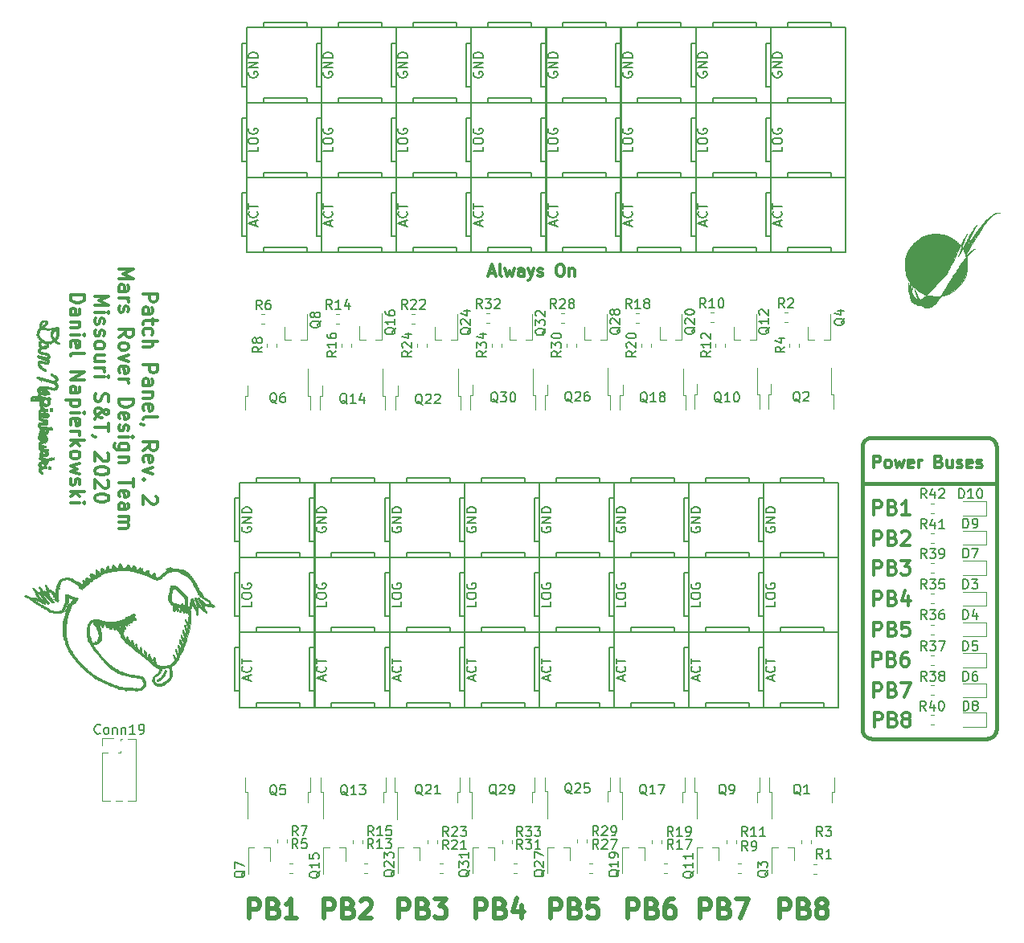
<source format=gbr>
G04 #@! TF.GenerationSoftware,KiCad,Pcbnew,(5.1.5)-2*
G04 #@! TF.CreationDate,2020-03-06T14:17:15-06:00*
G04 #@! TF.ProjectId,PatchPanel,50617463-6850-4616-9e65-6c2e6b696361,rev?*
G04 #@! TF.SameCoordinates,Original*
G04 #@! TF.FileFunction,Legend,Top*
G04 #@! TF.FilePolarity,Positive*
%FSLAX46Y46*%
G04 Gerber Fmt 4.6, Leading zero omitted, Abs format (unit mm)*
G04 Created by KiCad (PCBNEW (5.1.5)-2) date 2020-03-06 14:17:15*
%MOMM*%
%LPD*%
G04 APERTURE LIST*
%ADD10C,0.300000*%
%ADD11C,0.500000*%
%ADD12C,0.400000*%
%ADD13C,0.010000*%
%ADD14C,0.120000*%
%ADD15C,0.150000*%
G04 APERTURE END LIST*
D10*
X94218690Y-75900333D02*
X94813928Y-75900333D01*
X94099642Y-76257476D02*
X94516309Y-75007476D01*
X94932976Y-76257476D01*
X95528214Y-76257476D02*
X95409166Y-76197952D01*
X95349642Y-76078904D01*
X95349642Y-75007476D01*
X95885357Y-75424142D02*
X96123452Y-76257476D01*
X96361547Y-75662238D01*
X96599642Y-76257476D01*
X96837738Y-75424142D01*
X97849642Y-76257476D02*
X97849642Y-75602714D01*
X97790119Y-75483666D01*
X97671071Y-75424142D01*
X97432976Y-75424142D01*
X97313928Y-75483666D01*
X97849642Y-76197952D02*
X97730595Y-76257476D01*
X97432976Y-76257476D01*
X97313928Y-76197952D01*
X97254404Y-76078904D01*
X97254404Y-75959857D01*
X97313928Y-75840809D01*
X97432976Y-75781285D01*
X97730595Y-75781285D01*
X97849642Y-75721761D01*
X98325833Y-75424142D02*
X98623452Y-76257476D01*
X98921071Y-75424142D02*
X98623452Y-76257476D01*
X98504404Y-76555095D01*
X98444880Y-76614619D01*
X98325833Y-76674142D01*
X99337738Y-76197952D02*
X99456785Y-76257476D01*
X99694880Y-76257476D01*
X99813928Y-76197952D01*
X99873452Y-76078904D01*
X99873452Y-76019380D01*
X99813928Y-75900333D01*
X99694880Y-75840809D01*
X99516309Y-75840809D01*
X99397261Y-75781285D01*
X99337738Y-75662238D01*
X99337738Y-75602714D01*
X99397261Y-75483666D01*
X99516309Y-75424142D01*
X99694880Y-75424142D01*
X99813928Y-75483666D01*
X101599642Y-75007476D02*
X101837738Y-75007476D01*
X101956785Y-75067000D01*
X102075833Y-75186047D01*
X102135357Y-75424142D01*
X102135357Y-75840809D01*
X102075833Y-76078904D01*
X101956785Y-76197952D01*
X101837738Y-76257476D01*
X101599642Y-76257476D01*
X101480595Y-76197952D01*
X101361547Y-76078904D01*
X101302023Y-75840809D01*
X101302023Y-75424142D01*
X101361547Y-75186047D01*
X101480595Y-75067000D01*
X101599642Y-75007476D01*
X102671071Y-75424142D02*
X102671071Y-76257476D01*
X102671071Y-75543190D02*
X102730595Y-75483666D01*
X102849642Y-75424142D01*
X103028214Y-75424142D01*
X103147261Y-75483666D01*
X103206785Y-75602714D01*
X103206785Y-76257476D01*
D11*
X124777809Y-143906761D02*
X124777809Y-141906761D01*
X125539714Y-141906761D01*
X125730190Y-142002000D01*
X125825428Y-142097238D01*
X125920666Y-142287714D01*
X125920666Y-142573428D01*
X125825428Y-142763904D01*
X125730190Y-142859142D01*
X125539714Y-142954380D01*
X124777809Y-142954380D01*
X127444476Y-142859142D02*
X127730190Y-142954380D01*
X127825428Y-143049619D01*
X127920666Y-143240095D01*
X127920666Y-143525809D01*
X127825428Y-143716285D01*
X127730190Y-143811523D01*
X127539714Y-143906761D01*
X126777809Y-143906761D01*
X126777809Y-141906761D01*
X127444476Y-141906761D01*
X127634952Y-142002000D01*
X127730190Y-142097238D01*
X127825428Y-142287714D01*
X127825428Y-142478190D01*
X127730190Y-142668666D01*
X127634952Y-142763904D01*
X127444476Y-142859142D01*
X126777809Y-142859142D01*
X129063523Y-142763904D02*
X128873047Y-142668666D01*
X128777809Y-142573428D01*
X128682571Y-142382952D01*
X128682571Y-142287714D01*
X128777809Y-142097238D01*
X128873047Y-142002000D01*
X129063523Y-141906761D01*
X129444476Y-141906761D01*
X129634952Y-142002000D01*
X129730190Y-142097238D01*
X129825428Y-142287714D01*
X129825428Y-142382952D01*
X129730190Y-142573428D01*
X129634952Y-142668666D01*
X129444476Y-142763904D01*
X129063523Y-142763904D01*
X128873047Y-142859142D01*
X128777809Y-142954380D01*
X128682571Y-143144857D01*
X128682571Y-143525809D01*
X128777809Y-143716285D01*
X128873047Y-143811523D01*
X129063523Y-143906761D01*
X129444476Y-143906761D01*
X129634952Y-143811523D01*
X129730190Y-143716285D01*
X129825428Y-143525809D01*
X129825428Y-143144857D01*
X129730190Y-142954380D01*
X129634952Y-142859142D01*
X129444476Y-142763904D01*
X116395809Y-143906761D02*
X116395809Y-141906761D01*
X117157714Y-141906761D01*
X117348190Y-142002000D01*
X117443428Y-142097238D01*
X117538666Y-142287714D01*
X117538666Y-142573428D01*
X117443428Y-142763904D01*
X117348190Y-142859142D01*
X117157714Y-142954380D01*
X116395809Y-142954380D01*
X119062476Y-142859142D02*
X119348190Y-142954380D01*
X119443428Y-143049619D01*
X119538666Y-143240095D01*
X119538666Y-143525809D01*
X119443428Y-143716285D01*
X119348190Y-143811523D01*
X119157714Y-143906761D01*
X118395809Y-143906761D01*
X118395809Y-141906761D01*
X119062476Y-141906761D01*
X119252952Y-142002000D01*
X119348190Y-142097238D01*
X119443428Y-142287714D01*
X119443428Y-142478190D01*
X119348190Y-142668666D01*
X119252952Y-142763904D01*
X119062476Y-142859142D01*
X118395809Y-142859142D01*
X120205333Y-141906761D02*
X121538666Y-141906761D01*
X120681523Y-143906761D01*
X108775809Y-143906761D02*
X108775809Y-141906761D01*
X109537714Y-141906761D01*
X109728190Y-142002000D01*
X109823428Y-142097238D01*
X109918666Y-142287714D01*
X109918666Y-142573428D01*
X109823428Y-142763904D01*
X109728190Y-142859142D01*
X109537714Y-142954380D01*
X108775809Y-142954380D01*
X111442476Y-142859142D02*
X111728190Y-142954380D01*
X111823428Y-143049619D01*
X111918666Y-143240095D01*
X111918666Y-143525809D01*
X111823428Y-143716285D01*
X111728190Y-143811523D01*
X111537714Y-143906761D01*
X110775809Y-143906761D01*
X110775809Y-141906761D01*
X111442476Y-141906761D01*
X111632952Y-142002000D01*
X111728190Y-142097238D01*
X111823428Y-142287714D01*
X111823428Y-142478190D01*
X111728190Y-142668666D01*
X111632952Y-142763904D01*
X111442476Y-142859142D01*
X110775809Y-142859142D01*
X113632952Y-141906761D02*
X113252000Y-141906761D01*
X113061523Y-142002000D01*
X112966285Y-142097238D01*
X112775809Y-142382952D01*
X112680571Y-142763904D01*
X112680571Y-143525809D01*
X112775809Y-143716285D01*
X112871047Y-143811523D01*
X113061523Y-143906761D01*
X113442476Y-143906761D01*
X113632952Y-143811523D01*
X113728190Y-143716285D01*
X113823428Y-143525809D01*
X113823428Y-143049619D01*
X113728190Y-142859142D01*
X113632952Y-142763904D01*
X113442476Y-142668666D01*
X113061523Y-142668666D01*
X112871047Y-142763904D01*
X112775809Y-142859142D01*
X112680571Y-143049619D01*
X100647809Y-143906761D02*
X100647809Y-141906761D01*
X101409714Y-141906761D01*
X101600190Y-142002000D01*
X101695428Y-142097238D01*
X101790666Y-142287714D01*
X101790666Y-142573428D01*
X101695428Y-142763904D01*
X101600190Y-142859142D01*
X101409714Y-142954380D01*
X100647809Y-142954380D01*
X103314476Y-142859142D02*
X103600190Y-142954380D01*
X103695428Y-143049619D01*
X103790666Y-143240095D01*
X103790666Y-143525809D01*
X103695428Y-143716285D01*
X103600190Y-143811523D01*
X103409714Y-143906761D01*
X102647809Y-143906761D01*
X102647809Y-141906761D01*
X103314476Y-141906761D01*
X103504952Y-142002000D01*
X103600190Y-142097238D01*
X103695428Y-142287714D01*
X103695428Y-142478190D01*
X103600190Y-142668666D01*
X103504952Y-142763904D01*
X103314476Y-142859142D01*
X102647809Y-142859142D01*
X105600190Y-141906761D02*
X104647809Y-141906761D01*
X104552571Y-142859142D01*
X104647809Y-142763904D01*
X104838285Y-142668666D01*
X105314476Y-142668666D01*
X105504952Y-142763904D01*
X105600190Y-142859142D01*
X105695428Y-143049619D01*
X105695428Y-143525809D01*
X105600190Y-143716285D01*
X105504952Y-143811523D01*
X105314476Y-143906761D01*
X104838285Y-143906761D01*
X104647809Y-143811523D01*
X104552571Y-143716285D01*
X92773809Y-143906761D02*
X92773809Y-141906761D01*
X93535714Y-141906761D01*
X93726190Y-142002000D01*
X93821428Y-142097238D01*
X93916666Y-142287714D01*
X93916666Y-142573428D01*
X93821428Y-142763904D01*
X93726190Y-142859142D01*
X93535714Y-142954380D01*
X92773809Y-142954380D01*
X95440476Y-142859142D02*
X95726190Y-142954380D01*
X95821428Y-143049619D01*
X95916666Y-143240095D01*
X95916666Y-143525809D01*
X95821428Y-143716285D01*
X95726190Y-143811523D01*
X95535714Y-143906761D01*
X94773809Y-143906761D01*
X94773809Y-141906761D01*
X95440476Y-141906761D01*
X95630952Y-142002000D01*
X95726190Y-142097238D01*
X95821428Y-142287714D01*
X95821428Y-142478190D01*
X95726190Y-142668666D01*
X95630952Y-142763904D01*
X95440476Y-142859142D01*
X94773809Y-142859142D01*
X97630952Y-142573428D02*
X97630952Y-143906761D01*
X97154761Y-141811523D02*
X96678571Y-143240095D01*
X97916666Y-143240095D01*
X84645809Y-143906761D02*
X84645809Y-141906761D01*
X85407714Y-141906761D01*
X85598190Y-142002000D01*
X85693428Y-142097238D01*
X85788666Y-142287714D01*
X85788666Y-142573428D01*
X85693428Y-142763904D01*
X85598190Y-142859142D01*
X85407714Y-142954380D01*
X84645809Y-142954380D01*
X87312476Y-142859142D02*
X87598190Y-142954380D01*
X87693428Y-143049619D01*
X87788666Y-143240095D01*
X87788666Y-143525809D01*
X87693428Y-143716285D01*
X87598190Y-143811523D01*
X87407714Y-143906761D01*
X86645809Y-143906761D01*
X86645809Y-141906761D01*
X87312476Y-141906761D01*
X87502952Y-142002000D01*
X87598190Y-142097238D01*
X87693428Y-142287714D01*
X87693428Y-142478190D01*
X87598190Y-142668666D01*
X87502952Y-142763904D01*
X87312476Y-142859142D01*
X86645809Y-142859142D01*
X88455333Y-141906761D02*
X89693428Y-141906761D01*
X89026761Y-142668666D01*
X89312476Y-142668666D01*
X89502952Y-142763904D01*
X89598190Y-142859142D01*
X89693428Y-143049619D01*
X89693428Y-143525809D01*
X89598190Y-143716285D01*
X89502952Y-143811523D01*
X89312476Y-143906761D01*
X88741047Y-143906761D01*
X88550571Y-143811523D01*
X88455333Y-143716285D01*
X76771809Y-143906761D02*
X76771809Y-141906761D01*
X77533714Y-141906761D01*
X77724190Y-142002000D01*
X77819428Y-142097238D01*
X77914666Y-142287714D01*
X77914666Y-142573428D01*
X77819428Y-142763904D01*
X77724190Y-142859142D01*
X77533714Y-142954380D01*
X76771809Y-142954380D01*
X79438476Y-142859142D02*
X79724190Y-142954380D01*
X79819428Y-143049619D01*
X79914666Y-143240095D01*
X79914666Y-143525809D01*
X79819428Y-143716285D01*
X79724190Y-143811523D01*
X79533714Y-143906761D01*
X78771809Y-143906761D01*
X78771809Y-141906761D01*
X79438476Y-141906761D01*
X79628952Y-142002000D01*
X79724190Y-142097238D01*
X79819428Y-142287714D01*
X79819428Y-142478190D01*
X79724190Y-142668666D01*
X79628952Y-142763904D01*
X79438476Y-142859142D01*
X78771809Y-142859142D01*
X80676571Y-142097238D02*
X80771809Y-142002000D01*
X80962285Y-141906761D01*
X81438476Y-141906761D01*
X81628952Y-142002000D01*
X81724190Y-142097238D01*
X81819428Y-142287714D01*
X81819428Y-142478190D01*
X81724190Y-142763904D01*
X80581333Y-143906761D01*
X81819428Y-143906761D01*
X68897809Y-143906761D02*
X68897809Y-141906761D01*
X69659714Y-141906761D01*
X69850190Y-142002000D01*
X69945428Y-142097238D01*
X70040666Y-142287714D01*
X70040666Y-142573428D01*
X69945428Y-142763904D01*
X69850190Y-142859142D01*
X69659714Y-142954380D01*
X68897809Y-142954380D01*
X71564476Y-142859142D02*
X71850190Y-142954380D01*
X71945428Y-143049619D01*
X72040666Y-143240095D01*
X72040666Y-143525809D01*
X71945428Y-143716285D01*
X71850190Y-143811523D01*
X71659714Y-143906761D01*
X70897809Y-143906761D01*
X70897809Y-141906761D01*
X71564476Y-141906761D01*
X71754952Y-142002000D01*
X71850190Y-142097238D01*
X71945428Y-142287714D01*
X71945428Y-142478190D01*
X71850190Y-142668666D01*
X71754952Y-142763904D01*
X71564476Y-142859142D01*
X70897809Y-142859142D01*
X73945428Y-143906761D02*
X72802571Y-143906761D01*
X73374000Y-143906761D02*
X73374000Y-141906761D01*
X73183523Y-142192476D01*
X72993047Y-142382952D01*
X72802571Y-142478190D01*
D10*
X57756428Y-78082571D02*
X59256428Y-78082571D01*
X59256428Y-78654000D01*
X59185000Y-78796857D01*
X59113571Y-78868285D01*
X58970714Y-78939714D01*
X58756428Y-78939714D01*
X58613571Y-78868285D01*
X58542142Y-78796857D01*
X58470714Y-78654000D01*
X58470714Y-78082571D01*
X57756428Y-80225428D02*
X58542142Y-80225428D01*
X58685000Y-80154000D01*
X58756428Y-80011142D01*
X58756428Y-79725428D01*
X58685000Y-79582571D01*
X57827857Y-80225428D02*
X57756428Y-80082571D01*
X57756428Y-79725428D01*
X57827857Y-79582571D01*
X57970714Y-79511142D01*
X58113571Y-79511142D01*
X58256428Y-79582571D01*
X58327857Y-79725428D01*
X58327857Y-80082571D01*
X58399285Y-80225428D01*
X58756428Y-80725428D02*
X58756428Y-81296857D01*
X59256428Y-80939714D02*
X57970714Y-80939714D01*
X57827857Y-81011142D01*
X57756428Y-81154000D01*
X57756428Y-81296857D01*
X57827857Y-82439714D02*
X57756428Y-82296857D01*
X57756428Y-82011142D01*
X57827857Y-81868285D01*
X57899285Y-81796857D01*
X58042142Y-81725428D01*
X58470714Y-81725428D01*
X58613571Y-81796857D01*
X58685000Y-81868285D01*
X58756428Y-82011142D01*
X58756428Y-82296857D01*
X58685000Y-82439714D01*
X57756428Y-83082571D02*
X59256428Y-83082571D01*
X57756428Y-83725428D02*
X58542142Y-83725428D01*
X58685000Y-83654000D01*
X58756428Y-83511142D01*
X58756428Y-83296857D01*
X58685000Y-83154000D01*
X58613571Y-83082571D01*
X57756428Y-85582571D02*
X59256428Y-85582571D01*
X59256428Y-86154000D01*
X59185000Y-86296857D01*
X59113571Y-86368285D01*
X58970714Y-86439714D01*
X58756428Y-86439714D01*
X58613571Y-86368285D01*
X58542142Y-86296857D01*
X58470714Y-86154000D01*
X58470714Y-85582571D01*
X57756428Y-87725428D02*
X58542142Y-87725428D01*
X58685000Y-87654000D01*
X58756428Y-87511142D01*
X58756428Y-87225428D01*
X58685000Y-87082571D01*
X57827857Y-87725428D02*
X57756428Y-87582571D01*
X57756428Y-87225428D01*
X57827857Y-87082571D01*
X57970714Y-87011142D01*
X58113571Y-87011142D01*
X58256428Y-87082571D01*
X58327857Y-87225428D01*
X58327857Y-87582571D01*
X58399285Y-87725428D01*
X58756428Y-88439714D02*
X57756428Y-88439714D01*
X58613571Y-88439714D02*
X58685000Y-88511142D01*
X58756428Y-88654000D01*
X58756428Y-88868285D01*
X58685000Y-89011142D01*
X58542142Y-89082571D01*
X57756428Y-89082571D01*
X57827857Y-90368285D02*
X57756428Y-90225428D01*
X57756428Y-89939714D01*
X57827857Y-89796857D01*
X57970714Y-89725428D01*
X58542142Y-89725428D01*
X58685000Y-89796857D01*
X58756428Y-89939714D01*
X58756428Y-90225428D01*
X58685000Y-90368285D01*
X58542142Y-90439714D01*
X58399285Y-90439714D01*
X58256428Y-89725428D01*
X57756428Y-91296857D02*
X57827857Y-91154000D01*
X57970714Y-91082571D01*
X59256428Y-91082571D01*
X57827857Y-91939714D02*
X57756428Y-91939714D01*
X57613571Y-91868285D01*
X57542142Y-91796857D01*
X57756428Y-94582571D02*
X58470714Y-94082571D01*
X57756428Y-93725428D02*
X59256428Y-93725428D01*
X59256428Y-94296857D01*
X59185000Y-94439714D01*
X59113571Y-94511142D01*
X58970714Y-94582571D01*
X58756428Y-94582571D01*
X58613571Y-94511142D01*
X58542142Y-94439714D01*
X58470714Y-94296857D01*
X58470714Y-93725428D01*
X57827857Y-95796857D02*
X57756428Y-95654000D01*
X57756428Y-95368285D01*
X57827857Y-95225428D01*
X57970714Y-95154000D01*
X58542142Y-95154000D01*
X58685000Y-95225428D01*
X58756428Y-95368285D01*
X58756428Y-95654000D01*
X58685000Y-95796857D01*
X58542142Y-95868285D01*
X58399285Y-95868285D01*
X58256428Y-95154000D01*
X58756428Y-96368285D02*
X57756428Y-96725428D01*
X58756428Y-97082571D01*
X57899285Y-97654000D02*
X57827857Y-97725428D01*
X57756428Y-97654000D01*
X57827857Y-97582571D01*
X57899285Y-97654000D01*
X57756428Y-97654000D01*
X59113571Y-99439714D02*
X59185000Y-99511142D01*
X59256428Y-99653999D01*
X59256428Y-100011142D01*
X59185000Y-100153999D01*
X59113571Y-100225428D01*
X58970714Y-100296857D01*
X58827857Y-100296857D01*
X58613571Y-100225428D01*
X57756428Y-99368285D01*
X57756428Y-100296857D01*
X55206428Y-75475428D02*
X56706428Y-75475428D01*
X55635000Y-75975428D01*
X56706428Y-76475428D01*
X55206428Y-76475428D01*
X55206428Y-77832571D02*
X55992142Y-77832571D01*
X56135000Y-77761142D01*
X56206428Y-77618285D01*
X56206428Y-77332571D01*
X56135000Y-77189714D01*
X55277857Y-77832571D02*
X55206428Y-77689714D01*
X55206428Y-77332571D01*
X55277857Y-77189714D01*
X55420714Y-77118285D01*
X55563571Y-77118285D01*
X55706428Y-77189714D01*
X55777857Y-77332571D01*
X55777857Y-77689714D01*
X55849285Y-77832571D01*
X55206428Y-78546857D02*
X56206428Y-78546857D01*
X55920714Y-78546857D02*
X56063571Y-78618285D01*
X56135000Y-78689714D01*
X56206428Y-78832571D01*
X56206428Y-78975428D01*
X55277857Y-79404000D02*
X55206428Y-79546857D01*
X55206428Y-79832571D01*
X55277857Y-79975428D01*
X55420714Y-80046857D01*
X55492142Y-80046857D01*
X55635000Y-79975428D01*
X55706428Y-79832571D01*
X55706428Y-79618285D01*
X55777857Y-79475428D01*
X55920714Y-79404000D01*
X55992142Y-79404000D01*
X56135000Y-79475428D01*
X56206428Y-79618285D01*
X56206428Y-79832571D01*
X56135000Y-79975428D01*
X55206428Y-82689714D02*
X55920714Y-82189714D01*
X55206428Y-81832571D02*
X56706428Y-81832571D01*
X56706428Y-82404000D01*
X56635000Y-82546857D01*
X56563571Y-82618285D01*
X56420714Y-82689714D01*
X56206428Y-82689714D01*
X56063571Y-82618285D01*
X55992142Y-82546857D01*
X55920714Y-82404000D01*
X55920714Y-81832571D01*
X55206428Y-83546857D02*
X55277857Y-83404000D01*
X55349285Y-83332571D01*
X55492142Y-83261142D01*
X55920714Y-83261142D01*
X56063571Y-83332571D01*
X56135000Y-83404000D01*
X56206428Y-83546857D01*
X56206428Y-83761142D01*
X56135000Y-83904000D01*
X56063571Y-83975428D01*
X55920714Y-84046857D01*
X55492142Y-84046857D01*
X55349285Y-83975428D01*
X55277857Y-83904000D01*
X55206428Y-83761142D01*
X55206428Y-83546857D01*
X56206428Y-84546857D02*
X55206428Y-84904000D01*
X56206428Y-85261142D01*
X55277857Y-86404000D02*
X55206428Y-86261142D01*
X55206428Y-85975428D01*
X55277857Y-85832571D01*
X55420714Y-85761142D01*
X55992142Y-85761142D01*
X56135000Y-85832571D01*
X56206428Y-85975428D01*
X56206428Y-86261142D01*
X56135000Y-86404000D01*
X55992142Y-86475428D01*
X55849285Y-86475428D01*
X55706428Y-85761142D01*
X55206428Y-87118285D02*
X56206428Y-87118285D01*
X55920714Y-87118285D02*
X56063571Y-87189714D01*
X56135000Y-87261142D01*
X56206428Y-87404000D01*
X56206428Y-87546857D01*
X55206428Y-89189714D02*
X56706428Y-89189714D01*
X56706428Y-89546857D01*
X56635000Y-89761142D01*
X56492142Y-89904000D01*
X56349285Y-89975428D01*
X56063571Y-90046857D01*
X55849285Y-90046857D01*
X55563571Y-89975428D01*
X55420714Y-89904000D01*
X55277857Y-89761142D01*
X55206428Y-89546857D01*
X55206428Y-89189714D01*
X55277857Y-91261142D02*
X55206428Y-91118285D01*
X55206428Y-90832571D01*
X55277857Y-90689714D01*
X55420714Y-90618285D01*
X55992142Y-90618285D01*
X56135000Y-90689714D01*
X56206428Y-90832571D01*
X56206428Y-91118285D01*
X56135000Y-91261142D01*
X55992142Y-91332571D01*
X55849285Y-91332571D01*
X55706428Y-90618285D01*
X55277857Y-91904000D02*
X55206428Y-92046857D01*
X55206428Y-92332571D01*
X55277857Y-92475428D01*
X55420714Y-92546857D01*
X55492142Y-92546857D01*
X55635000Y-92475428D01*
X55706428Y-92332571D01*
X55706428Y-92118285D01*
X55777857Y-91975428D01*
X55920714Y-91904000D01*
X55992142Y-91904000D01*
X56135000Y-91975428D01*
X56206428Y-92118285D01*
X56206428Y-92332571D01*
X56135000Y-92475428D01*
X55206428Y-93189714D02*
X56206428Y-93189714D01*
X56706428Y-93189714D02*
X56635000Y-93118285D01*
X56563571Y-93189714D01*
X56635000Y-93261142D01*
X56706428Y-93189714D01*
X56563571Y-93189714D01*
X56206428Y-94546857D02*
X54992142Y-94546857D01*
X54849285Y-94475428D01*
X54777857Y-94404000D01*
X54706428Y-94261142D01*
X54706428Y-94046857D01*
X54777857Y-93904000D01*
X55277857Y-94546857D02*
X55206428Y-94404000D01*
X55206428Y-94118285D01*
X55277857Y-93975428D01*
X55349285Y-93904000D01*
X55492142Y-93832571D01*
X55920714Y-93832571D01*
X56063571Y-93904000D01*
X56135000Y-93975428D01*
X56206428Y-94118285D01*
X56206428Y-94404000D01*
X56135000Y-94546857D01*
X56206428Y-95261142D02*
X55206428Y-95261142D01*
X56063571Y-95261142D02*
X56135000Y-95332571D01*
X56206428Y-95475428D01*
X56206428Y-95689714D01*
X56135000Y-95832571D01*
X55992142Y-95904000D01*
X55206428Y-95904000D01*
X56706428Y-97546857D02*
X56706428Y-98404000D01*
X55206428Y-97975428D02*
X56706428Y-97975428D01*
X55277857Y-99475428D02*
X55206428Y-99332571D01*
X55206428Y-99046857D01*
X55277857Y-98904000D01*
X55420714Y-98832571D01*
X55992142Y-98832571D01*
X56135000Y-98904000D01*
X56206428Y-99046857D01*
X56206428Y-99332571D01*
X56135000Y-99475428D01*
X55992142Y-99546857D01*
X55849285Y-99546857D01*
X55706428Y-98832571D01*
X55206428Y-100832571D02*
X55992142Y-100832571D01*
X56135000Y-100761142D01*
X56206428Y-100618285D01*
X56206428Y-100332571D01*
X56135000Y-100189714D01*
X55277857Y-100832571D02*
X55206428Y-100689714D01*
X55206428Y-100332571D01*
X55277857Y-100189714D01*
X55420714Y-100118285D01*
X55563571Y-100118285D01*
X55706428Y-100189714D01*
X55777857Y-100332571D01*
X55777857Y-100689714D01*
X55849285Y-100832571D01*
X55206428Y-101546857D02*
X56206428Y-101546857D01*
X56063571Y-101546857D02*
X56135000Y-101618285D01*
X56206428Y-101761142D01*
X56206428Y-101975428D01*
X56135000Y-102118285D01*
X55992142Y-102189714D01*
X55206428Y-102189714D01*
X55992142Y-102189714D02*
X56135000Y-102261142D01*
X56206428Y-102404000D01*
X56206428Y-102618285D01*
X56135000Y-102761142D01*
X55992142Y-102832571D01*
X55206428Y-102832571D01*
X52656428Y-78332571D02*
X54156428Y-78332571D01*
X53085000Y-78832571D01*
X54156428Y-79332571D01*
X52656428Y-79332571D01*
X52656428Y-80046857D02*
X53656428Y-80046857D01*
X54156428Y-80046857D02*
X54085000Y-79975428D01*
X54013571Y-80046857D01*
X54085000Y-80118285D01*
X54156428Y-80046857D01*
X54013571Y-80046857D01*
X52727857Y-80689714D02*
X52656428Y-80832571D01*
X52656428Y-81118285D01*
X52727857Y-81261142D01*
X52870714Y-81332571D01*
X52942142Y-81332571D01*
X53085000Y-81261142D01*
X53156428Y-81118285D01*
X53156428Y-80904000D01*
X53227857Y-80761142D01*
X53370714Y-80689714D01*
X53442142Y-80689714D01*
X53585000Y-80761142D01*
X53656428Y-80904000D01*
X53656428Y-81118285D01*
X53585000Y-81261142D01*
X52727857Y-81904000D02*
X52656428Y-82046857D01*
X52656428Y-82332571D01*
X52727857Y-82475428D01*
X52870714Y-82546857D01*
X52942142Y-82546857D01*
X53085000Y-82475428D01*
X53156428Y-82332571D01*
X53156428Y-82118285D01*
X53227857Y-81975428D01*
X53370714Y-81904000D01*
X53442142Y-81904000D01*
X53585000Y-81975428D01*
X53656428Y-82118285D01*
X53656428Y-82332571D01*
X53585000Y-82475428D01*
X52656428Y-83404000D02*
X52727857Y-83261142D01*
X52799285Y-83189714D01*
X52942142Y-83118285D01*
X53370714Y-83118285D01*
X53513571Y-83189714D01*
X53585000Y-83261142D01*
X53656428Y-83404000D01*
X53656428Y-83618285D01*
X53585000Y-83761142D01*
X53513571Y-83832571D01*
X53370714Y-83904000D01*
X52942142Y-83904000D01*
X52799285Y-83832571D01*
X52727857Y-83761142D01*
X52656428Y-83618285D01*
X52656428Y-83404000D01*
X53656428Y-85189714D02*
X52656428Y-85189714D01*
X53656428Y-84546857D02*
X52870714Y-84546857D01*
X52727857Y-84618285D01*
X52656428Y-84761142D01*
X52656428Y-84975428D01*
X52727857Y-85118285D01*
X52799285Y-85189714D01*
X52656428Y-85904000D02*
X53656428Y-85904000D01*
X53370714Y-85904000D02*
X53513571Y-85975428D01*
X53585000Y-86046857D01*
X53656428Y-86189714D01*
X53656428Y-86332571D01*
X52656428Y-86832571D02*
X53656428Y-86832571D01*
X54156428Y-86832571D02*
X54085000Y-86761142D01*
X54013571Y-86832571D01*
X54085000Y-86904000D01*
X54156428Y-86832571D01*
X54013571Y-86832571D01*
X52727857Y-88618285D02*
X52656428Y-88832571D01*
X52656428Y-89189714D01*
X52727857Y-89332571D01*
X52799285Y-89404000D01*
X52942142Y-89475428D01*
X53085000Y-89475428D01*
X53227857Y-89404000D01*
X53299285Y-89332571D01*
X53370714Y-89189714D01*
X53442142Y-88904000D01*
X53513571Y-88761142D01*
X53585000Y-88689714D01*
X53727857Y-88618285D01*
X53870714Y-88618285D01*
X54013571Y-88689714D01*
X54085000Y-88761142D01*
X54156428Y-88904000D01*
X54156428Y-89261142D01*
X54085000Y-89475428D01*
X52656428Y-91332571D02*
X52656428Y-91261142D01*
X52727857Y-91118285D01*
X52942142Y-90904000D01*
X53370714Y-90546857D01*
X53585000Y-90404000D01*
X53799285Y-90332571D01*
X53942142Y-90332571D01*
X54085000Y-90404000D01*
X54156428Y-90546857D01*
X54156428Y-90618285D01*
X54085000Y-90761142D01*
X53942142Y-90832571D01*
X53870714Y-90832571D01*
X53727857Y-90761142D01*
X53656428Y-90689714D01*
X53370714Y-90261142D01*
X53299285Y-90189714D01*
X53156428Y-90118285D01*
X52942142Y-90118285D01*
X52799285Y-90189714D01*
X52727857Y-90261142D01*
X52656428Y-90404000D01*
X52656428Y-90618285D01*
X52727857Y-90761142D01*
X52799285Y-90832571D01*
X53085000Y-91046857D01*
X53299285Y-91118285D01*
X53442142Y-91118285D01*
X54156428Y-91761142D02*
X54156428Y-92618285D01*
X52656428Y-92189714D02*
X54156428Y-92189714D01*
X52727857Y-93189714D02*
X52656428Y-93189714D01*
X52513571Y-93118285D01*
X52442142Y-93046857D01*
X54013571Y-94904000D02*
X54085000Y-94975428D01*
X54156428Y-95118285D01*
X54156428Y-95475428D01*
X54085000Y-95618285D01*
X54013571Y-95689714D01*
X53870714Y-95761142D01*
X53727857Y-95761142D01*
X53513571Y-95689714D01*
X52656428Y-94832571D01*
X52656428Y-95761142D01*
X54156428Y-96689714D02*
X54156428Y-96832571D01*
X54085000Y-96975428D01*
X54013571Y-97046857D01*
X53870714Y-97118285D01*
X53585000Y-97189714D01*
X53227857Y-97189714D01*
X52942142Y-97118285D01*
X52799285Y-97046857D01*
X52727857Y-96975428D01*
X52656428Y-96832571D01*
X52656428Y-96689714D01*
X52727857Y-96546857D01*
X52799285Y-96475428D01*
X52942142Y-96404000D01*
X53227857Y-96332571D01*
X53585000Y-96332571D01*
X53870714Y-96404000D01*
X54013571Y-96475428D01*
X54085000Y-96546857D01*
X54156428Y-96689714D01*
X54013571Y-97761142D02*
X54085000Y-97832571D01*
X54156428Y-97975428D01*
X54156428Y-98332571D01*
X54085000Y-98475428D01*
X54013571Y-98546857D01*
X53870714Y-98618285D01*
X53727857Y-98618285D01*
X53513571Y-98546857D01*
X52656428Y-97689714D01*
X52656428Y-98618285D01*
X54156428Y-99546857D02*
X54156428Y-99689714D01*
X54085000Y-99832571D01*
X54013571Y-99904000D01*
X53870714Y-99975428D01*
X53585000Y-100046857D01*
X53227857Y-100046857D01*
X52942142Y-99975428D01*
X52799285Y-99904000D01*
X52727857Y-99832571D01*
X52656428Y-99689714D01*
X52656428Y-99546857D01*
X52727857Y-99404000D01*
X52799285Y-99332571D01*
X52942142Y-99261142D01*
X53227857Y-99189714D01*
X53585000Y-99189714D01*
X53870714Y-99261142D01*
X54013571Y-99332571D01*
X54085000Y-99404000D01*
X54156428Y-99546857D01*
X50106428Y-78189714D02*
X51606428Y-78189714D01*
X51606428Y-78546857D01*
X51535000Y-78761142D01*
X51392142Y-78904000D01*
X51249285Y-78975428D01*
X50963571Y-79046857D01*
X50749285Y-79046857D01*
X50463571Y-78975428D01*
X50320714Y-78904000D01*
X50177857Y-78761142D01*
X50106428Y-78546857D01*
X50106428Y-78189714D01*
X50106428Y-80332571D02*
X50892142Y-80332571D01*
X51035000Y-80261142D01*
X51106428Y-80118285D01*
X51106428Y-79832571D01*
X51035000Y-79689714D01*
X50177857Y-80332571D02*
X50106428Y-80189714D01*
X50106428Y-79832571D01*
X50177857Y-79689714D01*
X50320714Y-79618285D01*
X50463571Y-79618285D01*
X50606428Y-79689714D01*
X50677857Y-79832571D01*
X50677857Y-80189714D01*
X50749285Y-80332571D01*
X51106428Y-81046857D02*
X50106428Y-81046857D01*
X50963571Y-81046857D02*
X51035000Y-81118285D01*
X51106428Y-81261142D01*
X51106428Y-81475428D01*
X51035000Y-81618285D01*
X50892142Y-81689714D01*
X50106428Y-81689714D01*
X50106428Y-82404000D02*
X51106428Y-82404000D01*
X51606428Y-82404000D02*
X51535000Y-82332571D01*
X51463571Y-82404000D01*
X51535000Y-82475428D01*
X51606428Y-82404000D01*
X51463571Y-82404000D01*
X50177857Y-83689714D02*
X50106428Y-83546857D01*
X50106428Y-83261142D01*
X50177857Y-83118285D01*
X50320714Y-83046857D01*
X50892142Y-83046857D01*
X51035000Y-83118285D01*
X51106428Y-83261142D01*
X51106428Y-83546857D01*
X51035000Y-83689714D01*
X50892142Y-83761142D01*
X50749285Y-83761142D01*
X50606428Y-83046857D01*
X50106428Y-84618285D02*
X50177857Y-84475428D01*
X50320714Y-84404000D01*
X51606428Y-84404000D01*
X50106428Y-86332571D02*
X51606428Y-86332571D01*
X50106428Y-87189714D01*
X51606428Y-87189714D01*
X50106428Y-88546857D02*
X50892142Y-88546857D01*
X51035000Y-88475428D01*
X51106428Y-88332571D01*
X51106428Y-88046857D01*
X51035000Y-87904000D01*
X50177857Y-88546857D02*
X50106428Y-88403999D01*
X50106428Y-88046857D01*
X50177857Y-87904000D01*
X50320714Y-87832571D01*
X50463571Y-87832571D01*
X50606428Y-87904000D01*
X50677857Y-88046857D01*
X50677857Y-88404000D01*
X50749285Y-88546857D01*
X51106428Y-89261142D02*
X49606428Y-89261142D01*
X51035000Y-89261142D02*
X51106428Y-89404000D01*
X51106428Y-89689714D01*
X51035000Y-89832571D01*
X50963571Y-89904000D01*
X50820714Y-89975428D01*
X50392142Y-89975428D01*
X50249285Y-89903999D01*
X50177857Y-89832571D01*
X50106428Y-89689714D01*
X50106428Y-89403999D01*
X50177857Y-89261142D01*
X50106428Y-90618285D02*
X51106428Y-90618285D01*
X51606428Y-90618285D02*
X51535000Y-90546857D01*
X51463571Y-90618285D01*
X51535000Y-90689714D01*
X51606428Y-90618285D01*
X51463571Y-90618285D01*
X50177857Y-91904000D02*
X50106428Y-91761142D01*
X50106428Y-91475428D01*
X50177857Y-91332571D01*
X50320714Y-91261142D01*
X50892142Y-91261142D01*
X51035000Y-91332571D01*
X51106428Y-91475428D01*
X51106428Y-91761142D01*
X51035000Y-91904000D01*
X50892142Y-91975428D01*
X50749285Y-91975428D01*
X50606428Y-91261142D01*
X50106428Y-92618285D02*
X51106428Y-92618285D01*
X50820714Y-92618285D02*
X50963571Y-92689714D01*
X51035000Y-92761142D01*
X51106428Y-92904000D01*
X51106428Y-93046857D01*
X50106428Y-93546857D02*
X51606428Y-93546857D01*
X50677857Y-93689714D02*
X50106428Y-94118285D01*
X51106428Y-94118285D02*
X50535000Y-93546857D01*
X50106428Y-94975428D02*
X50177857Y-94832571D01*
X50249285Y-94761142D01*
X50392142Y-94689714D01*
X50820714Y-94689714D01*
X50963571Y-94761142D01*
X51035000Y-94832571D01*
X51106428Y-94975428D01*
X51106428Y-95189714D01*
X51035000Y-95332571D01*
X50963571Y-95404000D01*
X50820714Y-95475428D01*
X50392142Y-95475428D01*
X50249285Y-95404000D01*
X50177857Y-95332571D01*
X50106428Y-95189714D01*
X50106428Y-94975428D01*
X51106428Y-95975428D02*
X50106428Y-96261142D01*
X50820714Y-96546857D01*
X50106428Y-96832571D01*
X51106428Y-97118285D01*
X50177857Y-97618285D02*
X50106428Y-97761142D01*
X50106428Y-98046857D01*
X50177857Y-98189714D01*
X50320714Y-98261142D01*
X50392142Y-98261142D01*
X50535000Y-98189714D01*
X50606428Y-98046857D01*
X50606428Y-97832571D01*
X50677857Y-97689714D01*
X50820714Y-97618285D01*
X50892142Y-97618285D01*
X51035000Y-97689714D01*
X51106428Y-97832571D01*
X51106428Y-98046857D01*
X51035000Y-98189714D01*
X50106428Y-98904000D02*
X51606428Y-98904000D01*
X50677857Y-99046857D02*
X50106428Y-99475428D01*
X51106428Y-99475428D02*
X50535000Y-98904000D01*
X50106428Y-100118285D02*
X51106428Y-100118285D01*
X51606428Y-100118285D02*
X51535000Y-100046857D01*
X51463571Y-100118285D01*
X51535000Y-100189714D01*
X51606428Y-100118285D01*
X51463571Y-100118285D01*
X134701276Y-96437776D02*
X134701276Y-95187776D01*
X135177466Y-95187776D01*
X135296514Y-95247300D01*
X135356038Y-95306823D01*
X135415561Y-95425871D01*
X135415561Y-95604442D01*
X135356038Y-95723490D01*
X135296514Y-95783014D01*
X135177466Y-95842538D01*
X134701276Y-95842538D01*
X136129847Y-96437776D02*
X136010800Y-96378252D01*
X135951276Y-96318728D01*
X135891752Y-96199680D01*
X135891752Y-95842538D01*
X135951276Y-95723490D01*
X136010800Y-95663966D01*
X136129847Y-95604442D01*
X136308419Y-95604442D01*
X136427466Y-95663966D01*
X136486990Y-95723490D01*
X136546514Y-95842538D01*
X136546514Y-96199680D01*
X136486990Y-96318728D01*
X136427466Y-96378252D01*
X136308419Y-96437776D01*
X136129847Y-96437776D01*
X136963180Y-95604442D02*
X137201276Y-96437776D01*
X137439371Y-95842538D01*
X137677466Y-96437776D01*
X137915561Y-95604442D01*
X138867942Y-96378252D02*
X138748895Y-96437776D01*
X138510800Y-96437776D01*
X138391752Y-96378252D01*
X138332228Y-96259204D01*
X138332228Y-95783014D01*
X138391752Y-95663966D01*
X138510800Y-95604442D01*
X138748895Y-95604442D01*
X138867942Y-95663966D01*
X138927466Y-95783014D01*
X138927466Y-95902061D01*
X138332228Y-96021109D01*
X139463180Y-96437776D02*
X139463180Y-95604442D01*
X139463180Y-95842538D02*
X139522704Y-95723490D01*
X139582228Y-95663966D01*
X139701276Y-95604442D01*
X139820323Y-95604442D01*
X141606038Y-95783014D02*
X141784609Y-95842538D01*
X141844133Y-95902061D01*
X141903657Y-96021109D01*
X141903657Y-96199680D01*
X141844133Y-96318728D01*
X141784609Y-96378252D01*
X141665561Y-96437776D01*
X141189371Y-96437776D01*
X141189371Y-95187776D01*
X141606038Y-95187776D01*
X141725085Y-95247300D01*
X141784609Y-95306823D01*
X141844133Y-95425871D01*
X141844133Y-95544919D01*
X141784609Y-95663966D01*
X141725085Y-95723490D01*
X141606038Y-95783014D01*
X141189371Y-95783014D01*
X142975085Y-95604442D02*
X142975085Y-96437776D01*
X142439371Y-95604442D02*
X142439371Y-96259204D01*
X142498895Y-96378252D01*
X142617942Y-96437776D01*
X142796514Y-96437776D01*
X142915561Y-96378252D01*
X142975085Y-96318728D01*
X143510800Y-96378252D02*
X143629847Y-96437776D01*
X143867942Y-96437776D01*
X143986990Y-96378252D01*
X144046514Y-96259204D01*
X144046514Y-96199680D01*
X143986990Y-96080633D01*
X143867942Y-96021109D01*
X143689371Y-96021109D01*
X143570323Y-95961585D01*
X143510800Y-95842538D01*
X143510800Y-95783014D01*
X143570323Y-95663966D01*
X143689371Y-95604442D01*
X143867942Y-95604442D01*
X143986990Y-95663966D01*
X145058419Y-96378252D02*
X144939371Y-96437776D01*
X144701276Y-96437776D01*
X144582228Y-96378252D01*
X144522704Y-96259204D01*
X144522704Y-95783014D01*
X144582228Y-95663966D01*
X144701276Y-95604442D01*
X144939371Y-95604442D01*
X145058419Y-95663966D01*
X145117942Y-95783014D01*
X145117942Y-95902061D01*
X144522704Y-96021109D01*
X145594133Y-96378252D02*
X145713180Y-96437776D01*
X145951276Y-96437776D01*
X146070323Y-96378252D01*
X146129847Y-96259204D01*
X146129847Y-96199680D01*
X146070323Y-96080633D01*
X145951276Y-96021109D01*
X145772704Y-96021109D01*
X145653657Y-95961585D01*
X145594133Y-95842538D01*
X145594133Y-95783014D01*
X145653657Y-95663966D01*
X145772704Y-95604442D01*
X145951276Y-95604442D01*
X146070323Y-95663966D01*
D12*
X133527800Y-98094800D02*
X147688300Y-98094800D01*
X147688300Y-94221300D02*
X147688300Y-124002800D01*
X133527800Y-94284800D02*
X133527800Y-124002800D01*
X146672300Y-93268800D02*
G75*
G02X147688300Y-94284800I0J-1016000D01*
G01*
X133527800Y-94284800D02*
G75*
G02X134543800Y-93268800I1016000J0D01*
G01*
X134543800Y-125018800D02*
G75*
G02X133527800Y-124002800I0J1016000D01*
G01*
X147688300Y-124002800D02*
G75*
G02X146672300Y-125018800I-1016000J0D01*
G01*
X134543800Y-125018800D02*
X146672300Y-125018800D01*
X134543800Y-93268800D02*
X146672300Y-93268800D01*
D10*
X134782157Y-123728871D02*
X134782157Y-122228871D01*
X135353585Y-122228871D01*
X135496442Y-122300300D01*
X135567871Y-122371728D01*
X135639300Y-122514585D01*
X135639300Y-122728871D01*
X135567871Y-122871728D01*
X135496442Y-122943157D01*
X135353585Y-123014585D01*
X134782157Y-123014585D01*
X136782157Y-122943157D02*
X136996442Y-123014585D01*
X137067871Y-123086014D01*
X137139300Y-123228871D01*
X137139300Y-123443157D01*
X137067871Y-123586014D01*
X136996442Y-123657442D01*
X136853585Y-123728871D01*
X136282157Y-123728871D01*
X136282157Y-122228871D01*
X136782157Y-122228871D01*
X136925014Y-122300300D01*
X136996442Y-122371728D01*
X137067871Y-122514585D01*
X137067871Y-122657442D01*
X136996442Y-122800300D01*
X136925014Y-122871728D01*
X136782157Y-122943157D01*
X136282157Y-122943157D01*
X137996442Y-122871728D02*
X137853585Y-122800300D01*
X137782157Y-122728871D01*
X137710728Y-122586014D01*
X137710728Y-122514585D01*
X137782157Y-122371728D01*
X137853585Y-122300300D01*
X137996442Y-122228871D01*
X138282157Y-122228871D01*
X138425014Y-122300300D01*
X138496442Y-122371728D01*
X138567871Y-122514585D01*
X138567871Y-122586014D01*
X138496442Y-122728871D01*
X138425014Y-122800300D01*
X138282157Y-122871728D01*
X137996442Y-122871728D01*
X137853585Y-122943157D01*
X137782157Y-123014585D01*
X137710728Y-123157442D01*
X137710728Y-123443157D01*
X137782157Y-123586014D01*
X137853585Y-123657442D01*
X137996442Y-123728871D01*
X138282157Y-123728871D01*
X138425014Y-123657442D01*
X138496442Y-123586014D01*
X138567871Y-123443157D01*
X138567871Y-123157442D01*
X138496442Y-123014585D01*
X138425014Y-122943157D01*
X138282157Y-122871728D01*
X134718657Y-120617371D02*
X134718657Y-119117371D01*
X135290085Y-119117371D01*
X135432942Y-119188800D01*
X135504371Y-119260228D01*
X135575800Y-119403085D01*
X135575800Y-119617371D01*
X135504371Y-119760228D01*
X135432942Y-119831657D01*
X135290085Y-119903085D01*
X134718657Y-119903085D01*
X136718657Y-119831657D02*
X136932942Y-119903085D01*
X137004371Y-119974514D01*
X137075800Y-120117371D01*
X137075800Y-120331657D01*
X137004371Y-120474514D01*
X136932942Y-120545942D01*
X136790085Y-120617371D01*
X136218657Y-120617371D01*
X136218657Y-119117371D01*
X136718657Y-119117371D01*
X136861514Y-119188800D01*
X136932942Y-119260228D01*
X137004371Y-119403085D01*
X137004371Y-119545942D01*
X136932942Y-119688800D01*
X136861514Y-119760228D01*
X136718657Y-119831657D01*
X136218657Y-119831657D01*
X137575800Y-119117371D02*
X138575800Y-119117371D01*
X137932942Y-120617371D01*
X134655157Y-117378871D02*
X134655157Y-115878871D01*
X135226585Y-115878871D01*
X135369442Y-115950300D01*
X135440871Y-116021728D01*
X135512300Y-116164585D01*
X135512300Y-116378871D01*
X135440871Y-116521728D01*
X135369442Y-116593157D01*
X135226585Y-116664585D01*
X134655157Y-116664585D01*
X136655157Y-116593157D02*
X136869442Y-116664585D01*
X136940871Y-116736014D01*
X137012300Y-116878871D01*
X137012300Y-117093157D01*
X136940871Y-117236014D01*
X136869442Y-117307442D01*
X136726585Y-117378871D01*
X136155157Y-117378871D01*
X136155157Y-115878871D01*
X136655157Y-115878871D01*
X136798014Y-115950300D01*
X136869442Y-116021728D01*
X136940871Y-116164585D01*
X136940871Y-116307442D01*
X136869442Y-116450300D01*
X136798014Y-116521728D01*
X136655157Y-116593157D01*
X136155157Y-116593157D01*
X138298014Y-115878871D02*
X138012300Y-115878871D01*
X137869442Y-115950300D01*
X137798014Y-116021728D01*
X137655157Y-116236014D01*
X137583728Y-116521728D01*
X137583728Y-117093157D01*
X137655157Y-117236014D01*
X137726585Y-117307442D01*
X137869442Y-117378871D01*
X138155157Y-117378871D01*
X138298014Y-117307442D01*
X138369442Y-117236014D01*
X138440871Y-117093157D01*
X138440871Y-116736014D01*
X138369442Y-116593157D01*
X138298014Y-116521728D01*
X138155157Y-116450300D01*
X137869442Y-116450300D01*
X137726585Y-116521728D01*
X137655157Y-116593157D01*
X137583728Y-116736014D01*
X134718657Y-114203871D02*
X134718657Y-112703871D01*
X135290085Y-112703871D01*
X135432942Y-112775300D01*
X135504371Y-112846728D01*
X135575800Y-112989585D01*
X135575800Y-113203871D01*
X135504371Y-113346728D01*
X135432942Y-113418157D01*
X135290085Y-113489585D01*
X134718657Y-113489585D01*
X136718657Y-113418157D02*
X136932942Y-113489585D01*
X137004371Y-113561014D01*
X137075800Y-113703871D01*
X137075800Y-113918157D01*
X137004371Y-114061014D01*
X136932942Y-114132442D01*
X136790085Y-114203871D01*
X136218657Y-114203871D01*
X136218657Y-112703871D01*
X136718657Y-112703871D01*
X136861514Y-112775300D01*
X136932942Y-112846728D01*
X137004371Y-112989585D01*
X137004371Y-113132442D01*
X136932942Y-113275300D01*
X136861514Y-113346728D01*
X136718657Y-113418157D01*
X136218657Y-113418157D01*
X138432942Y-112703871D02*
X137718657Y-112703871D01*
X137647228Y-113418157D01*
X137718657Y-113346728D01*
X137861514Y-113275300D01*
X138218657Y-113275300D01*
X138361514Y-113346728D01*
X138432942Y-113418157D01*
X138504371Y-113561014D01*
X138504371Y-113918157D01*
X138432942Y-114061014D01*
X138361514Y-114132442D01*
X138218657Y-114203871D01*
X137861514Y-114203871D01*
X137718657Y-114132442D01*
X137647228Y-114061014D01*
X134718657Y-110965371D02*
X134718657Y-109465371D01*
X135290085Y-109465371D01*
X135432942Y-109536800D01*
X135504371Y-109608228D01*
X135575800Y-109751085D01*
X135575800Y-109965371D01*
X135504371Y-110108228D01*
X135432942Y-110179657D01*
X135290085Y-110251085D01*
X134718657Y-110251085D01*
X136718657Y-110179657D02*
X136932942Y-110251085D01*
X137004371Y-110322514D01*
X137075800Y-110465371D01*
X137075800Y-110679657D01*
X137004371Y-110822514D01*
X136932942Y-110893942D01*
X136790085Y-110965371D01*
X136218657Y-110965371D01*
X136218657Y-109465371D01*
X136718657Y-109465371D01*
X136861514Y-109536800D01*
X136932942Y-109608228D01*
X137004371Y-109751085D01*
X137004371Y-109893942D01*
X136932942Y-110036800D01*
X136861514Y-110108228D01*
X136718657Y-110179657D01*
X136218657Y-110179657D01*
X138361514Y-109965371D02*
X138361514Y-110965371D01*
X138004371Y-109393942D02*
X137647228Y-110465371D01*
X138575800Y-110465371D01*
X134718657Y-107726871D02*
X134718657Y-106226871D01*
X135290085Y-106226871D01*
X135432942Y-106298300D01*
X135504371Y-106369728D01*
X135575800Y-106512585D01*
X135575800Y-106726871D01*
X135504371Y-106869728D01*
X135432942Y-106941157D01*
X135290085Y-107012585D01*
X134718657Y-107012585D01*
X136718657Y-106941157D02*
X136932942Y-107012585D01*
X137004371Y-107084014D01*
X137075800Y-107226871D01*
X137075800Y-107441157D01*
X137004371Y-107584014D01*
X136932942Y-107655442D01*
X136790085Y-107726871D01*
X136218657Y-107726871D01*
X136218657Y-106226871D01*
X136718657Y-106226871D01*
X136861514Y-106298300D01*
X136932942Y-106369728D01*
X137004371Y-106512585D01*
X137004371Y-106655442D01*
X136932942Y-106798300D01*
X136861514Y-106869728D01*
X136718657Y-106941157D01*
X136218657Y-106941157D01*
X137575800Y-106226871D02*
X138504371Y-106226871D01*
X138004371Y-106798300D01*
X138218657Y-106798300D01*
X138361514Y-106869728D01*
X138432942Y-106941157D01*
X138504371Y-107084014D01*
X138504371Y-107441157D01*
X138432942Y-107584014D01*
X138361514Y-107655442D01*
X138218657Y-107726871D01*
X137790085Y-107726871D01*
X137647228Y-107655442D01*
X137575800Y-107584014D01*
X134718657Y-104615371D02*
X134718657Y-103115371D01*
X135290085Y-103115371D01*
X135432942Y-103186800D01*
X135504371Y-103258228D01*
X135575800Y-103401085D01*
X135575800Y-103615371D01*
X135504371Y-103758228D01*
X135432942Y-103829657D01*
X135290085Y-103901085D01*
X134718657Y-103901085D01*
X136718657Y-103829657D02*
X136932942Y-103901085D01*
X137004371Y-103972514D01*
X137075800Y-104115371D01*
X137075800Y-104329657D01*
X137004371Y-104472514D01*
X136932942Y-104543942D01*
X136790085Y-104615371D01*
X136218657Y-104615371D01*
X136218657Y-103115371D01*
X136718657Y-103115371D01*
X136861514Y-103186800D01*
X136932942Y-103258228D01*
X137004371Y-103401085D01*
X137004371Y-103543942D01*
X136932942Y-103686800D01*
X136861514Y-103758228D01*
X136718657Y-103829657D01*
X136218657Y-103829657D01*
X137647228Y-103258228D02*
X137718657Y-103186800D01*
X137861514Y-103115371D01*
X138218657Y-103115371D01*
X138361514Y-103186800D01*
X138432942Y-103258228D01*
X138504371Y-103401085D01*
X138504371Y-103543942D01*
X138432942Y-103758228D01*
X137575800Y-104615371D01*
X138504371Y-104615371D01*
X134718657Y-101376871D02*
X134718657Y-99876871D01*
X135290085Y-99876871D01*
X135432942Y-99948300D01*
X135504371Y-100019728D01*
X135575800Y-100162585D01*
X135575800Y-100376871D01*
X135504371Y-100519728D01*
X135432942Y-100591157D01*
X135290085Y-100662585D01*
X134718657Y-100662585D01*
X136718657Y-100591157D02*
X136932942Y-100662585D01*
X137004371Y-100734014D01*
X137075800Y-100876871D01*
X137075800Y-101091157D01*
X137004371Y-101234014D01*
X136932942Y-101305442D01*
X136790085Y-101376871D01*
X136218657Y-101376871D01*
X136218657Y-99876871D01*
X136718657Y-99876871D01*
X136861514Y-99948300D01*
X136932942Y-100019728D01*
X137004371Y-100162585D01*
X137004371Y-100305442D01*
X136932942Y-100448300D01*
X136861514Y-100519728D01*
X136718657Y-100591157D01*
X136218657Y-100591157D01*
X138504371Y-101376871D02*
X137647228Y-101376871D01*
X138075800Y-101376871D02*
X138075800Y-99876871D01*
X137932942Y-100091157D01*
X137790085Y-100234014D01*
X137647228Y-100305442D01*
D13*
G36*
X147856611Y-69535769D02*
G01*
X147922325Y-69545247D01*
X147975830Y-69560802D01*
X147983991Y-69564335D01*
X148016743Y-69579513D01*
X147986625Y-69574418D01*
X147881801Y-69562662D01*
X147783617Y-69563445D01*
X147696532Y-69576718D01*
X147692937Y-69577611D01*
X147591457Y-69610983D01*
X147485707Y-69660990D01*
X147375329Y-69727926D01*
X147259959Y-69812084D01*
X147139239Y-69913758D01*
X147012807Y-70033241D01*
X146880302Y-70170827D01*
X146741364Y-70326810D01*
X146672131Y-70408484D01*
X146607990Y-70485949D01*
X146546712Y-70561490D01*
X146487339Y-70636494D01*
X146428908Y-70712349D01*
X146370460Y-70790443D01*
X146311035Y-70872164D01*
X146249672Y-70958901D01*
X146185412Y-71052042D01*
X146117293Y-71152974D01*
X146044356Y-71263086D01*
X145965640Y-71383766D01*
X145880185Y-71516402D01*
X145787032Y-71662382D01*
X145685218Y-71823094D01*
X145599657Y-71958803D01*
X145404545Y-72273436D01*
X145216882Y-72585350D01*
X145039685Y-72889508D01*
X144995089Y-72967775D01*
X144954787Y-73038489D01*
X144908095Y-73119819D01*
X144858858Y-73205107D01*
X144810919Y-73287695D01*
X144768857Y-73359674D01*
X144726962Y-73431491D01*
X144681005Y-73511024D01*
X144634534Y-73592086D01*
X144591095Y-73668487D01*
X144554235Y-73734041D01*
X144553056Y-73736156D01*
X144521267Y-73793093D01*
X144491110Y-73846926D01*
X144464591Y-73894088D01*
X144443717Y-73931012D01*
X144430493Y-73954129D01*
X144430077Y-73954844D01*
X144404822Y-73998198D01*
X144365847Y-73894607D01*
X144345404Y-73843375D01*
X144319989Y-73784534D01*
X144290877Y-73720588D01*
X144259341Y-73654037D01*
X144226658Y-73587382D01*
X144194103Y-73523126D01*
X144162949Y-73463768D01*
X144134473Y-73411811D01*
X144109950Y-73369756D01*
X144090654Y-73340104D01*
X144077860Y-73325357D01*
X144075081Y-73324178D01*
X144068335Y-73332572D01*
X144053854Y-73355847D01*
X144033309Y-73391146D01*
X144008370Y-73435609D01*
X143985609Y-73477281D01*
X143948856Y-73545074D01*
X143909446Y-73617307D01*
X143868579Y-73691820D01*
X143827455Y-73766458D01*
X143787274Y-73839062D01*
X143749236Y-73907475D01*
X143714542Y-73969539D01*
X143684392Y-74023098D01*
X143659986Y-74065993D01*
X143642524Y-74096067D01*
X143633207Y-74111163D01*
X143632350Y-74112281D01*
X143631653Y-74107874D01*
X143636990Y-74088080D01*
X143647345Y-74056314D01*
X143657701Y-74026945D01*
X143682852Y-73957839D01*
X143710809Y-73881605D01*
X143740773Y-73800372D01*
X143771946Y-73716267D01*
X143803528Y-73631420D01*
X143834720Y-73547958D01*
X143864723Y-73468010D01*
X143892739Y-73393705D01*
X143917966Y-73327170D01*
X143939608Y-73270535D01*
X143956864Y-73225927D01*
X143968936Y-73195475D01*
X143975024Y-73181307D01*
X143975455Y-73180613D01*
X143983923Y-73184539D01*
X143999805Y-73202113D01*
X144020061Y-73229842D01*
X144025705Y-73238340D01*
X144046646Y-73269290D01*
X144063714Y-73292329D01*
X144073855Y-73303390D01*
X144074899Y-73303812D01*
X144081255Y-73295266D01*
X144095546Y-73271483D01*
X144116341Y-73234993D01*
X144142212Y-73188322D01*
X144171730Y-73133996D01*
X144186664Y-73106148D01*
X144221835Y-73040663D01*
X144263945Y-72962853D01*
X144310151Y-72877931D01*
X144357615Y-72791110D01*
X144403494Y-72707602D01*
X144431343Y-72657166D01*
X144471768Y-72584007D01*
X144519255Y-72497862D01*
X144571250Y-72403376D01*
X144625202Y-72305191D01*
X144678558Y-72207949D01*
X144728766Y-72116295D01*
X144746269Y-72084297D01*
X144827620Y-71936700D01*
X144907524Y-71794022D01*
X144985118Y-71657716D01*
X145059536Y-71529233D01*
X145129911Y-71410026D01*
X145195379Y-71301547D01*
X145255074Y-71205248D01*
X145308131Y-71122581D01*
X145353683Y-71054998D01*
X145388089Y-71007561D01*
X145436284Y-70949448D01*
X145479268Y-70907666D01*
X145516327Y-70882611D01*
X145546750Y-70874683D01*
X145569825Y-70884278D01*
X145580547Y-70900105D01*
X145590486Y-70926923D01*
X145592196Y-70942690D01*
X145586540Y-70944795D01*
X145574379Y-70930630D01*
X145571813Y-70926557D01*
X145552440Y-70903026D01*
X145534440Y-70896450D01*
X145534202Y-70896492D01*
X145515334Y-70908535D01*
X145489203Y-70938608D01*
X145456126Y-70986147D01*
X145416420Y-71050588D01*
X145370404Y-71131369D01*
X145318393Y-71227925D01*
X145260707Y-71339694D01*
X145197662Y-71466113D01*
X145129576Y-71606616D01*
X145105278Y-71657617D01*
X145081348Y-71708608D01*
X145052141Y-71771769D01*
X145018391Y-71845448D01*
X144980833Y-71927993D01*
X144940202Y-72017752D01*
X144897233Y-72113073D01*
X144852660Y-72212302D01*
X144807220Y-72313789D01*
X144761646Y-72415880D01*
X144716674Y-72516923D01*
X144673038Y-72615266D01*
X144631474Y-72709257D01*
X144592715Y-72797244D01*
X144557499Y-72877573D01*
X144526558Y-72948594D01*
X144500628Y-73008653D01*
X144480444Y-73056099D01*
X144466741Y-73089279D01*
X144460254Y-73106541D01*
X144459874Y-73108666D01*
X144466020Y-73101482D01*
X144481760Y-73079835D01*
X144505536Y-73045958D01*
X144535791Y-73002087D01*
X144570968Y-72950456D01*
X144598285Y-72910006D01*
X144643822Y-72842757D01*
X144697733Y-72763848D01*
X144758643Y-72675245D01*
X144825175Y-72578915D01*
X144895953Y-72476824D01*
X144969602Y-72370937D01*
X145044745Y-72263222D01*
X145120006Y-72155642D01*
X145194009Y-72050166D01*
X145265378Y-71948758D01*
X145332736Y-71853385D01*
X145394709Y-71766013D01*
X145449919Y-71688608D01*
X145496991Y-71623135D01*
X145534548Y-71571562D01*
X145545143Y-71557222D01*
X145728410Y-71313530D01*
X145903183Y-71087455D01*
X146069843Y-70878603D01*
X146228766Y-70686578D01*
X146380334Y-70510985D01*
X146524924Y-70351429D01*
X146662915Y-70207515D01*
X146794686Y-70078847D01*
X146920617Y-69965031D01*
X147041087Y-69865671D01*
X147156473Y-69780373D01*
X147267156Y-69708741D01*
X147373514Y-69650379D01*
X147374214Y-69650032D01*
X147453495Y-69612195D01*
X147520971Y-69583791D01*
X147581587Y-69563175D01*
X147640283Y-69548703D01*
X147702003Y-69538731D01*
X147712606Y-69537429D01*
X147784700Y-69532964D01*
X147856611Y-69535769D01*
G37*
X147856611Y-69535769D02*
X147922325Y-69545247D01*
X147975830Y-69560802D01*
X147983991Y-69564335D01*
X148016743Y-69579513D01*
X147986625Y-69574418D01*
X147881801Y-69562662D01*
X147783617Y-69563445D01*
X147696532Y-69576718D01*
X147692937Y-69577611D01*
X147591457Y-69610983D01*
X147485707Y-69660990D01*
X147375329Y-69727926D01*
X147259959Y-69812084D01*
X147139239Y-69913758D01*
X147012807Y-70033241D01*
X146880302Y-70170827D01*
X146741364Y-70326810D01*
X146672131Y-70408484D01*
X146607990Y-70485949D01*
X146546712Y-70561490D01*
X146487339Y-70636494D01*
X146428908Y-70712349D01*
X146370460Y-70790443D01*
X146311035Y-70872164D01*
X146249672Y-70958901D01*
X146185412Y-71052042D01*
X146117293Y-71152974D01*
X146044356Y-71263086D01*
X145965640Y-71383766D01*
X145880185Y-71516402D01*
X145787032Y-71662382D01*
X145685218Y-71823094D01*
X145599657Y-71958803D01*
X145404545Y-72273436D01*
X145216882Y-72585350D01*
X145039685Y-72889508D01*
X144995089Y-72967775D01*
X144954787Y-73038489D01*
X144908095Y-73119819D01*
X144858858Y-73205107D01*
X144810919Y-73287695D01*
X144768857Y-73359674D01*
X144726962Y-73431491D01*
X144681005Y-73511024D01*
X144634534Y-73592086D01*
X144591095Y-73668487D01*
X144554235Y-73734041D01*
X144553056Y-73736156D01*
X144521267Y-73793093D01*
X144491110Y-73846926D01*
X144464591Y-73894088D01*
X144443717Y-73931012D01*
X144430493Y-73954129D01*
X144430077Y-73954844D01*
X144404822Y-73998198D01*
X144365847Y-73894607D01*
X144345404Y-73843375D01*
X144319989Y-73784534D01*
X144290877Y-73720588D01*
X144259341Y-73654037D01*
X144226658Y-73587382D01*
X144194103Y-73523126D01*
X144162949Y-73463768D01*
X144134473Y-73411811D01*
X144109950Y-73369756D01*
X144090654Y-73340104D01*
X144077860Y-73325357D01*
X144075081Y-73324178D01*
X144068335Y-73332572D01*
X144053854Y-73355847D01*
X144033309Y-73391146D01*
X144008370Y-73435609D01*
X143985609Y-73477281D01*
X143948856Y-73545074D01*
X143909446Y-73617307D01*
X143868579Y-73691820D01*
X143827455Y-73766458D01*
X143787274Y-73839062D01*
X143749236Y-73907475D01*
X143714542Y-73969539D01*
X143684392Y-74023098D01*
X143659986Y-74065993D01*
X143642524Y-74096067D01*
X143633207Y-74111163D01*
X143632350Y-74112281D01*
X143631653Y-74107874D01*
X143636990Y-74088080D01*
X143647345Y-74056314D01*
X143657701Y-74026945D01*
X143682852Y-73957839D01*
X143710809Y-73881605D01*
X143740773Y-73800372D01*
X143771946Y-73716267D01*
X143803528Y-73631420D01*
X143834720Y-73547958D01*
X143864723Y-73468010D01*
X143892739Y-73393705D01*
X143917966Y-73327170D01*
X143939608Y-73270535D01*
X143956864Y-73225927D01*
X143968936Y-73195475D01*
X143975024Y-73181307D01*
X143975455Y-73180613D01*
X143983923Y-73184539D01*
X143999805Y-73202113D01*
X144020061Y-73229842D01*
X144025705Y-73238340D01*
X144046646Y-73269290D01*
X144063714Y-73292329D01*
X144073855Y-73303390D01*
X144074899Y-73303812D01*
X144081255Y-73295266D01*
X144095546Y-73271483D01*
X144116341Y-73234993D01*
X144142212Y-73188322D01*
X144171730Y-73133996D01*
X144186664Y-73106148D01*
X144221835Y-73040663D01*
X144263945Y-72962853D01*
X144310151Y-72877931D01*
X144357615Y-72791110D01*
X144403494Y-72707602D01*
X144431343Y-72657166D01*
X144471768Y-72584007D01*
X144519255Y-72497862D01*
X144571250Y-72403376D01*
X144625202Y-72305191D01*
X144678558Y-72207949D01*
X144728766Y-72116295D01*
X144746269Y-72084297D01*
X144827620Y-71936700D01*
X144907524Y-71794022D01*
X144985118Y-71657716D01*
X145059536Y-71529233D01*
X145129911Y-71410026D01*
X145195379Y-71301547D01*
X145255074Y-71205248D01*
X145308131Y-71122581D01*
X145353683Y-71054998D01*
X145388089Y-71007561D01*
X145436284Y-70949448D01*
X145479268Y-70907666D01*
X145516327Y-70882611D01*
X145546750Y-70874683D01*
X145569825Y-70884278D01*
X145580547Y-70900105D01*
X145590486Y-70926923D01*
X145592196Y-70942690D01*
X145586540Y-70944795D01*
X145574379Y-70930630D01*
X145571813Y-70926557D01*
X145552440Y-70903026D01*
X145534440Y-70896450D01*
X145534202Y-70896492D01*
X145515334Y-70908535D01*
X145489203Y-70938608D01*
X145456126Y-70986147D01*
X145416420Y-71050588D01*
X145370404Y-71131369D01*
X145318393Y-71227925D01*
X145260707Y-71339694D01*
X145197662Y-71466113D01*
X145129576Y-71606616D01*
X145105278Y-71657617D01*
X145081348Y-71708608D01*
X145052141Y-71771769D01*
X145018391Y-71845448D01*
X144980833Y-71927993D01*
X144940202Y-72017752D01*
X144897233Y-72113073D01*
X144852660Y-72212302D01*
X144807220Y-72313789D01*
X144761646Y-72415880D01*
X144716674Y-72516923D01*
X144673038Y-72615266D01*
X144631474Y-72709257D01*
X144592715Y-72797244D01*
X144557499Y-72877573D01*
X144526558Y-72948594D01*
X144500628Y-73008653D01*
X144480444Y-73056099D01*
X144466741Y-73089279D01*
X144460254Y-73106541D01*
X144459874Y-73108666D01*
X144466020Y-73101482D01*
X144481760Y-73079835D01*
X144505536Y-73045958D01*
X144535791Y-73002087D01*
X144570968Y-72950456D01*
X144598285Y-72910006D01*
X144643822Y-72842757D01*
X144697733Y-72763848D01*
X144758643Y-72675245D01*
X144825175Y-72578915D01*
X144895953Y-72476824D01*
X144969602Y-72370937D01*
X145044745Y-72263222D01*
X145120006Y-72155642D01*
X145194009Y-72050166D01*
X145265378Y-71948758D01*
X145332736Y-71853385D01*
X145394709Y-71766013D01*
X145449919Y-71688608D01*
X145496991Y-71623135D01*
X145534548Y-71571562D01*
X145545143Y-71557222D01*
X145728410Y-71313530D01*
X145903183Y-71087455D01*
X146069843Y-70878603D01*
X146228766Y-70686578D01*
X146380334Y-70510985D01*
X146524924Y-70351429D01*
X146662915Y-70207515D01*
X146794686Y-70078847D01*
X146920617Y-69965031D01*
X147041087Y-69865671D01*
X147156473Y-69780373D01*
X147267156Y-69708741D01*
X147373514Y-69650379D01*
X147374214Y-69650032D01*
X147453495Y-69612195D01*
X147520971Y-69583791D01*
X147581587Y-69563175D01*
X147640283Y-69548703D01*
X147702003Y-69538731D01*
X147712606Y-69537429D01*
X147784700Y-69532964D01*
X147856611Y-69535769D01*
G36*
X143624451Y-74132360D02*
G01*
X143619431Y-74137380D01*
X143614411Y-74132360D01*
X143619431Y-74127340D01*
X143624451Y-74132360D01*
G37*
X143624451Y-74132360D02*
X143619431Y-74137380D01*
X143614411Y-74132360D01*
X143619431Y-74127340D01*
X143624451Y-74132360D01*
G36*
X144566354Y-71774025D02*
G01*
X144561097Y-71786126D01*
X144544000Y-71811867D01*
X144534190Y-71825756D01*
X144515840Y-71852842D01*
X144497861Y-71882573D01*
X144479125Y-71917325D01*
X144458503Y-71959477D01*
X144434868Y-72011406D01*
X144407091Y-72075489D01*
X144374043Y-72154105D01*
X144344622Y-72225244D01*
X144319600Y-72286670D01*
X144288740Y-72363444D01*
X144253379Y-72452161D01*
X144214855Y-72549415D01*
X144174506Y-72651801D01*
X144133670Y-72755915D01*
X144093686Y-72858352D01*
X144055891Y-72955706D01*
X144021623Y-73044572D01*
X143992220Y-73121545D01*
X143986369Y-73136988D01*
X143975532Y-73165648D01*
X143919220Y-73088539D01*
X143894322Y-73056301D01*
X143873298Y-73032500D01*
X143859057Y-73020255D01*
X143855006Y-73019721D01*
X143849388Y-73029970D01*
X143835808Y-73056788D01*
X143815013Y-73098649D01*
X143787749Y-73154028D01*
X143754761Y-73221401D01*
X143716796Y-73299243D01*
X143674599Y-73386029D01*
X143628917Y-73480233D01*
X143580495Y-73580332D01*
X143561172Y-73620344D01*
X143449921Y-73850675D01*
X143346687Y-74064119D01*
X143250860Y-74261925D01*
X143161831Y-74445337D01*
X143078990Y-74615603D01*
X143001727Y-74773968D01*
X142929434Y-74921678D01*
X142861500Y-75059980D01*
X142797316Y-75190120D01*
X142736273Y-75313344D01*
X142677761Y-75430899D01*
X142621170Y-75544030D01*
X142588958Y-75608170D01*
X142545299Y-75695492D01*
X142508018Y-75770559D01*
X142475790Y-75835093D01*
X142447287Y-75890820D01*
X142421185Y-75939462D01*
X142396158Y-75982744D01*
X142370879Y-76022388D01*
X142344022Y-76060118D01*
X142314263Y-76097659D01*
X142280274Y-76136733D01*
X142240730Y-76179065D01*
X142194305Y-76226378D01*
X142139674Y-76280396D01*
X142075510Y-76342842D01*
X142000487Y-76415440D01*
X141913280Y-76499913D01*
X141872554Y-76539491D01*
X141799095Y-76611369D01*
X141727228Y-76682443D01*
X141658826Y-76750806D01*
X141595766Y-76814553D01*
X141539923Y-76871777D01*
X141493171Y-76920572D01*
X141457386Y-76959031D01*
X141436557Y-76982693D01*
X141379906Y-77049302D01*
X141311212Y-77128063D01*
X141232482Y-77216789D01*
X141145725Y-77313292D01*
X141052952Y-77415383D01*
X140956170Y-77520873D01*
X140857390Y-77627576D01*
X140758620Y-77733303D01*
X140661869Y-77835865D01*
X140569146Y-77933074D01*
X140482461Y-78022743D01*
X140468277Y-78037276D01*
X140420303Y-78086495D01*
X140377468Y-78130708D01*
X140341624Y-78167984D01*
X140314621Y-78196390D01*
X140298311Y-78213992D01*
X140294216Y-78219010D01*
X140306556Y-78223406D01*
X140334514Y-78231450D01*
X140374177Y-78242143D01*
X140421627Y-78254487D01*
X140472951Y-78267484D01*
X140524232Y-78280137D01*
X140571556Y-78291446D01*
X140611007Y-78300415D01*
X140626248Y-78303646D01*
X140690725Y-78315804D01*
X140737584Y-78322207D01*
X140768406Y-78322973D01*
X140784773Y-78318219D01*
X140787197Y-78315583D01*
X140796789Y-78306119D01*
X140818492Y-78287312D01*
X140848665Y-78262264D01*
X140870616Y-78244490D01*
X140948917Y-78181677D01*
X140790457Y-78331133D01*
X140824509Y-78337227D01*
X140884866Y-78345957D01*
X140957208Y-78353029D01*
X141038794Y-78358462D01*
X141126882Y-78362277D01*
X141218733Y-78364494D01*
X141311604Y-78365133D01*
X141402756Y-78364214D01*
X141489446Y-78361757D01*
X141568934Y-78357782D01*
X141638479Y-78352310D01*
X141695339Y-78345359D01*
X141736774Y-78336951D01*
X141754727Y-78330418D01*
X141766207Y-78318573D01*
X141786525Y-78291044D01*
X141814600Y-78249607D01*
X141849347Y-78196034D01*
X141889685Y-78132098D01*
X141934531Y-78059575D01*
X141982802Y-77980236D01*
X142033416Y-77895857D01*
X142085290Y-77808210D01*
X142137340Y-77719069D01*
X142188486Y-77630208D01*
X142237643Y-77543401D01*
X142264313Y-77495601D01*
X142306634Y-77420587D01*
X142352086Y-77342270D01*
X142398021Y-77265062D01*
X142441788Y-77193374D01*
X142480738Y-77131618D01*
X142505502Y-77094020D01*
X142542553Y-77037446D01*
X142585582Y-76968712D01*
X142631202Y-76893417D01*
X142676025Y-76817161D01*
X142716663Y-76745546D01*
X142720729Y-76738199D01*
X142770622Y-76650052D01*
X142819686Y-76568585D01*
X142871448Y-76488318D01*
X142929438Y-76403778D01*
X142995701Y-76311519D01*
X143137597Y-76113263D01*
X143271685Y-75917387D01*
X143401082Y-75719061D01*
X143528904Y-75513452D01*
X143658269Y-75295732D01*
X143718383Y-75191530D01*
X143754454Y-75129546D01*
X143787279Y-75076042D01*
X143819815Y-75026826D01*
X143855021Y-74977706D01*
X143895857Y-74924488D01*
X143945280Y-74862981D01*
X143980523Y-74820068D01*
X144029164Y-74761066D01*
X144077546Y-74702214D01*
X144122927Y-74646860D01*
X144162562Y-74598355D01*
X144193709Y-74560046D01*
X144206674Y-74543981D01*
X144237876Y-74505543D01*
X144277381Y-74457481D01*
X144320496Y-74405473D01*
X144362528Y-74355201D01*
X144369477Y-74346940D01*
X144403700Y-74305501D01*
X144432739Y-74268815D01*
X144454326Y-74239870D01*
X144466192Y-74221651D01*
X144467771Y-74217508D01*
X144465093Y-74202432D01*
X144458201Y-74175033D01*
X144448810Y-74141213D01*
X144438635Y-74106871D01*
X144429392Y-74077911D01*
X144422794Y-74060231D01*
X144421329Y-74057690D01*
X144412563Y-74061755D01*
X144393725Y-74076674D01*
X144370364Y-74097848D01*
X144347194Y-74118726D01*
X144336348Y-74125645D01*
X144338451Y-74118214D01*
X144339004Y-74117301D01*
X144353041Y-74092895D01*
X144370309Y-74060840D01*
X144377121Y-74047666D01*
X144390822Y-74021914D01*
X144399224Y-74011914D01*
X144405840Y-74015376D01*
X144411604Y-74025170D01*
X144417007Y-74033384D01*
X144423831Y-74036199D01*
X144434657Y-74032001D01*
X144452065Y-74019177D01*
X144478635Y-73996111D01*
X144516950Y-73961192D01*
X144523391Y-73955271D01*
X144637022Y-73851673D01*
X144738253Y-73761322D01*
X144828579Y-73682970D01*
X144909496Y-73615370D01*
X144982500Y-73557275D01*
X145049087Y-73507437D01*
X145110751Y-73464609D01*
X145115321Y-73461577D01*
X145197052Y-73410970D01*
X145266989Y-73374945D01*
X145324784Y-73353626D01*
X145370090Y-73347137D01*
X145402559Y-73355601D01*
X145406467Y-73358296D01*
X145417184Y-73367683D01*
X145415189Y-73372267D01*
X145397573Y-73373836D01*
X145380824Y-73374057D01*
X145336065Y-73380695D01*
X145291657Y-73401938D01*
X145289679Y-73403182D01*
X145254515Y-73428027D01*
X145208972Y-73463953D01*
X145156749Y-73507724D01*
X145101548Y-73556107D01*
X145047067Y-73605865D01*
X144997009Y-73653764D01*
X144959708Y-73691646D01*
X144928729Y-73724668D01*
X144889486Y-73767004D01*
X144844037Y-73816385D01*
X144794444Y-73870541D01*
X144742765Y-73927203D01*
X144691062Y-73984101D01*
X144641394Y-74038966D01*
X144595821Y-74089528D01*
X144556403Y-74133518D01*
X144525200Y-74168666D01*
X144504272Y-74192702D01*
X144497407Y-74200970D01*
X144475279Y-74229101D01*
X144502433Y-74351403D01*
X144524739Y-74457631D01*
X144542083Y-74554850D01*
X144555121Y-74648735D01*
X144564510Y-74744962D01*
X144570907Y-74849207D01*
X144574967Y-74967146D01*
X144575309Y-74981675D01*
X144576568Y-75144888D01*
X144572193Y-75293876D01*
X144561664Y-75433830D01*
X144544461Y-75569942D01*
X144520064Y-75707404D01*
X144488284Y-75850041D01*
X144418789Y-76094762D01*
X144330933Y-76332227D01*
X144225423Y-76561470D01*
X144102968Y-76781526D01*
X143964273Y-76991433D01*
X143810045Y-77190224D01*
X143640992Y-77376935D01*
X143457821Y-77550601D01*
X143261239Y-77710259D01*
X143051953Y-77854943D01*
X142990905Y-77892801D01*
X142782556Y-78008464D01*
X142564609Y-78109640D01*
X142340404Y-78195073D01*
X142113279Y-78263505D01*
X141886575Y-78313676D01*
X141862514Y-78317905D01*
X141809739Y-78328648D01*
X141775687Y-78339727D01*
X141759262Y-78351210D01*
X141750155Y-78364197D01*
X141731393Y-78391248D01*
X141704693Y-78429878D01*
X141671771Y-78477602D01*
X141634344Y-78531934D01*
X141604813Y-78574850D01*
X141494638Y-78731266D01*
X141390994Y-78870379D01*
X141292751Y-78993447D01*
X141198779Y-79101726D01*
X141107947Y-79196474D01*
X141019125Y-79278947D01*
X140931182Y-79350404D01*
X140864812Y-79397730D01*
X140806318Y-79433445D01*
X140738978Y-79468842D01*
X140669181Y-79500965D01*
X140603315Y-79526856D01*
X140551843Y-79542591D01*
X140469512Y-79557208D01*
X140380421Y-79563709D01*
X140293323Y-79561792D01*
X140229152Y-79553657D01*
X140110179Y-79520910D01*
X139996155Y-79468740D01*
X139887234Y-79397223D01*
X139849530Y-79366949D01*
X139820427Y-79344286D01*
X139796738Y-79332522D01*
X139769805Y-79328231D01*
X139750662Y-79327815D01*
X139616121Y-79319929D01*
X139479604Y-79297158D01*
X139447137Y-79288346D01*
X140189084Y-79288346D01*
X140202983Y-79297064D01*
X140216032Y-79301139D01*
X140235074Y-79303330D01*
X140268010Y-79304403D01*
X140308677Y-79304200D01*
X140321447Y-79303867D01*
X140380011Y-79299639D01*
X140428335Y-79289911D01*
X140469819Y-79275401D01*
X140537682Y-79244416D01*
X140598414Y-79208932D01*
X140657431Y-79165231D01*
X140720146Y-79109593D01*
X140742380Y-79088172D01*
X140775191Y-79055486D01*
X140799578Y-79030051D01*
X140813736Y-79013852D01*
X140815856Y-79008874D01*
X140813384Y-79010173D01*
X140709616Y-79074621D01*
X140619955Y-79126015D01*
X140543637Y-79164793D01*
X140539984Y-79166489D01*
X140486107Y-79189581D01*
X140424402Y-79213180D01*
X140360451Y-79235408D01*
X140299835Y-79254389D01*
X140248136Y-79268245D01*
X140220927Y-79273782D01*
X140195102Y-79280379D01*
X140189084Y-79288346D01*
X139447137Y-79288346D01*
X139345737Y-79260825D01*
X139219144Y-79212258D01*
X139104453Y-79152782D01*
X139074563Y-79134001D01*
X139039991Y-79113886D01*
X139006010Y-79098252D01*
X138986190Y-79091995D01*
X138960049Y-79084229D01*
X138923308Y-79070201D01*
X138883274Y-79052733D01*
X138877435Y-79049989D01*
X138797123Y-79000914D01*
X138796993Y-79000792D01*
X139774669Y-79000792D01*
X139777999Y-79008751D01*
X139787384Y-79019513D01*
X139789598Y-79021871D01*
X139802158Y-79034256D01*
X139814640Y-79041914D01*
X139830927Y-79044960D01*
X139854900Y-79043512D01*
X139890443Y-79037688D01*
X139941438Y-79027604D01*
X139946370Y-79026603D01*
X139987396Y-79017455D01*
X140034398Y-79005687D01*
X140083741Y-78992374D01*
X140131793Y-78978590D01*
X140174919Y-78965410D01*
X140209485Y-78953909D01*
X140231859Y-78945161D01*
X140238406Y-78940241D01*
X140238398Y-78940234D01*
X140227540Y-78940192D01*
X140201731Y-78943240D01*
X140165757Y-78948770D01*
X140150435Y-78951392D01*
X140106636Y-78958056D01*
X140050173Y-78965162D01*
X139988417Y-78971848D01*
X139930253Y-78977133D01*
X139868417Y-78982179D01*
X139824267Y-78986329D01*
X139795477Y-78990320D01*
X139779719Y-78994895D01*
X139774669Y-79000792D01*
X138796993Y-79000792D01*
X138727487Y-78935567D01*
X138669197Y-78855088D01*
X138622928Y-78760614D01*
X138589349Y-78653284D01*
X138569134Y-78534236D01*
X138568317Y-78526307D01*
X138561253Y-78483136D01*
X138548847Y-78431945D01*
X138533660Y-78383170D01*
X138532179Y-78379079D01*
X138492882Y-78258128D01*
X138487826Y-78238526D01*
X138683464Y-78238526D01*
X138687844Y-78310336D01*
X138692281Y-78354065D01*
X138701317Y-78389917D01*
X138717842Y-78427429D01*
X138730426Y-78450889D01*
X138815855Y-78589070D01*
X138908609Y-78709106D01*
X139009325Y-78811786D01*
X139051447Y-78847741D01*
X139111684Y-78896540D01*
X139176941Y-78890318D01*
X139210933Y-78886561D01*
X139236013Y-78882824D01*
X139246381Y-78880065D01*
X139248532Y-78877362D01*
X139246616Y-78873798D01*
X139237476Y-78867137D01*
X139217958Y-78855146D01*
X139184903Y-78835588D01*
X139176941Y-78830897D01*
X139067216Y-78756962D01*
X138968691Y-78670508D01*
X138879763Y-78569746D01*
X138798828Y-78452886D01*
X138733366Y-78336142D01*
X138683464Y-78238526D01*
X138487826Y-78238526D01*
X138457168Y-78119671D01*
X138425519Y-77966038D01*
X138398418Y-77799562D01*
X138377271Y-77631135D01*
X138372658Y-77578569D01*
X138368788Y-77514612D01*
X138365681Y-77442310D01*
X138363360Y-77364708D01*
X138361845Y-77284852D01*
X138361158Y-77205788D01*
X138361320Y-77130562D01*
X138362352Y-77062219D01*
X138364276Y-77003806D01*
X138367113Y-76958367D01*
X138370885Y-76928949D01*
X138372314Y-76923348D01*
X138377848Y-76908161D01*
X138380923Y-76907391D01*
X138382402Y-76923069D01*
X138383013Y-76948447D01*
X138386272Y-77028211D01*
X138393297Y-77122932D01*
X138403494Y-77227968D01*
X138416270Y-77338675D01*
X138431030Y-77450411D01*
X138447181Y-77558534D01*
X138464129Y-77658399D01*
X138481281Y-77745365D01*
X138489585Y-77781886D01*
X138504925Y-77843030D01*
X138521183Y-77903333D01*
X138537431Y-77959813D01*
X138552742Y-78009483D01*
X138566185Y-78049360D01*
X138576833Y-78076459D01*
X138583756Y-78087795D01*
X138584778Y-78087829D01*
X138593999Y-78071577D01*
X138598609Y-78039652D01*
X138598614Y-77995920D01*
X138594021Y-77944250D01*
X138584838Y-77888507D01*
X138584392Y-77886326D01*
X138569849Y-77811500D01*
X138558032Y-77739880D01*
X138548660Y-77668058D01*
X138541455Y-77592627D01*
X138536137Y-77510177D01*
X138532426Y-77417301D01*
X138530042Y-77310588D01*
X138528875Y-77209475D01*
X138527310Y-77013956D01*
X138585100Y-77013956D01*
X138586065Y-77052967D01*
X138588056Y-77101540D01*
X138590900Y-77156191D01*
X138594423Y-77213434D01*
X138598448Y-77269784D01*
X138602802Y-77321755D01*
X138605567Y-77350028D01*
X138611144Y-77397152D01*
X138618554Y-77451187D01*
X138627138Y-77508193D01*
X138636237Y-77564228D01*
X138645191Y-77615349D01*
X138653341Y-77657616D01*
X138660029Y-77687086D01*
X138663894Y-77698820D01*
X138669315Y-77694742D01*
X138679257Y-77674633D01*
X138692364Y-77641660D01*
X138707276Y-77598990D01*
X138709110Y-77593405D01*
X138731697Y-77526050D01*
X138751895Y-77469489D01*
X138768941Y-77425646D01*
X138782070Y-77396443D01*
X138790519Y-77383805D01*
X138792386Y-77383786D01*
X138792048Y-77394656D01*
X138788049Y-77421247D01*
X138781051Y-77459672D01*
X138771717Y-77506042D01*
X138770777Y-77510514D01*
X138757958Y-77573810D01*
X138744305Y-77645433D01*
X138731804Y-77714785D01*
X138725372Y-77752791D01*
X138705827Y-77872591D01*
X138736335Y-77960183D01*
X138761863Y-78027352D01*
X138793430Y-78101006D01*
X138828376Y-78175616D01*
X138864045Y-78245649D01*
X138897777Y-78305572D01*
X138916609Y-78335304D01*
X138964483Y-78398710D01*
X139022581Y-78464028D01*
X139084813Y-78524937D01*
X139145094Y-78575117D01*
X139153446Y-78581224D01*
X139183831Y-78601204D01*
X139221249Y-78623218D01*
X139261690Y-78645237D01*
X139301144Y-78665235D01*
X139335603Y-78681183D01*
X139361055Y-78691054D01*
X139373493Y-78692821D01*
X139373737Y-78692626D01*
X139371889Y-78682188D01*
X139363208Y-78658359D01*
X139349460Y-78625890D01*
X139346405Y-78619103D01*
X139316765Y-78550892D01*
X139283422Y-78469243D01*
X139248559Y-78379917D01*
X139214359Y-78288672D01*
X139183006Y-78201268D01*
X139156680Y-78123465D01*
X139147005Y-78092953D01*
X139130274Y-78037029D01*
X139112222Y-77973822D01*
X139093662Y-77906489D01*
X139075406Y-77838185D01*
X139058266Y-77772066D01*
X139043055Y-77711286D01*
X139030585Y-77659002D01*
X139021669Y-77618370D01*
X139017118Y-77592544D01*
X139016705Y-77586821D01*
X139020366Y-77590668D01*
X139030576Y-77611189D01*
X139046474Y-77646399D01*
X139067196Y-77694311D01*
X139091879Y-77752941D01*
X139119659Y-77820301D01*
X139140688Y-77872083D01*
X139184776Y-77980436D01*
X139223540Y-78073463D01*
X139258616Y-78154671D01*
X139291643Y-78227567D01*
X139324257Y-78295659D01*
X139358096Y-78362454D01*
X139394797Y-78431459D01*
X139435999Y-78506181D01*
X139440450Y-78514140D01*
X139480493Y-78585135D01*
X139512433Y-78640301D01*
X139537597Y-78681534D01*
X139557313Y-78710731D01*
X139572908Y-78729788D01*
X139585710Y-78740604D01*
X139597047Y-78745074D01*
X139602397Y-78745522D01*
X139620593Y-78740174D01*
X139650575Y-78725741D01*
X139687669Y-78704636D01*
X139715551Y-78687063D01*
X139756474Y-78658906D01*
X139807156Y-78622100D01*
X139861935Y-78580858D01*
X139915148Y-78539393D01*
X139929989Y-78527516D01*
X139939612Y-78519633D01*
X140522238Y-78519633D01*
X140527257Y-78524653D01*
X140532277Y-78519633D01*
X140527257Y-78514613D01*
X140522238Y-78519633D01*
X139939612Y-78519633D01*
X139949974Y-78511145D01*
X140542317Y-78511145D01*
X140549991Y-78509243D01*
X140572931Y-78494534D01*
X140611011Y-78467106D01*
X140664107Y-78427046D01*
X140691033Y-78406337D01*
X140724843Y-78379481D01*
X140751148Y-78357167D01*
X140766858Y-78342107D01*
X140769794Y-78337163D01*
X140760951Y-78341416D01*
X140739924Y-78355606D01*
X140710177Y-78377082D01*
X140675171Y-78403196D01*
X140638370Y-78431300D01*
X140603236Y-78458746D01*
X140573232Y-78482885D01*
X140551822Y-78501068D01*
X140542467Y-78510647D01*
X140542317Y-78511145D01*
X139949974Y-78511145D01*
X139973201Y-78492119D01*
X140020645Y-78452302D01*
X140070022Y-78410099D01*
X140119033Y-78367547D01*
X140165379Y-78326681D01*
X140206763Y-78289537D01*
X140240884Y-78258151D01*
X140265444Y-78234558D01*
X140278145Y-78220794D01*
X140279293Y-78218191D01*
X140269251Y-78213791D01*
X140244082Y-78203955D01*
X140207530Y-78190119D01*
X140163337Y-78173716D01*
X140161079Y-78172885D01*
X139927246Y-78076659D01*
X139701522Y-77963228D01*
X139485262Y-77833596D01*
X139279822Y-77688764D01*
X139086558Y-77529735D01*
X138906825Y-77357509D01*
X138741979Y-77173090D01*
X138650310Y-77056372D01*
X138624959Y-77023100D01*
X138604050Y-76996929D01*
X138590436Y-76981361D01*
X138586952Y-76978566D01*
X138585338Y-76987994D01*
X138585100Y-77013956D01*
X138527310Y-77013956D01*
X138526263Y-76883190D01*
X138459137Y-76772755D01*
X138336614Y-76552020D01*
X138232006Y-76322400D01*
X138145274Y-76083785D01*
X138076383Y-75836064D01*
X138025295Y-75579124D01*
X138001074Y-75402360D01*
X137996394Y-75346450D01*
X137992923Y-75275085D01*
X137990662Y-75192853D01*
X137989611Y-75104343D01*
X137989770Y-75014142D01*
X137991139Y-74926838D01*
X137993718Y-74847019D01*
X137997507Y-74779274D01*
X138001074Y-74739751D01*
X138040469Y-74476095D01*
X138097930Y-74221193D01*
X138173476Y-73975003D01*
X138267126Y-73737476D01*
X138378897Y-73508568D01*
X138508810Y-73288234D01*
X138656882Y-73076427D01*
X138714111Y-73002913D01*
X138765221Y-72942023D01*
X138827479Y-72872573D01*
X138896662Y-72798922D01*
X138968548Y-72725432D01*
X139038915Y-72656463D01*
X139103540Y-72596376D01*
X139131763Y-72571556D01*
X139333679Y-72411277D01*
X139545979Y-72268032D01*
X139767903Y-72142151D01*
X139998689Y-72033966D01*
X140237575Y-71943810D01*
X140483800Y-71872014D01*
X140736602Y-71818910D01*
X140918799Y-71792835D01*
X140993512Y-71786075D01*
X141082570Y-71781082D01*
X141180761Y-71777896D01*
X141282874Y-71776557D01*
X141383697Y-71777107D01*
X141478019Y-71779584D01*
X141560628Y-71784030D01*
X141601487Y-71787564D01*
X141861481Y-71823969D01*
X142113394Y-71878731D01*
X142357439Y-71951937D01*
X142593830Y-72043676D01*
X142822782Y-72154037D01*
X143044508Y-72283107D01*
X143259222Y-72430976D01*
X143373463Y-72519589D01*
X143417285Y-72556702D01*
X143469555Y-72603734D01*
X143527226Y-72657680D01*
X143587251Y-72715536D01*
X143646584Y-72774294D01*
X143702179Y-72830951D01*
X143750989Y-72882500D01*
X143789968Y-72925936D01*
X143810182Y-72950431D01*
X143831422Y-72976891D01*
X143847755Y-72995627D01*
X143855360Y-73002399D01*
X143860913Y-72993841D01*
X143874348Y-72969423D01*
X143894570Y-72931244D01*
X143920484Y-72881406D01*
X143950997Y-72822006D01*
X143985011Y-72755147D01*
X144008248Y-72709146D01*
X144080294Y-72567593D01*
X144149583Y-72434358D01*
X144215514Y-72310480D01*
X144277487Y-72196997D01*
X144334901Y-72094948D01*
X144387157Y-72005372D01*
X144433654Y-71929308D01*
X144473791Y-71867795D01*
X144506969Y-71821872D01*
X144532586Y-71792578D01*
X144542668Y-71784296D01*
X144560102Y-71773953D01*
X144566354Y-71774025D01*
G37*
X144566354Y-71774025D02*
X144561097Y-71786126D01*
X144544000Y-71811867D01*
X144534190Y-71825756D01*
X144515840Y-71852842D01*
X144497861Y-71882573D01*
X144479125Y-71917325D01*
X144458503Y-71959477D01*
X144434868Y-72011406D01*
X144407091Y-72075489D01*
X144374043Y-72154105D01*
X144344622Y-72225244D01*
X144319600Y-72286670D01*
X144288740Y-72363444D01*
X144253379Y-72452161D01*
X144214855Y-72549415D01*
X144174506Y-72651801D01*
X144133670Y-72755915D01*
X144093686Y-72858352D01*
X144055891Y-72955706D01*
X144021623Y-73044572D01*
X143992220Y-73121545D01*
X143986369Y-73136988D01*
X143975532Y-73165648D01*
X143919220Y-73088539D01*
X143894322Y-73056301D01*
X143873298Y-73032500D01*
X143859057Y-73020255D01*
X143855006Y-73019721D01*
X143849388Y-73029970D01*
X143835808Y-73056788D01*
X143815013Y-73098649D01*
X143787749Y-73154028D01*
X143754761Y-73221401D01*
X143716796Y-73299243D01*
X143674599Y-73386029D01*
X143628917Y-73480233D01*
X143580495Y-73580332D01*
X143561172Y-73620344D01*
X143449921Y-73850675D01*
X143346687Y-74064119D01*
X143250860Y-74261925D01*
X143161831Y-74445337D01*
X143078990Y-74615603D01*
X143001727Y-74773968D01*
X142929434Y-74921678D01*
X142861500Y-75059980D01*
X142797316Y-75190120D01*
X142736273Y-75313344D01*
X142677761Y-75430899D01*
X142621170Y-75544030D01*
X142588958Y-75608170D01*
X142545299Y-75695492D01*
X142508018Y-75770559D01*
X142475790Y-75835093D01*
X142447287Y-75890820D01*
X142421185Y-75939462D01*
X142396158Y-75982744D01*
X142370879Y-76022388D01*
X142344022Y-76060118D01*
X142314263Y-76097659D01*
X142280274Y-76136733D01*
X142240730Y-76179065D01*
X142194305Y-76226378D01*
X142139674Y-76280396D01*
X142075510Y-76342842D01*
X142000487Y-76415440D01*
X141913280Y-76499913D01*
X141872554Y-76539491D01*
X141799095Y-76611369D01*
X141727228Y-76682443D01*
X141658826Y-76750806D01*
X141595766Y-76814553D01*
X141539923Y-76871777D01*
X141493171Y-76920572D01*
X141457386Y-76959031D01*
X141436557Y-76982693D01*
X141379906Y-77049302D01*
X141311212Y-77128063D01*
X141232482Y-77216789D01*
X141145725Y-77313292D01*
X141052952Y-77415383D01*
X140956170Y-77520873D01*
X140857390Y-77627576D01*
X140758620Y-77733303D01*
X140661869Y-77835865D01*
X140569146Y-77933074D01*
X140482461Y-78022743D01*
X140468277Y-78037276D01*
X140420303Y-78086495D01*
X140377468Y-78130708D01*
X140341624Y-78167984D01*
X140314621Y-78196390D01*
X140298311Y-78213992D01*
X140294216Y-78219010D01*
X140306556Y-78223406D01*
X140334514Y-78231450D01*
X140374177Y-78242143D01*
X140421627Y-78254487D01*
X140472951Y-78267484D01*
X140524232Y-78280137D01*
X140571556Y-78291446D01*
X140611007Y-78300415D01*
X140626248Y-78303646D01*
X140690725Y-78315804D01*
X140737584Y-78322207D01*
X140768406Y-78322973D01*
X140784773Y-78318219D01*
X140787197Y-78315583D01*
X140796789Y-78306119D01*
X140818492Y-78287312D01*
X140848665Y-78262264D01*
X140870616Y-78244490D01*
X140948917Y-78181677D01*
X140790457Y-78331133D01*
X140824509Y-78337227D01*
X140884866Y-78345957D01*
X140957208Y-78353029D01*
X141038794Y-78358462D01*
X141126882Y-78362277D01*
X141218733Y-78364494D01*
X141311604Y-78365133D01*
X141402756Y-78364214D01*
X141489446Y-78361757D01*
X141568934Y-78357782D01*
X141638479Y-78352310D01*
X141695339Y-78345359D01*
X141736774Y-78336951D01*
X141754727Y-78330418D01*
X141766207Y-78318573D01*
X141786525Y-78291044D01*
X141814600Y-78249607D01*
X141849347Y-78196034D01*
X141889685Y-78132098D01*
X141934531Y-78059575D01*
X141982802Y-77980236D01*
X142033416Y-77895857D01*
X142085290Y-77808210D01*
X142137340Y-77719069D01*
X142188486Y-77630208D01*
X142237643Y-77543401D01*
X142264313Y-77495601D01*
X142306634Y-77420587D01*
X142352086Y-77342270D01*
X142398021Y-77265062D01*
X142441788Y-77193374D01*
X142480738Y-77131618D01*
X142505502Y-77094020D01*
X142542553Y-77037446D01*
X142585582Y-76968712D01*
X142631202Y-76893417D01*
X142676025Y-76817161D01*
X142716663Y-76745546D01*
X142720729Y-76738199D01*
X142770622Y-76650052D01*
X142819686Y-76568585D01*
X142871448Y-76488318D01*
X142929438Y-76403778D01*
X142995701Y-76311519D01*
X143137597Y-76113263D01*
X143271685Y-75917387D01*
X143401082Y-75719061D01*
X143528904Y-75513452D01*
X143658269Y-75295732D01*
X143718383Y-75191530D01*
X143754454Y-75129546D01*
X143787279Y-75076042D01*
X143819815Y-75026826D01*
X143855021Y-74977706D01*
X143895857Y-74924488D01*
X143945280Y-74862981D01*
X143980523Y-74820068D01*
X144029164Y-74761066D01*
X144077546Y-74702214D01*
X144122927Y-74646860D01*
X144162562Y-74598355D01*
X144193709Y-74560046D01*
X144206674Y-74543981D01*
X144237876Y-74505543D01*
X144277381Y-74457481D01*
X144320496Y-74405473D01*
X144362528Y-74355201D01*
X144369477Y-74346940D01*
X144403700Y-74305501D01*
X144432739Y-74268815D01*
X144454326Y-74239870D01*
X144466192Y-74221651D01*
X144467771Y-74217508D01*
X144465093Y-74202432D01*
X144458201Y-74175033D01*
X144448810Y-74141213D01*
X144438635Y-74106871D01*
X144429392Y-74077911D01*
X144422794Y-74060231D01*
X144421329Y-74057690D01*
X144412563Y-74061755D01*
X144393725Y-74076674D01*
X144370364Y-74097848D01*
X144347194Y-74118726D01*
X144336348Y-74125645D01*
X144338451Y-74118214D01*
X144339004Y-74117301D01*
X144353041Y-74092895D01*
X144370309Y-74060840D01*
X144377121Y-74047666D01*
X144390822Y-74021914D01*
X144399224Y-74011914D01*
X144405840Y-74015376D01*
X144411604Y-74025170D01*
X144417007Y-74033384D01*
X144423831Y-74036199D01*
X144434657Y-74032001D01*
X144452065Y-74019177D01*
X144478635Y-73996111D01*
X144516950Y-73961192D01*
X144523391Y-73955271D01*
X144637022Y-73851673D01*
X144738253Y-73761322D01*
X144828579Y-73682970D01*
X144909496Y-73615370D01*
X144982500Y-73557275D01*
X145049087Y-73507437D01*
X145110751Y-73464609D01*
X145115321Y-73461577D01*
X145197052Y-73410970D01*
X145266989Y-73374945D01*
X145324784Y-73353626D01*
X145370090Y-73347137D01*
X145402559Y-73355601D01*
X145406467Y-73358296D01*
X145417184Y-73367683D01*
X145415189Y-73372267D01*
X145397573Y-73373836D01*
X145380824Y-73374057D01*
X145336065Y-73380695D01*
X145291657Y-73401938D01*
X145289679Y-73403182D01*
X145254515Y-73428027D01*
X145208972Y-73463953D01*
X145156749Y-73507724D01*
X145101548Y-73556107D01*
X145047067Y-73605865D01*
X144997009Y-73653764D01*
X144959708Y-73691646D01*
X144928729Y-73724668D01*
X144889486Y-73767004D01*
X144844037Y-73816385D01*
X144794444Y-73870541D01*
X144742765Y-73927203D01*
X144691062Y-73984101D01*
X144641394Y-74038966D01*
X144595821Y-74089528D01*
X144556403Y-74133518D01*
X144525200Y-74168666D01*
X144504272Y-74192702D01*
X144497407Y-74200970D01*
X144475279Y-74229101D01*
X144502433Y-74351403D01*
X144524739Y-74457631D01*
X144542083Y-74554850D01*
X144555121Y-74648735D01*
X144564510Y-74744962D01*
X144570907Y-74849207D01*
X144574967Y-74967146D01*
X144575309Y-74981675D01*
X144576568Y-75144888D01*
X144572193Y-75293876D01*
X144561664Y-75433830D01*
X144544461Y-75569942D01*
X144520064Y-75707404D01*
X144488284Y-75850041D01*
X144418789Y-76094762D01*
X144330933Y-76332227D01*
X144225423Y-76561470D01*
X144102968Y-76781526D01*
X143964273Y-76991433D01*
X143810045Y-77190224D01*
X143640992Y-77376935D01*
X143457821Y-77550601D01*
X143261239Y-77710259D01*
X143051953Y-77854943D01*
X142990905Y-77892801D01*
X142782556Y-78008464D01*
X142564609Y-78109640D01*
X142340404Y-78195073D01*
X142113279Y-78263505D01*
X141886575Y-78313676D01*
X141862514Y-78317905D01*
X141809739Y-78328648D01*
X141775687Y-78339727D01*
X141759262Y-78351210D01*
X141750155Y-78364197D01*
X141731393Y-78391248D01*
X141704693Y-78429878D01*
X141671771Y-78477602D01*
X141634344Y-78531934D01*
X141604813Y-78574850D01*
X141494638Y-78731266D01*
X141390994Y-78870379D01*
X141292751Y-78993447D01*
X141198779Y-79101726D01*
X141107947Y-79196474D01*
X141019125Y-79278947D01*
X140931182Y-79350404D01*
X140864812Y-79397730D01*
X140806318Y-79433445D01*
X140738978Y-79468842D01*
X140669181Y-79500965D01*
X140603315Y-79526856D01*
X140551843Y-79542591D01*
X140469512Y-79557208D01*
X140380421Y-79563709D01*
X140293323Y-79561792D01*
X140229152Y-79553657D01*
X140110179Y-79520910D01*
X139996155Y-79468740D01*
X139887234Y-79397223D01*
X139849530Y-79366949D01*
X139820427Y-79344286D01*
X139796738Y-79332522D01*
X139769805Y-79328231D01*
X139750662Y-79327815D01*
X139616121Y-79319929D01*
X139479604Y-79297158D01*
X139447137Y-79288346D01*
X140189084Y-79288346D01*
X140202983Y-79297064D01*
X140216032Y-79301139D01*
X140235074Y-79303330D01*
X140268010Y-79304403D01*
X140308677Y-79304200D01*
X140321447Y-79303867D01*
X140380011Y-79299639D01*
X140428335Y-79289911D01*
X140469819Y-79275401D01*
X140537682Y-79244416D01*
X140598414Y-79208932D01*
X140657431Y-79165231D01*
X140720146Y-79109593D01*
X140742380Y-79088172D01*
X140775191Y-79055486D01*
X140799578Y-79030051D01*
X140813736Y-79013852D01*
X140815856Y-79008874D01*
X140813384Y-79010173D01*
X140709616Y-79074621D01*
X140619955Y-79126015D01*
X140543637Y-79164793D01*
X140539984Y-79166489D01*
X140486107Y-79189581D01*
X140424402Y-79213180D01*
X140360451Y-79235408D01*
X140299835Y-79254389D01*
X140248136Y-79268245D01*
X140220927Y-79273782D01*
X140195102Y-79280379D01*
X140189084Y-79288346D01*
X139447137Y-79288346D01*
X139345737Y-79260825D01*
X139219144Y-79212258D01*
X139104453Y-79152782D01*
X139074563Y-79134001D01*
X139039991Y-79113886D01*
X139006010Y-79098252D01*
X138986190Y-79091995D01*
X138960049Y-79084229D01*
X138923308Y-79070201D01*
X138883274Y-79052733D01*
X138877435Y-79049989D01*
X138797123Y-79000914D01*
X138796993Y-79000792D01*
X139774669Y-79000792D01*
X139777999Y-79008751D01*
X139787384Y-79019513D01*
X139789598Y-79021871D01*
X139802158Y-79034256D01*
X139814640Y-79041914D01*
X139830927Y-79044960D01*
X139854900Y-79043512D01*
X139890443Y-79037688D01*
X139941438Y-79027604D01*
X139946370Y-79026603D01*
X139987396Y-79017455D01*
X140034398Y-79005687D01*
X140083741Y-78992374D01*
X140131793Y-78978590D01*
X140174919Y-78965410D01*
X140209485Y-78953909D01*
X140231859Y-78945161D01*
X140238406Y-78940241D01*
X140238398Y-78940234D01*
X140227540Y-78940192D01*
X140201731Y-78943240D01*
X140165757Y-78948770D01*
X140150435Y-78951392D01*
X140106636Y-78958056D01*
X140050173Y-78965162D01*
X139988417Y-78971848D01*
X139930253Y-78977133D01*
X139868417Y-78982179D01*
X139824267Y-78986329D01*
X139795477Y-78990320D01*
X139779719Y-78994895D01*
X139774669Y-79000792D01*
X138796993Y-79000792D01*
X138727487Y-78935567D01*
X138669197Y-78855088D01*
X138622928Y-78760614D01*
X138589349Y-78653284D01*
X138569134Y-78534236D01*
X138568317Y-78526307D01*
X138561253Y-78483136D01*
X138548847Y-78431945D01*
X138533660Y-78383170D01*
X138532179Y-78379079D01*
X138492882Y-78258128D01*
X138487826Y-78238526D01*
X138683464Y-78238526D01*
X138687844Y-78310336D01*
X138692281Y-78354065D01*
X138701317Y-78389917D01*
X138717842Y-78427429D01*
X138730426Y-78450889D01*
X138815855Y-78589070D01*
X138908609Y-78709106D01*
X139009325Y-78811786D01*
X139051447Y-78847741D01*
X139111684Y-78896540D01*
X139176941Y-78890318D01*
X139210933Y-78886561D01*
X139236013Y-78882824D01*
X139246381Y-78880065D01*
X139248532Y-78877362D01*
X139246616Y-78873798D01*
X139237476Y-78867137D01*
X139217958Y-78855146D01*
X139184903Y-78835588D01*
X139176941Y-78830897D01*
X139067216Y-78756962D01*
X138968691Y-78670508D01*
X138879763Y-78569746D01*
X138798828Y-78452886D01*
X138733366Y-78336142D01*
X138683464Y-78238526D01*
X138487826Y-78238526D01*
X138457168Y-78119671D01*
X138425519Y-77966038D01*
X138398418Y-77799562D01*
X138377271Y-77631135D01*
X138372658Y-77578569D01*
X138368788Y-77514612D01*
X138365681Y-77442310D01*
X138363360Y-77364708D01*
X138361845Y-77284852D01*
X138361158Y-77205788D01*
X138361320Y-77130562D01*
X138362352Y-77062219D01*
X138364276Y-77003806D01*
X138367113Y-76958367D01*
X138370885Y-76928949D01*
X138372314Y-76923348D01*
X138377848Y-76908161D01*
X138380923Y-76907391D01*
X138382402Y-76923069D01*
X138383013Y-76948447D01*
X138386272Y-77028211D01*
X138393297Y-77122932D01*
X138403494Y-77227968D01*
X138416270Y-77338675D01*
X138431030Y-77450411D01*
X138447181Y-77558534D01*
X138464129Y-77658399D01*
X138481281Y-77745365D01*
X138489585Y-77781886D01*
X138504925Y-77843030D01*
X138521183Y-77903333D01*
X138537431Y-77959813D01*
X138552742Y-78009483D01*
X138566185Y-78049360D01*
X138576833Y-78076459D01*
X138583756Y-78087795D01*
X138584778Y-78087829D01*
X138593999Y-78071577D01*
X138598609Y-78039652D01*
X138598614Y-77995920D01*
X138594021Y-77944250D01*
X138584838Y-77888507D01*
X138584392Y-77886326D01*
X138569849Y-77811500D01*
X138558032Y-77739880D01*
X138548660Y-77668058D01*
X138541455Y-77592627D01*
X138536137Y-77510177D01*
X138532426Y-77417301D01*
X138530042Y-77310588D01*
X138528875Y-77209475D01*
X138527310Y-77013956D01*
X138585100Y-77013956D01*
X138586065Y-77052967D01*
X138588056Y-77101540D01*
X138590900Y-77156191D01*
X138594423Y-77213434D01*
X138598448Y-77269784D01*
X138602802Y-77321755D01*
X138605567Y-77350028D01*
X138611144Y-77397152D01*
X138618554Y-77451187D01*
X138627138Y-77508193D01*
X138636237Y-77564228D01*
X138645191Y-77615349D01*
X138653341Y-77657616D01*
X138660029Y-77687086D01*
X138663894Y-77698820D01*
X138669315Y-77694742D01*
X138679257Y-77674633D01*
X138692364Y-77641660D01*
X138707276Y-77598990D01*
X138709110Y-77593405D01*
X138731697Y-77526050D01*
X138751895Y-77469489D01*
X138768941Y-77425646D01*
X138782070Y-77396443D01*
X138790519Y-77383805D01*
X138792386Y-77383786D01*
X138792048Y-77394656D01*
X138788049Y-77421247D01*
X138781051Y-77459672D01*
X138771717Y-77506042D01*
X138770777Y-77510514D01*
X138757958Y-77573810D01*
X138744305Y-77645433D01*
X138731804Y-77714785D01*
X138725372Y-77752791D01*
X138705827Y-77872591D01*
X138736335Y-77960183D01*
X138761863Y-78027352D01*
X138793430Y-78101006D01*
X138828376Y-78175616D01*
X138864045Y-78245649D01*
X138897777Y-78305572D01*
X138916609Y-78335304D01*
X138964483Y-78398710D01*
X139022581Y-78464028D01*
X139084813Y-78524937D01*
X139145094Y-78575117D01*
X139153446Y-78581224D01*
X139183831Y-78601204D01*
X139221249Y-78623218D01*
X139261690Y-78645237D01*
X139301144Y-78665235D01*
X139335603Y-78681183D01*
X139361055Y-78691054D01*
X139373493Y-78692821D01*
X139373737Y-78692626D01*
X139371889Y-78682188D01*
X139363208Y-78658359D01*
X139349460Y-78625890D01*
X139346405Y-78619103D01*
X139316765Y-78550892D01*
X139283422Y-78469243D01*
X139248559Y-78379917D01*
X139214359Y-78288672D01*
X139183006Y-78201268D01*
X139156680Y-78123465D01*
X139147005Y-78092953D01*
X139130274Y-78037029D01*
X139112222Y-77973822D01*
X139093662Y-77906489D01*
X139075406Y-77838185D01*
X139058266Y-77772066D01*
X139043055Y-77711286D01*
X139030585Y-77659002D01*
X139021669Y-77618370D01*
X139017118Y-77592544D01*
X139016705Y-77586821D01*
X139020366Y-77590668D01*
X139030576Y-77611189D01*
X139046474Y-77646399D01*
X139067196Y-77694311D01*
X139091879Y-77752941D01*
X139119659Y-77820301D01*
X139140688Y-77872083D01*
X139184776Y-77980436D01*
X139223540Y-78073463D01*
X139258616Y-78154671D01*
X139291643Y-78227567D01*
X139324257Y-78295659D01*
X139358096Y-78362454D01*
X139394797Y-78431459D01*
X139435999Y-78506181D01*
X139440450Y-78514140D01*
X139480493Y-78585135D01*
X139512433Y-78640301D01*
X139537597Y-78681534D01*
X139557313Y-78710731D01*
X139572908Y-78729788D01*
X139585710Y-78740604D01*
X139597047Y-78745074D01*
X139602397Y-78745522D01*
X139620593Y-78740174D01*
X139650575Y-78725741D01*
X139687669Y-78704636D01*
X139715551Y-78687063D01*
X139756474Y-78658906D01*
X139807156Y-78622100D01*
X139861935Y-78580858D01*
X139915148Y-78539393D01*
X139929989Y-78527516D01*
X139939612Y-78519633D01*
X140522238Y-78519633D01*
X140527257Y-78524653D01*
X140532277Y-78519633D01*
X140527257Y-78514613D01*
X140522238Y-78519633D01*
X139939612Y-78519633D01*
X139949974Y-78511145D01*
X140542317Y-78511145D01*
X140549991Y-78509243D01*
X140572931Y-78494534D01*
X140611011Y-78467106D01*
X140664107Y-78427046D01*
X140691033Y-78406337D01*
X140724843Y-78379481D01*
X140751148Y-78357167D01*
X140766858Y-78342107D01*
X140769794Y-78337163D01*
X140760951Y-78341416D01*
X140739924Y-78355606D01*
X140710177Y-78377082D01*
X140675171Y-78403196D01*
X140638370Y-78431300D01*
X140603236Y-78458746D01*
X140573232Y-78482885D01*
X140551822Y-78501068D01*
X140542467Y-78510647D01*
X140542317Y-78511145D01*
X139949974Y-78511145D01*
X139973201Y-78492119D01*
X140020645Y-78452302D01*
X140070022Y-78410099D01*
X140119033Y-78367547D01*
X140165379Y-78326681D01*
X140206763Y-78289537D01*
X140240884Y-78258151D01*
X140265444Y-78234558D01*
X140278145Y-78220794D01*
X140279293Y-78218191D01*
X140269251Y-78213791D01*
X140244082Y-78203955D01*
X140207530Y-78190119D01*
X140163337Y-78173716D01*
X140161079Y-78172885D01*
X139927246Y-78076659D01*
X139701522Y-77963228D01*
X139485262Y-77833596D01*
X139279822Y-77688764D01*
X139086558Y-77529735D01*
X138906825Y-77357509D01*
X138741979Y-77173090D01*
X138650310Y-77056372D01*
X138624959Y-77023100D01*
X138604050Y-76996929D01*
X138590436Y-76981361D01*
X138586952Y-76978566D01*
X138585338Y-76987994D01*
X138585100Y-77013956D01*
X138527310Y-77013956D01*
X138526263Y-76883190D01*
X138459137Y-76772755D01*
X138336614Y-76552020D01*
X138232006Y-76322400D01*
X138145274Y-76083785D01*
X138076383Y-75836064D01*
X138025295Y-75579124D01*
X138001074Y-75402360D01*
X137996394Y-75346450D01*
X137992923Y-75275085D01*
X137990662Y-75192853D01*
X137989611Y-75104343D01*
X137989770Y-75014142D01*
X137991139Y-74926838D01*
X137993718Y-74847019D01*
X137997507Y-74779274D01*
X138001074Y-74739751D01*
X138040469Y-74476095D01*
X138097930Y-74221193D01*
X138173476Y-73975003D01*
X138267126Y-73737476D01*
X138378897Y-73508568D01*
X138508810Y-73288234D01*
X138656882Y-73076427D01*
X138714111Y-73002913D01*
X138765221Y-72942023D01*
X138827479Y-72872573D01*
X138896662Y-72798922D01*
X138968548Y-72725432D01*
X139038915Y-72656463D01*
X139103540Y-72596376D01*
X139131763Y-72571556D01*
X139333679Y-72411277D01*
X139545979Y-72268032D01*
X139767903Y-72142151D01*
X139998689Y-72033966D01*
X140237575Y-71943810D01*
X140483800Y-71872014D01*
X140736602Y-71818910D01*
X140918799Y-71792835D01*
X140993512Y-71786075D01*
X141082570Y-71781082D01*
X141180761Y-71777896D01*
X141282874Y-71776557D01*
X141383697Y-71777107D01*
X141478019Y-71779584D01*
X141560628Y-71784030D01*
X141601487Y-71787564D01*
X141861481Y-71823969D01*
X142113394Y-71878731D01*
X142357439Y-71951937D01*
X142593830Y-72043676D01*
X142822782Y-72154037D01*
X143044508Y-72283107D01*
X143259222Y-72430976D01*
X143373463Y-72519589D01*
X143417285Y-72556702D01*
X143469555Y-72603734D01*
X143527226Y-72657680D01*
X143587251Y-72715536D01*
X143646584Y-72774294D01*
X143702179Y-72830951D01*
X143750989Y-72882500D01*
X143789968Y-72925936D01*
X143810182Y-72950431D01*
X143831422Y-72976891D01*
X143847755Y-72995627D01*
X143855360Y-73002399D01*
X143860913Y-72993841D01*
X143874348Y-72969423D01*
X143894570Y-72931244D01*
X143920484Y-72881406D01*
X143950997Y-72822006D01*
X143985011Y-72755147D01*
X144008248Y-72709146D01*
X144080294Y-72567593D01*
X144149583Y-72434358D01*
X144215514Y-72310480D01*
X144277487Y-72196997D01*
X144334901Y-72094948D01*
X144387157Y-72005372D01*
X144433654Y-71929308D01*
X144473791Y-71867795D01*
X144506969Y-71821872D01*
X144532586Y-71792578D01*
X144542668Y-71784296D01*
X144560102Y-71773953D01*
X144566354Y-71774025D01*
G36*
X48672678Y-82140892D02*
G01*
X48664223Y-82144963D01*
X48661679Y-82144004D01*
X48655423Y-82137193D01*
X48662548Y-82133860D01*
X48666110Y-82133722D01*
X48673377Y-82137193D01*
X48672678Y-82140892D01*
G37*
X48672678Y-82140892D02*
X48664223Y-82144963D01*
X48661679Y-82144004D01*
X48655423Y-82137193D01*
X48662548Y-82133860D01*
X48666110Y-82133722D01*
X48673377Y-82137193D01*
X48672678Y-82140892D01*
G36*
X48602194Y-82070222D02*
G01*
X48598666Y-82066694D01*
X48602194Y-82063166D01*
X48605722Y-82066694D01*
X48602194Y-82070222D01*
G37*
X48602194Y-82070222D02*
X48598666Y-82066694D01*
X48602194Y-82063166D01*
X48605722Y-82066694D01*
X48602194Y-82070222D01*
G36*
X47224430Y-81054141D02*
G01*
X47222833Y-81054222D01*
X47216049Y-81048798D01*
X47215777Y-81046750D01*
X47220100Y-81042536D01*
X47222833Y-81043639D01*
X47229564Y-81049979D01*
X47229888Y-81051110D01*
X47224430Y-81054141D01*
G37*
X47224430Y-81054141D02*
X47222833Y-81054222D01*
X47216049Y-81048798D01*
X47215777Y-81046750D01*
X47220100Y-81042536D01*
X47222833Y-81043639D01*
X47229564Y-81049979D01*
X47229888Y-81051110D01*
X47224430Y-81054141D01*
G36*
X46994703Y-83302592D02*
G01*
X46990509Y-83301624D01*
X46990000Y-83297889D01*
X46992581Y-83292081D01*
X46994703Y-83293185D01*
X46995548Y-83301558D01*
X46994703Y-83302592D01*
G37*
X46994703Y-83302592D02*
X46990509Y-83301624D01*
X46990000Y-83297889D01*
X46992581Y-83292081D01*
X46994703Y-83293185D01*
X46995548Y-83301558D01*
X46994703Y-83302592D01*
G36*
X47121703Y-81820926D02*
G01*
X47117509Y-81819957D01*
X47117000Y-81816222D01*
X47119581Y-81810414D01*
X47121703Y-81811518D01*
X47122548Y-81819891D01*
X47121703Y-81820926D01*
G37*
X47121703Y-81820926D02*
X47117509Y-81819957D01*
X47117000Y-81816222D01*
X47119581Y-81810414D01*
X47121703Y-81811518D01*
X47122548Y-81819891D01*
X47121703Y-81820926D01*
G36*
X47356228Y-90854389D02*
G01*
X47351030Y-90860304D01*
X47349833Y-90868500D01*
X47346393Y-90879956D01*
X47341601Y-90882611D01*
X47336818Y-90879815D01*
X47337945Y-90878035D01*
X47336749Y-90870712D01*
X47328456Y-90861262D01*
X47319221Y-90852188D01*
X47320323Y-90845942D01*
X47331864Y-90837615D01*
X47346633Y-90828582D01*
X47353872Y-90827862D01*
X47357741Y-90835863D01*
X47358933Y-90840277D01*
X47359329Y-90851528D01*
X47356228Y-90854389D01*
G37*
X47356228Y-90854389D02*
X47351030Y-90860304D01*
X47349833Y-90868500D01*
X47346393Y-90879956D01*
X47341601Y-90882611D01*
X47336818Y-90879815D01*
X47337945Y-90878035D01*
X47336749Y-90870712D01*
X47328456Y-90861262D01*
X47319221Y-90852188D01*
X47320323Y-90845942D01*
X47331864Y-90837615D01*
X47346633Y-90828582D01*
X47353872Y-90827862D01*
X47357741Y-90835863D01*
X47358933Y-90840277D01*
X47359329Y-90851528D01*
X47356228Y-90854389D01*
G36*
X47282805Y-90854389D02*
G01*
X47279277Y-90850861D01*
X47282805Y-90847333D01*
X47286333Y-90850861D01*
X47282805Y-90854389D01*
G37*
X47282805Y-90854389D02*
X47279277Y-90850861D01*
X47282805Y-90847333D01*
X47286333Y-90850861D01*
X47282805Y-90854389D01*
G36*
X47226361Y-94939555D02*
G01*
X47222833Y-94936027D01*
X47226361Y-94932500D01*
X47229888Y-94936027D01*
X47226361Y-94939555D01*
G37*
X47226361Y-94939555D02*
X47222833Y-94936027D01*
X47226361Y-94932500D01*
X47229888Y-94936027D01*
X47226361Y-94939555D01*
G36*
X48552805Y-83241444D02*
G01*
X48549277Y-83237916D01*
X48552805Y-83234389D01*
X48556333Y-83237916D01*
X48552805Y-83241444D01*
G37*
X48552805Y-83241444D02*
X48549277Y-83237916D01*
X48552805Y-83234389D01*
X48556333Y-83237916D01*
X48552805Y-83241444D01*
G36*
X48446972Y-87665277D02*
G01*
X48443444Y-87661750D01*
X48446972Y-87658222D01*
X48450500Y-87661750D01*
X48446972Y-87665277D01*
G37*
X48446972Y-87665277D02*
X48443444Y-87661750D01*
X48446972Y-87658222D01*
X48450500Y-87661750D01*
X48446972Y-87665277D01*
G36*
X48108305Y-95348777D02*
G01*
X48104777Y-95345250D01*
X48108305Y-95341722D01*
X48111833Y-95345250D01*
X48108305Y-95348777D01*
G37*
X48108305Y-95348777D02*
X48104777Y-95345250D01*
X48108305Y-95341722D01*
X48111833Y-95345250D01*
X48108305Y-95348777D01*
G36*
X48210834Y-90198456D02*
G01*
X48210611Y-90202461D01*
X48206126Y-90209392D01*
X48193902Y-90208408D01*
X48176374Y-90209988D01*
X48162595Y-90221507D01*
X48154239Y-90238948D01*
X48152982Y-90258294D01*
X48160498Y-90275525D01*
X48164329Y-90279361D01*
X48180593Y-90297604D01*
X48195691Y-90321894D01*
X48206674Y-90346732D01*
X48210611Y-90365665D01*
X48208947Y-90381328D01*
X48204891Y-90388649D01*
X48204396Y-90388722D01*
X48198199Y-90394529D01*
X48188304Y-90409637D01*
X48178548Y-90427527D01*
X48166890Y-90447935D01*
X48156313Y-90461991D01*
X48150057Y-90466333D01*
X48136203Y-90470017D01*
X48119481Y-90478876D01*
X48105004Y-90489626D01*
X48097885Y-90498980D01*
X48097766Y-90499942D01*
X48094728Y-90504664D01*
X48083832Y-90502709D01*
X48072717Y-90498408D01*
X48055150Y-90492401D01*
X48046402Y-90493504D01*
X48044363Y-90496550D01*
X48035776Y-90501880D01*
X48017213Y-90505771D01*
X48003541Y-90506952D01*
X47981286Y-90507299D01*
X47966652Y-90503954D01*
X47953772Y-90494401D01*
X47940012Y-90479739D01*
X47913954Y-90450712D01*
X47915880Y-90373274D01*
X47916791Y-90341925D01*
X47917784Y-90316363D01*
X47918728Y-90299518D01*
X47919389Y-90294246D01*
X47920945Y-90286935D01*
X47923031Y-90270326D01*
X47923946Y-90261314D01*
X47927652Y-90224656D01*
X47931770Y-90199056D01*
X47938091Y-90181531D01*
X47948404Y-90169097D01*
X47964499Y-90158767D01*
X47988166Y-90147559D01*
X47993652Y-90145090D01*
X48010146Y-90136584D01*
X48019391Y-90129705D01*
X48020111Y-90128234D01*
X48026552Y-90122793D01*
X48043433Y-90117498D01*
X48067094Y-90112993D01*
X48093872Y-90109922D01*
X48120105Y-90108928D01*
X48128439Y-90109188D01*
X48152402Y-90111180D01*
X48167839Y-90115769D01*
X48180333Y-90125755D01*
X48193954Y-90142021D01*
X48206722Y-90160617D01*
X48213879Y-90175997D01*
X48214390Y-90182471D01*
X48210834Y-90198456D01*
G37*
X48210834Y-90198456D02*
X48210611Y-90202461D01*
X48206126Y-90209392D01*
X48193902Y-90208408D01*
X48176374Y-90209988D01*
X48162595Y-90221507D01*
X48154239Y-90238948D01*
X48152982Y-90258294D01*
X48160498Y-90275525D01*
X48164329Y-90279361D01*
X48180593Y-90297604D01*
X48195691Y-90321894D01*
X48206674Y-90346732D01*
X48210611Y-90365665D01*
X48208947Y-90381328D01*
X48204891Y-90388649D01*
X48204396Y-90388722D01*
X48198199Y-90394529D01*
X48188304Y-90409637D01*
X48178548Y-90427527D01*
X48166890Y-90447935D01*
X48156313Y-90461991D01*
X48150057Y-90466333D01*
X48136203Y-90470017D01*
X48119481Y-90478876D01*
X48105004Y-90489626D01*
X48097885Y-90498980D01*
X48097766Y-90499942D01*
X48094728Y-90504664D01*
X48083832Y-90502709D01*
X48072717Y-90498408D01*
X48055150Y-90492401D01*
X48046402Y-90493504D01*
X48044363Y-90496550D01*
X48035776Y-90501880D01*
X48017213Y-90505771D01*
X48003541Y-90506952D01*
X47981286Y-90507299D01*
X47966652Y-90503954D01*
X47953772Y-90494401D01*
X47940012Y-90479739D01*
X47913954Y-90450712D01*
X47915880Y-90373274D01*
X47916791Y-90341925D01*
X47917784Y-90316363D01*
X47918728Y-90299518D01*
X47919389Y-90294246D01*
X47920945Y-90286935D01*
X47923031Y-90270326D01*
X47923946Y-90261314D01*
X47927652Y-90224656D01*
X47931770Y-90199056D01*
X47938091Y-90181531D01*
X47948404Y-90169097D01*
X47964499Y-90158767D01*
X47988166Y-90147559D01*
X47993652Y-90145090D01*
X48010146Y-90136584D01*
X48019391Y-90129705D01*
X48020111Y-90128234D01*
X48026552Y-90122793D01*
X48043433Y-90117498D01*
X48067094Y-90112993D01*
X48093872Y-90109922D01*
X48120105Y-90108928D01*
X48128439Y-90109188D01*
X48152402Y-90111180D01*
X48167839Y-90115769D01*
X48180333Y-90125755D01*
X48193954Y-90142021D01*
X48206722Y-90160617D01*
X48213879Y-90175997D01*
X48214390Y-90182471D01*
X48210834Y-90198456D01*
G36*
X47861361Y-96251889D02*
G01*
X47857833Y-96248361D01*
X47861361Y-96244833D01*
X47864888Y-96248361D01*
X47861361Y-96251889D01*
G37*
X47861361Y-96251889D02*
X47857833Y-96248361D01*
X47861361Y-96244833D01*
X47864888Y-96248361D01*
X47861361Y-96251889D01*
G36*
X47854305Y-83312000D02*
G01*
X47850777Y-83308472D01*
X47854305Y-83304944D01*
X47857833Y-83308472D01*
X47854305Y-83312000D01*
G37*
X47854305Y-83312000D02*
X47850777Y-83308472D01*
X47854305Y-83304944D01*
X47857833Y-83308472D01*
X47854305Y-83312000D01*
G36*
X47811972Y-96583500D02*
G01*
X47808444Y-96579972D01*
X47811972Y-96576444D01*
X47815500Y-96579972D01*
X47811972Y-96583500D01*
G37*
X47811972Y-96583500D02*
X47808444Y-96579972D01*
X47811972Y-96576444D01*
X47815500Y-96579972D01*
X47811972Y-96583500D01*
G36*
X47770814Y-96334203D02*
G01*
X47766620Y-96333235D01*
X47766111Y-96329500D01*
X47768692Y-96323692D01*
X47770814Y-96324796D01*
X47771659Y-96333169D01*
X47770814Y-96334203D01*
G37*
X47770814Y-96334203D02*
X47766620Y-96333235D01*
X47766111Y-96329500D01*
X47768692Y-96323692D01*
X47770814Y-96324796D01*
X47771659Y-96333169D01*
X47770814Y-96334203D01*
G36*
X47997820Y-96490601D02*
G01*
X47993567Y-96498556D01*
X47991888Y-96513532D01*
X47988723Y-96529832D01*
X47980938Y-96534111D01*
X47971295Y-96540114D01*
X47962833Y-96554673D01*
X47962443Y-96555753D01*
X47956594Y-96569380D01*
X47948663Y-96574590D01*
X47933595Y-96573748D01*
X47926471Y-96572592D01*
X47908673Y-96570304D01*
X47901615Y-96572144D01*
X47902318Y-96578927D01*
X47902411Y-96579172D01*
X47902375Y-96588884D01*
X47895590Y-96589668D01*
X47889726Y-96583731D01*
X47880462Y-96579883D01*
X47866379Y-96580506D01*
X47851670Y-96579508D01*
X47834482Y-96570456D01*
X47813236Y-96552164D01*
X47786351Y-96523447D01*
X47778923Y-96514918D01*
X47767337Y-96496680D01*
X47757769Y-96473131D01*
X47751138Y-96448242D01*
X47748366Y-96425984D01*
X47750373Y-96410329D01*
X47753696Y-96406062D01*
X47758904Y-96399462D01*
X47753705Y-96391882D01*
X47745605Y-96380174D01*
X47750622Y-96372743D01*
X47758885Y-96369833D01*
X47772205Y-96360835D01*
X47779526Y-96349607D01*
X47787019Y-96331093D01*
X47795530Y-96310097D01*
X47803771Y-96294177D01*
X47811037Y-96287065D01*
X47815182Y-96290465D01*
X47815500Y-96294222D01*
X47818874Y-96301218D01*
X47826099Y-96298558D01*
X47832822Y-96288067D01*
X47833268Y-96286760D01*
X47837390Y-96278769D01*
X47845632Y-96274704D01*
X47861576Y-96273634D01*
X47881368Y-96274265D01*
X47905936Y-96276455D01*
X47925383Y-96280076D01*
X47934019Y-96283491D01*
X47955791Y-96303385D01*
X47965868Y-96319331D01*
X47965890Y-96326826D01*
X47966452Y-96333676D01*
X47972432Y-96332748D01*
X47977337Y-96333483D01*
X47981551Y-96341164D01*
X47985617Y-96357756D01*
X47990072Y-96385222D01*
X47993260Y-96408516D01*
X47996927Y-96440291D01*
X47998979Y-96466485D01*
X47999256Y-96484224D01*
X47997820Y-96490601D01*
G37*
X47997820Y-96490601D02*
X47993567Y-96498556D01*
X47991888Y-96513532D01*
X47988723Y-96529832D01*
X47980938Y-96534111D01*
X47971295Y-96540114D01*
X47962833Y-96554673D01*
X47962443Y-96555753D01*
X47956594Y-96569380D01*
X47948663Y-96574590D01*
X47933595Y-96573748D01*
X47926471Y-96572592D01*
X47908673Y-96570304D01*
X47901615Y-96572144D01*
X47902318Y-96578927D01*
X47902411Y-96579172D01*
X47902375Y-96588884D01*
X47895590Y-96589668D01*
X47889726Y-96583731D01*
X47880462Y-96579883D01*
X47866379Y-96580506D01*
X47851670Y-96579508D01*
X47834482Y-96570456D01*
X47813236Y-96552164D01*
X47786351Y-96523447D01*
X47778923Y-96514918D01*
X47767337Y-96496680D01*
X47757769Y-96473131D01*
X47751138Y-96448242D01*
X47748366Y-96425984D01*
X47750373Y-96410329D01*
X47753696Y-96406062D01*
X47758904Y-96399462D01*
X47753705Y-96391882D01*
X47745605Y-96380174D01*
X47750622Y-96372743D01*
X47758885Y-96369833D01*
X47772205Y-96360835D01*
X47779526Y-96349607D01*
X47787019Y-96331093D01*
X47795530Y-96310097D01*
X47803771Y-96294177D01*
X47811037Y-96287065D01*
X47815182Y-96290465D01*
X47815500Y-96294222D01*
X47818874Y-96301218D01*
X47826099Y-96298558D01*
X47832822Y-96288067D01*
X47833268Y-96286760D01*
X47837390Y-96278769D01*
X47845632Y-96274704D01*
X47861576Y-96273634D01*
X47881368Y-96274265D01*
X47905936Y-96276455D01*
X47925383Y-96280076D01*
X47934019Y-96283491D01*
X47955791Y-96303385D01*
X47965868Y-96319331D01*
X47965890Y-96326826D01*
X47966452Y-96333676D01*
X47972432Y-96332748D01*
X47977337Y-96333483D01*
X47981551Y-96341164D01*
X47985617Y-96357756D01*
X47990072Y-96385222D01*
X47993260Y-96408516D01*
X47996927Y-96440291D01*
X47998979Y-96466485D01*
X47999256Y-96484224D01*
X47997820Y-96490601D01*
G36*
X47684972Y-94431555D02*
G01*
X47681444Y-94428027D01*
X47684972Y-94424500D01*
X47688500Y-94428027D01*
X47684972Y-94431555D01*
G37*
X47684972Y-94431555D02*
X47681444Y-94428027D01*
X47684972Y-94424500D01*
X47688500Y-94428027D01*
X47684972Y-94431555D01*
G36*
X47670861Y-94749055D02*
G01*
X47667333Y-94745527D01*
X47670861Y-94742000D01*
X47674388Y-94745527D01*
X47670861Y-94749055D01*
G37*
X47670861Y-94749055D02*
X47667333Y-94745527D01*
X47670861Y-94742000D01*
X47674388Y-94745527D01*
X47670861Y-94749055D01*
G36*
X47516783Y-88076264D02*
G01*
X47514208Y-88077150D01*
X47513225Y-88067444D01*
X47514334Y-88057428D01*
X47516783Y-88058625D01*
X47517715Y-88073070D01*
X47516783Y-88076264D01*
G37*
X47516783Y-88076264D02*
X47514208Y-88077150D01*
X47513225Y-88067444D01*
X47514334Y-88057428D01*
X47516783Y-88058625D01*
X47517715Y-88073070D01*
X47516783Y-88076264D01*
G36*
X47443152Y-92978030D02*
G01*
X47441555Y-92978111D01*
X47434771Y-92972687D01*
X47434500Y-92970639D01*
X47438822Y-92966425D01*
X47441555Y-92967527D01*
X47448286Y-92973868D01*
X47448611Y-92974999D01*
X47443152Y-92978030D01*
G37*
X47443152Y-92978030D02*
X47441555Y-92978111D01*
X47434771Y-92972687D01*
X47434500Y-92970639D01*
X47438822Y-92966425D01*
X47441555Y-92967527D01*
X47448286Y-92973868D01*
X47448611Y-92974999D01*
X47443152Y-92978030D01*
G36*
X47368648Y-93780092D02*
G01*
X47364453Y-93779124D01*
X47363944Y-93775389D01*
X47366526Y-93769581D01*
X47368648Y-93770685D01*
X47369492Y-93779058D01*
X47368648Y-93780092D01*
G37*
X47368648Y-93780092D02*
X47364453Y-93779124D01*
X47363944Y-93775389D01*
X47366526Y-93769581D01*
X47368648Y-93770685D01*
X47369492Y-93779058D01*
X47368648Y-93780092D01*
G36*
X47282805Y-88758889D02*
G01*
X47279277Y-88755361D01*
X47282805Y-88751833D01*
X47286333Y-88755361D01*
X47282805Y-88758889D01*
G37*
X47282805Y-88758889D02*
X47279277Y-88755361D01*
X47282805Y-88751833D01*
X47286333Y-88755361D01*
X47282805Y-88758889D01*
G36*
X46999764Y-96115435D02*
G01*
X46997055Y-96114305D01*
X46990263Y-96104959D01*
X46990000Y-96102889D01*
X46994347Y-96099064D01*
X46997055Y-96100194D01*
X47003847Y-96109541D01*
X47004111Y-96111610D01*
X46999764Y-96115435D01*
G37*
X46999764Y-96115435D02*
X46997055Y-96114305D01*
X46990263Y-96104959D01*
X46990000Y-96102889D01*
X46994347Y-96099064D01*
X46997055Y-96100194D01*
X47003847Y-96109541D01*
X47004111Y-96111610D01*
X46999764Y-96115435D01*
G36*
X47025273Y-87240535D02*
G01*
X47022439Y-87241682D01*
X47002593Y-87248414D01*
X46993233Y-87248002D01*
X46991964Y-87239062D01*
X46994920Y-87225776D01*
X47001463Y-87216802D01*
X47013504Y-87217749D01*
X47031393Y-87225342D01*
X47035342Y-87233006D01*
X47025273Y-87240535D01*
G37*
X47025273Y-87240535D02*
X47022439Y-87241682D01*
X47002593Y-87248414D01*
X46993233Y-87248002D01*
X46991964Y-87239062D01*
X46994920Y-87225776D01*
X47001463Y-87216802D01*
X47013504Y-87217749D01*
X47031393Y-87225342D01*
X47035342Y-87233006D01*
X47025273Y-87240535D01*
G36*
X46979416Y-96153111D02*
G01*
X46975888Y-96149583D01*
X46979416Y-96146055D01*
X46982944Y-96149583D01*
X46979416Y-96153111D01*
G37*
X46979416Y-96153111D02*
X46975888Y-96149583D01*
X46979416Y-96146055D01*
X46982944Y-96149583D01*
X46979416Y-96153111D01*
G36*
X47001096Y-87350750D02*
G01*
X46989377Y-87354773D01*
X46986472Y-87354833D01*
X46972670Y-87352934D01*
X46969960Y-87345765D01*
X46977799Y-87331112D01*
X46979899Y-87328063D01*
X46991529Y-87317052D01*
X47000154Y-87319412D01*
X47004043Y-87334460D01*
X47004111Y-87337610D01*
X47001096Y-87350750D01*
G37*
X47001096Y-87350750D02*
X46989377Y-87354773D01*
X46986472Y-87354833D01*
X46972670Y-87352934D01*
X46969960Y-87345765D01*
X46977799Y-87331112D01*
X46979899Y-87328063D01*
X46991529Y-87317052D01*
X47000154Y-87319412D01*
X47004043Y-87334460D01*
X47004111Y-87337610D01*
X47001096Y-87350750D01*
G36*
X46839481Y-92333703D02*
G01*
X46835287Y-92332735D01*
X46834777Y-92329000D01*
X46837359Y-92323192D01*
X46839481Y-92324296D01*
X46840326Y-92332669D01*
X46839481Y-92333703D01*
G37*
X46839481Y-92333703D02*
X46835287Y-92332735D01*
X46834777Y-92329000D01*
X46837359Y-92323192D01*
X46839481Y-92324296D01*
X46840326Y-92332669D01*
X46839481Y-92333703D01*
G36*
X46838305Y-81625722D02*
G01*
X46834777Y-81622194D01*
X46838305Y-81618666D01*
X46841833Y-81622194D01*
X46838305Y-81625722D01*
G37*
X46838305Y-81625722D02*
X46834777Y-81622194D01*
X46838305Y-81618666D01*
X46841833Y-81622194D01*
X46838305Y-81625722D01*
G36*
X46725416Y-96040222D02*
G01*
X46721888Y-96036694D01*
X46725416Y-96033166D01*
X46728944Y-96036694D01*
X46725416Y-96040222D01*
G37*
X46725416Y-96040222D02*
X46721888Y-96036694D01*
X46725416Y-96033166D01*
X46728944Y-96036694D01*
X46725416Y-96040222D01*
G36*
X46712481Y-96150759D02*
G01*
X46708287Y-96149790D01*
X46707777Y-96146055D01*
X46710359Y-96140248D01*
X46712481Y-96141351D01*
X46713326Y-96149725D01*
X46712481Y-96150759D01*
G37*
X46712481Y-96150759D02*
X46708287Y-96149790D01*
X46707777Y-96146055D01*
X46710359Y-96140248D01*
X46712481Y-96141351D01*
X46713326Y-96149725D01*
X46712481Y-96150759D01*
G36*
X46712481Y-96087259D02*
G01*
X46708287Y-96086290D01*
X46707777Y-96082555D01*
X46710359Y-96076748D01*
X46712481Y-96077851D01*
X46713326Y-96086225D01*
X46712481Y-96087259D01*
G37*
X46712481Y-96087259D02*
X46708287Y-96086290D01*
X46707777Y-96082555D01*
X46710359Y-96076748D01*
X46712481Y-96077851D01*
X46713326Y-96086225D01*
X46712481Y-96087259D01*
G36*
X46626638Y-82648777D02*
G01*
X46623111Y-82645250D01*
X46626638Y-82641722D01*
X46630166Y-82645250D01*
X46626638Y-82648777D01*
G37*
X46626638Y-82648777D02*
X46623111Y-82645250D01*
X46626638Y-82641722D01*
X46630166Y-82645250D01*
X46626638Y-82648777D01*
G36*
X46559389Y-82465333D02*
G01*
X46553325Y-82459615D01*
X46552555Y-82454750D01*
X46554065Y-82445336D01*
X46555328Y-82444166D01*
X46559878Y-82449683D01*
X46562162Y-82454750D01*
X46562309Y-82463835D01*
X46559389Y-82465333D01*
G37*
X46559389Y-82465333D02*
X46553325Y-82459615D01*
X46552555Y-82454750D01*
X46554065Y-82445336D01*
X46555328Y-82444166D01*
X46559878Y-82449683D01*
X46562162Y-82454750D01*
X46562309Y-82463835D01*
X46559389Y-82465333D01*
G36*
X48935185Y-83345585D02*
G01*
X48925257Y-83366314D01*
X48923694Y-83367972D01*
X48900257Y-83388645D01*
X48881179Y-83398303D01*
X48863638Y-83398082D01*
X48855857Y-83395229D01*
X48840934Y-83390052D01*
X48834149Y-83392818D01*
X48833354Y-83394632D01*
X48826810Y-83399501D01*
X48812266Y-83396060D01*
X48794421Y-83391474D01*
X48782480Y-83391052D01*
X48768746Y-83388197D01*
X48748898Y-83378306D01*
X48726988Y-83364131D01*
X48707065Y-83348423D01*
X48693181Y-83333936D01*
X48689801Y-83328093D01*
X48683060Y-83316778D01*
X48677359Y-83314859D01*
X48668673Y-83313345D01*
X48656947Y-83304922D01*
X48647039Y-83294050D01*
X48643809Y-83285189D01*
X48644157Y-83284376D01*
X48641055Y-83281325D01*
X48630203Y-83282091D01*
X48616523Y-83281905D01*
X48612777Y-83277128D01*
X48608759Y-83271976D01*
X48606194Y-83272902D01*
X48598755Y-83270211D01*
X48588810Y-83258370D01*
X48586791Y-83255104D01*
X48570062Y-83236512D01*
X48544116Y-83219246D01*
X48537716Y-83216034D01*
X48512361Y-83201218D01*
X48498789Y-83186811D01*
X48497378Y-83183217D01*
X48492636Y-83172844D01*
X48485781Y-83175142D01*
X48485010Y-83175889D01*
X48477078Y-83178842D01*
X48466368Y-83171770D01*
X48458513Y-83163420D01*
X48444798Y-83150059D01*
X48433668Y-83142998D01*
X48431878Y-83142666D01*
X48422224Y-83138133D01*
X48421101Y-83136140D01*
X48412965Y-83128953D01*
X48408166Y-83127320D01*
X48395872Y-83121608D01*
X48393131Y-83118915D01*
X48384245Y-83116845D01*
X48376314Y-83119723D01*
X48357755Y-83122984D01*
X48329152Y-83118295D01*
X48305861Y-83111064D01*
X48297236Y-83108753D01*
X48300891Y-83112577D01*
X48301422Y-83112958D01*
X48303904Y-83121750D01*
X48296367Y-83134760D01*
X48281365Y-83149796D01*
X48261450Y-83164665D01*
X48239175Y-83177176D01*
X48217499Y-83185040D01*
X48197546Y-83191266D01*
X48184775Y-83198016D01*
X48182280Y-83201578D01*
X48179268Y-83203808D01*
X48175091Y-83199111D01*
X48168454Y-83192498D01*
X48161353Y-83197350D01*
X48158546Y-83200875D01*
X48146173Y-83210910D01*
X48137914Y-83213222D01*
X48125039Y-83218474D01*
X48117525Y-83225872D01*
X48105101Y-83235809D01*
X48085504Y-83244993D01*
X48079304Y-83247026D01*
X48055079Y-83257127D01*
X48030105Y-83271928D01*
X48023654Y-83276710D01*
X48006840Y-83289144D01*
X47994290Y-83296762D01*
X47990918Y-83297889D01*
X47985971Y-83303806D01*
X47984833Y-83312000D01*
X47981878Y-83323465D01*
X47977777Y-83326111D01*
X47970927Y-83320742D01*
X47970722Y-83319055D01*
X47964700Y-83313695D01*
X47953587Y-83312000D01*
X47936017Y-83308065D01*
X47926522Y-83302069D01*
X47907876Y-83292366D01*
X47881361Y-83289587D01*
X47851100Y-83293225D01*
X47821218Y-83302770D01*
X47795840Y-83317715D01*
X47795152Y-83318273D01*
X47771277Y-83337873D01*
X47780135Y-83407839D01*
X47784937Y-83466881D01*
X47783777Y-83518800D01*
X47776872Y-83561957D01*
X47764441Y-83594713D01*
X47753184Y-83609971D01*
X47745824Y-83624013D01*
X47744944Y-83630323D01*
X47740537Y-83642280D01*
X47736155Y-83645365D01*
X47728794Y-83653941D01*
X47727335Y-83661828D01*
X47723044Y-83672347D01*
X47712123Y-83673803D01*
X47696062Y-83676889D01*
X47688492Y-83682426D01*
X47680416Y-83688925D01*
X47671803Y-83684290D01*
X47669306Y-83681869D01*
X47660326Y-83675281D01*
X47652950Y-83679570D01*
X47648440Y-83685594D01*
X47635327Y-83698199D01*
X47624210Y-83697008D01*
X47616235Y-83682312D01*
X47614980Y-83677125D01*
X47611264Y-83662640D01*
X47607535Y-83660464D01*
X47602925Y-83666970D01*
X47598488Y-83681805D01*
X47599295Y-83689385D01*
X47597789Y-83701592D01*
X47593510Y-83706895D01*
X47584954Y-83716887D01*
X47572358Y-83734850D01*
X47561000Y-83752757D01*
X47546869Y-83773320D01*
X47533373Y-83788434D01*
X47524892Y-83794169D01*
X47513588Y-83802782D01*
X47504405Y-83818841D01*
X47504217Y-83819370D01*
X47497603Y-83833165D01*
X47491545Y-83837902D01*
X47491006Y-83837677D01*
X47481453Y-83837927D01*
X47464809Y-83842898D01*
X47460170Y-83844741D01*
X47437842Y-83851784D01*
X47416447Y-83854866D01*
X47399947Y-83853833D01*
X47392304Y-83848528D01*
X47392166Y-83847399D01*
X47386648Y-83842793D01*
X47376291Y-83844648D01*
X47360866Y-83847634D01*
X47337079Y-83850141D01*
X47315680Y-83851380D01*
X47288762Y-83853728D01*
X47270837Y-83858166D01*
X47265409Y-83861940D01*
X47258604Y-83866548D01*
X47256011Y-83864644D01*
X47246380Y-83859666D01*
X47228629Y-83857096D01*
X47208002Y-83856919D01*
X47189740Y-83859118D01*
X47179085Y-83863676D01*
X47178321Y-83864889D01*
X47167897Y-83873666D01*
X47144226Y-83881478D01*
X47108155Y-83888049D01*
X47106416Y-83888289D01*
X47089223Y-83892717D01*
X47068342Y-83900840D01*
X47047949Y-83910638D01*
X47032217Y-83920089D01*
X47025322Y-83927170D01*
X47025277Y-83927585D01*
X47019264Y-83931667D01*
X47008732Y-83932889D01*
X46991272Y-83937966D01*
X46979868Y-83946500D01*
X46964982Y-83958857D01*
X46945288Y-83970655D01*
X46943497Y-83971526D01*
X46927914Y-83980565D01*
X46919782Y-83988492D01*
X46919444Y-83989798D01*
X46913605Y-83993387D01*
X46900645Y-83991939D01*
X46887658Y-83989903D01*
X46884966Y-83994387D01*
X46886484Y-83999307D01*
X46886682Y-84013733D01*
X46880681Y-84031584D01*
X46880589Y-84031763D01*
X46870931Y-84065250D01*
X46874287Y-84101230D01*
X46881558Y-84120802D01*
X46893221Y-84139726D01*
X46905768Y-84151733D01*
X46916465Y-84154853D01*
X46921790Y-84149790D01*
X46927908Y-84148626D01*
X46939750Y-84158984D01*
X46944348Y-84164355D01*
X46958825Y-84177793D01*
X46979924Y-84192433D01*
X47004117Y-84206421D01*
X47027878Y-84217905D01*
X47047680Y-84225028D01*
X47059994Y-84225938D01*
X47060778Y-84225556D01*
X47071656Y-84225667D01*
X47078985Y-84229878D01*
X47094110Y-84237042D01*
X47108886Y-84239701D01*
X47127249Y-84242772D01*
X47138390Y-84247256D01*
X47149977Y-84252284D01*
X47171293Y-84259629D01*
X47198398Y-84268113D01*
X47227349Y-84276557D01*
X47254206Y-84283782D01*
X47275026Y-84288611D01*
X47279277Y-84289379D01*
X47297184Y-84292845D01*
X47320713Y-84298084D01*
X47328666Y-84299987D01*
X47351990Y-84304083D01*
X47372430Y-84305050D01*
X47377622Y-84304488D01*
X47393852Y-84303811D01*
X47417913Y-84305451D01*
X47437594Y-84308009D01*
X47462135Y-84311719D01*
X47481942Y-84314387D01*
X47490944Y-84315302D01*
X47506158Y-84319986D01*
X47509906Y-84322404D01*
X47521505Y-84325393D01*
X47541026Y-84325261D01*
X47550540Y-84324159D01*
X47572764Y-84322576D01*
X47588577Y-84324722D01*
X47591550Y-84326269D01*
X47606228Y-84332786D01*
X47631755Y-84338924D01*
X47642638Y-84340591D01*
X47642638Y-84370333D01*
X47639111Y-84373861D01*
X47642638Y-84377389D01*
X47646166Y-84373861D01*
X47642638Y-84370333D01*
X47642638Y-84340591D01*
X47664872Y-84343998D01*
X47686654Y-84346217D01*
X47699218Y-84349146D01*
X47699218Y-84922247D01*
X47694176Y-84929417D01*
X47691696Y-84947576D01*
X47691584Y-84957213D01*
X47693516Y-84977968D01*
X47699292Y-84987923D01*
X47704010Y-84989810D01*
X47711622Y-84989484D01*
X47712582Y-84981914D01*
X47709506Y-84969498D01*
X47706080Y-84952312D01*
X47706550Y-84941225D01*
X47706759Y-84940828D01*
X47707196Y-84929960D01*
X47706067Y-84927607D01*
X47699218Y-84922247D01*
X47699218Y-84349146D01*
X47723780Y-84354875D01*
X47727412Y-84356824D01*
X47727412Y-84683641D01*
X47723777Y-84684305D01*
X47716991Y-84693325D01*
X47716722Y-84695305D01*
X47722103Y-84701754D01*
X47723777Y-84701944D01*
X47724194Y-84701558D01*
X47724194Y-84723111D01*
X47717009Y-84728232D01*
X47716722Y-84730166D01*
X47719129Y-84737038D01*
X47719833Y-84737222D01*
X47725857Y-84732278D01*
X47727305Y-84730166D01*
X47726746Y-84723665D01*
X47724194Y-84723111D01*
X47724194Y-84701558D01*
X47729969Y-84696201D01*
X47730833Y-84690944D01*
X47727412Y-84683641D01*
X47727412Y-84356824D01*
X47757328Y-84372881D01*
X47784214Y-84397794D01*
X47801358Y-84427174D01*
X47804827Y-84439788D01*
X47811506Y-84461252D01*
X47821335Y-84478682D01*
X47822197Y-84479694D01*
X47830944Y-84495436D01*
X47837590Y-84517771D01*
X47838889Y-84525561D01*
X47846584Y-84556050D01*
X47860905Y-84590552D01*
X47878874Y-84622743D01*
X47894132Y-84642861D01*
X47903145Y-84659020D01*
X47910682Y-84683749D01*
X47915928Y-84712106D01*
X47918070Y-84739149D01*
X47916295Y-84759936D01*
X47914307Y-84765389D01*
X47908256Y-84782576D01*
X47907093Y-84791439D01*
X47903219Y-84804431D01*
X47893480Y-84823362D01*
X47886327Y-84834702D01*
X47875225Y-84853671D01*
X47869372Y-84868931D01*
X47869240Y-84874406D01*
X47865814Y-84882436D01*
X47848808Y-84888158D01*
X47848605Y-84888197D01*
X47830981Y-84894800D01*
X47811897Y-84909348D01*
X47788605Y-84933910D01*
X47770250Y-84956051D01*
X47759925Y-84973421D01*
X47757637Y-84989596D01*
X47763390Y-85008149D01*
X47777190Y-85032655D01*
X47788784Y-85050853D01*
X47801106Y-85070161D01*
X47809655Y-85085340D01*
X47815567Y-85099985D01*
X47819979Y-85117690D01*
X47824028Y-85142047D01*
X47828850Y-85176652D01*
X47829060Y-85178194D01*
X47836126Y-85234163D01*
X47840223Y-85277495D01*
X47841380Y-85309341D01*
X47839623Y-85330855D01*
X47834981Y-85343187D01*
X47833044Y-85345257D01*
X47803814Y-85375824D01*
X47788578Y-85406969D01*
X47786926Y-85435722D01*
X47786351Y-85442444D01*
X47779409Y-85437494D01*
X47779400Y-85437486D01*
X47761777Y-85429382D01*
X47739767Y-85432201D01*
X47724759Y-85440062D01*
X47707088Y-85447327D01*
X47678818Y-85451084D01*
X47655867Y-85451796D01*
X47630057Y-85452652D01*
X47610261Y-85454600D01*
X47600243Y-85457246D01*
X47599816Y-85457680D01*
X47591226Y-85460493D01*
X47575006Y-85459813D01*
X47573653Y-85459608D01*
X47555746Y-85457203D01*
X47544026Y-85456411D01*
X47543861Y-85456419D01*
X47533082Y-85457173D01*
X47513793Y-85458596D01*
X47502866Y-85459418D01*
X47467000Y-85457398D01*
X47442894Y-85448587D01*
X47423451Y-85440706D01*
X47402698Y-85437985D01*
X47374479Y-85439620D01*
X47374284Y-85439640D01*
X47347385Y-85441387D01*
X47328410Y-85439186D01*
X47311513Y-85432175D01*
X47307256Y-85429763D01*
X47284600Y-85420255D01*
X47255828Y-85415972D01*
X47236944Y-85415475D01*
X47205796Y-85414108D01*
X47170321Y-85410396D01*
X47134611Y-85405004D01*
X47102758Y-85398598D01*
X47078855Y-85391842D01*
X47071138Y-85388527D01*
X47040764Y-85374543D01*
X47013335Y-85368364D01*
X46986472Y-85367922D01*
X46957213Y-85369245D01*
X46927108Y-85370555D01*
X46919098Y-85370891D01*
X46898870Y-85372678D01*
X46887751Y-85377949D01*
X46880743Y-85389863D01*
X46878122Y-85396776D01*
X46874511Y-85415190D01*
X46873170Y-85441109D01*
X46873830Y-85470676D01*
X46876225Y-85500031D01*
X46880084Y-85525314D01*
X46885141Y-85542667D01*
X46888613Y-85547649D01*
X46894653Y-85556660D01*
X46902231Y-85573756D01*
X46904656Y-85580361D01*
X46920434Y-85613346D01*
X46944495Y-85648595D01*
X46961777Y-85668922D01*
X46974327Y-85684080D01*
X46982738Y-85695614D01*
X46993931Y-85707180D01*
X47002683Y-85710889D01*
X47015390Y-85716551D01*
X47032212Y-85731590D01*
X47050347Y-85753083D01*
X47066756Y-85777700D01*
X47083201Y-85800589D01*
X47103698Y-85822518D01*
X47108856Y-85827047D01*
X47130367Y-85845818D01*
X47151572Y-85865766D01*
X47156003Y-85870202D01*
X47174541Y-85885412D01*
X47193810Y-85895864D01*
X47197953Y-85897184D01*
X47216291Y-85905172D01*
X47236915Y-85918797D01*
X47242674Y-85923542D01*
X47263811Y-85939845D01*
X47285975Y-85953714D01*
X47290683Y-85956118D01*
X47306169Y-85964885D01*
X47314229Y-85972148D01*
X47314555Y-85973251D01*
X47320755Y-85977073D01*
X47335972Y-85978958D01*
X47338899Y-85979000D01*
X47356921Y-85981365D01*
X47368340Y-85987134D01*
X47368885Y-85987861D01*
X47378181Y-85997818D01*
X47393772Y-86010828D01*
X47411214Y-86023596D01*
X47426066Y-86032824D01*
X47433008Y-86035444D01*
X47439124Y-86041489D01*
X47445429Y-86056255D01*
X47446062Y-86058375D01*
X47455624Y-86077153D01*
X47468249Y-86083560D01*
X47481067Y-86090307D01*
X47483888Y-86101928D01*
X47484612Y-86117452D01*
X47486487Y-86141241D01*
X47488537Y-86162518D01*
X47490473Y-86187400D01*
X47489589Y-86200110D01*
X47485733Y-86202333D01*
X47485010Y-86201942D01*
X47477717Y-86201230D01*
X47476833Y-86203800D01*
X47470756Y-86210017D01*
X47456154Y-86215254D01*
X47438426Y-86221701D01*
X47427385Y-86229543D01*
X47416374Y-86235670D01*
X47401741Y-86232616D01*
X47379909Y-86229975D01*
X47371107Y-86232942D01*
X47359741Y-86236439D01*
X47355694Y-86234707D01*
X47348609Y-86229060D01*
X47332441Y-86219514D01*
X47313032Y-86209330D01*
X47291261Y-86196776D01*
X47275010Y-86184286D01*
X47268460Y-86175816D01*
X47261969Y-86164807D01*
X47257315Y-86162444D01*
X47248045Y-86157870D01*
X47234719Y-86146729D01*
X47233403Y-86145433D01*
X47214978Y-86131896D01*
X47195690Y-86123875D01*
X47178932Y-86116079D01*
X47159275Y-86101271D01*
X47149237Y-86091497D01*
X47127155Y-86071865D01*
X47108453Y-86063802D01*
X47106132Y-86063666D01*
X47093009Y-86061215D01*
X47088777Y-86056611D01*
X47083159Y-86050144D01*
X47079429Y-86049555D01*
X47067994Y-86044818D01*
X47056498Y-86035254D01*
X47029067Y-86007708D01*
X47007448Y-85989405D01*
X46989030Y-85978269D01*
X46980615Y-85974878D01*
X46961726Y-85963530D01*
X46955924Y-85951409D01*
X46950608Y-85939797D01*
X46943577Y-85939433D01*
X46934850Y-85939086D01*
X46933555Y-85936028D01*
X46929878Y-85931290D01*
X46928263Y-85931894D01*
X46916332Y-85932335D01*
X46902130Y-85925963D01*
X46892376Y-85916350D01*
X46891222Y-85912199D01*
X46888074Y-85902657D01*
X46885299Y-85901389D01*
X46878387Y-85895688D01*
X46871172Y-85883383D01*
X46859178Y-85868526D01*
X46840792Y-85856172D01*
X46838544Y-85855172D01*
X46820185Y-85844648D01*
X46807468Y-85832351D01*
X46806561Y-85830845D01*
X46797173Y-85819515D01*
X46790432Y-85816449D01*
X46783259Y-85810399D01*
X46772722Y-85794807D01*
X46761205Y-85773252D01*
X46737799Y-85734883D01*
X46712958Y-85710341D01*
X46688519Y-85686332D01*
X46666954Y-85653216D01*
X46665044Y-85649469D01*
X46655582Y-85629066D01*
X46649582Y-85611055D01*
X46646256Y-85591101D01*
X46644819Y-85564867D01*
X46644499Y-85536264D01*
X46643768Y-85504190D01*
X46641946Y-85480066D01*
X46639267Y-85466273D01*
X46637398Y-85463944D01*
X46633505Y-85458013D01*
X46633939Y-85444541D01*
X46637175Y-85423332D01*
X46640035Y-85400444D01*
X46645417Y-85364444D01*
X46652314Y-85340836D01*
X46660484Y-85330367D01*
X46662798Y-85329889D01*
X46671607Y-85325781D01*
X46672500Y-85322833D01*
X46667774Y-85315976D01*
X46666319Y-85315777D01*
X46664134Y-85309711D01*
X46665397Y-85294139D01*
X46669275Y-85272999D01*
X46674932Y-85250231D01*
X46681535Y-85229775D01*
X46687167Y-85217322D01*
X46704733Y-85193944D01*
X46724105Y-85179363D01*
X46739527Y-85175783D01*
X46758072Y-85173918D01*
X46766124Y-85171380D01*
X46780425Y-85168515D01*
X46805766Y-85166602D01*
X46839111Y-85165612D01*
X46877421Y-85165515D01*
X46917661Y-85166283D01*
X46956793Y-85167887D01*
X46991780Y-85170297D01*
X47019586Y-85173485D01*
X47021750Y-85173828D01*
X47050484Y-85179416D01*
X47075378Y-85185828D01*
X47091816Y-85191842D01*
X47093673Y-85192883D01*
X47115289Y-85199372D01*
X47130606Y-85198403D01*
X47147426Y-85197357D01*
X47155735Y-85203953D01*
X47156565Y-85205852D01*
X47165912Y-85215171D01*
X47172549Y-85216145D01*
X47186100Y-85216598D01*
X47208318Y-85219557D01*
X47235974Y-85224344D01*
X47265839Y-85230280D01*
X47294682Y-85236686D01*
X47319274Y-85242882D01*
X47336385Y-85248191D01*
X47342786Y-85251926D01*
X47349311Y-85253887D01*
X47366748Y-85255831D01*
X47391901Y-85257447D01*
X47404405Y-85257966D01*
X47442985Y-85260650D01*
X47467897Y-85265500D01*
X47477165Y-85270217D01*
X47488891Y-85276276D01*
X47495927Y-85272694D01*
X47507026Y-85268765D01*
X47517945Y-85272790D01*
X47543804Y-85279917D01*
X47571317Y-85277290D01*
X47588084Y-85269564D01*
X47598506Y-85260769D01*
X47598770Y-85252246D01*
X47592370Y-85241342D01*
X47585187Y-85229139D01*
X47586272Y-85224628D01*
X47592217Y-85224055D01*
X47598975Y-85222386D01*
X47600065Y-85215289D01*
X47595484Y-85199629D01*
X47592165Y-85190541D01*
X47587076Y-85173052D01*
X47584929Y-85162779D01*
X47579699Y-85145058D01*
X47572207Y-85127897D01*
X47564773Y-85115635D01*
X47560119Y-85115203D01*
X47557521Y-85120381D01*
X47555654Y-85136537D01*
X47557058Y-85143080D01*
X47556580Y-85149319D01*
X47546462Y-85145526D01*
X47526617Y-85131663D01*
X47519738Y-85126313D01*
X47501933Y-85116947D01*
X47482705Y-85118561D01*
X47463432Y-85120289D01*
X47452651Y-85114199D01*
X47437827Y-85106176D01*
X47425372Y-85104111D01*
X47407514Y-85099785D01*
X47390241Y-85090000D01*
X47375674Y-85080157D01*
X47365294Y-85075893D01*
X47365099Y-85075889D01*
X47354749Y-85071361D01*
X47346936Y-85064928D01*
X47333209Y-85057197D01*
X47312452Y-85051382D01*
X47305863Y-85050380D01*
X47285659Y-85046701D01*
X47271457Y-85041825D01*
X47269047Y-85040174D01*
X47257032Y-85034765D01*
X47246980Y-85033555D01*
X47230585Y-85029041D01*
X47222988Y-85023159D01*
X47210361Y-85014731D01*
X47191528Y-85008489D01*
X47190374Y-85008262D01*
X47174381Y-85003861D01*
X47166548Y-84998955D01*
X47166388Y-84998296D01*
X47160416Y-84991543D01*
X47145784Y-84983205D01*
X47127416Y-84975512D01*
X47110239Y-84970693D01*
X47103989Y-84970055D01*
X47089078Y-84966547D01*
X47069298Y-84957779D01*
X47062867Y-84954180D01*
X47040606Y-84942260D01*
X47019104Y-84932719D01*
X47015022Y-84931250D01*
X46997316Y-84921238D01*
X46986026Y-84908361D01*
X46977628Y-84897735D01*
X46971228Y-84900468D01*
X46968833Y-84914787D01*
X46965279Y-84926101D01*
X46957712Y-84925647D01*
X46952130Y-84917033D01*
X46940334Y-84904849D01*
X46916110Y-84895130D01*
X46892584Y-84890170D01*
X46871052Y-84883433D01*
X46849993Y-84872063D01*
X46849807Y-84871931D01*
X46832257Y-84861911D01*
X46817180Y-84857214D01*
X46816049Y-84857165D01*
X46803139Y-84853943D01*
X46782886Y-84845584D01*
X46764222Y-84836278D01*
X46741703Y-84825138D01*
X46722699Y-84817452D01*
X46713069Y-84815113D01*
X46702584Y-84812100D01*
X46700722Y-84808973D01*
X46695445Y-84801913D01*
X46681886Y-84790049D01*
X46669932Y-84781002D01*
X46650469Y-84764347D01*
X46635341Y-84746665D01*
X46630709Y-84738531D01*
X46622509Y-84724353D01*
X46611315Y-84720740D01*
X46603290Y-84721779D01*
X46590442Y-84723490D01*
X46589368Y-84719843D01*
X46594840Y-84712639D01*
X46601639Y-84702167D01*
X46598143Y-84695531D01*
X46594282Y-84692896D01*
X46587792Y-84685635D01*
X46586179Y-84672649D01*
X46588611Y-84651608D01*
X46592536Y-84630311D01*
X46596394Y-84614882D01*
X46597966Y-84610950D01*
X46607922Y-84604857D01*
X46628300Y-84598534D01*
X46655448Y-84592789D01*
X46685715Y-84588429D01*
X46708192Y-84586558D01*
X46731365Y-84584574D01*
X46749095Y-84581670D01*
X46755393Y-84579568D01*
X46766033Y-84579753D01*
X46782404Y-84586398D01*
X46786728Y-84588875D01*
X46816846Y-84600321D01*
X46843597Y-84603140D01*
X46863135Y-84604454D01*
X46875214Y-84607768D01*
X46877111Y-84610045D01*
X46883090Y-84613703D01*
X46897878Y-84612770D01*
X46898277Y-84612691D01*
X46914519Y-84611747D01*
X46919444Y-84616479D01*
X46925849Y-84621373D01*
X46944990Y-84620411D01*
X46946177Y-84620225D01*
X46968764Y-84619497D01*
X46989326Y-84626962D01*
X46998508Y-84632489D01*
X47015744Y-84646066D01*
X47027430Y-84659704D01*
X47029114Y-84663139D01*
X47033099Y-84672506D01*
X47035603Y-84668986D01*
X47037305Y-84660934D01*
X47041412Y-84649990D01*
X47050764Y-84647311D01*
X47062867Y-84649143D01*
X47085341Y-84656669D01*
X47103195Y-84666356D01*
X47121689Y-84675576D01*
X47145676Y-84682929D01*
X47152584Y-84684292D01*
X47178497Y-84690931D01*
X47206940Y-84701507D01*
X47217307Y-84706326D01*
X47241384Y-84716243D01*
X47264698Y-84722351D01*
X47273751Y-84723268D01*
X47295936Y-84727528D01*
X47314165Y-84736682D01*
X47332372Y-84745785D01*
X47346746Y-84744110D01*
X47368074Y-84743220D01*
X47380986Y-84748091D01*
X47404369Y-84754401D01*
X47420708Y-84753739D01*
X47440203Y-84753449D01*
X47451879Y-84758173D01*
X47463921Y-84761835D01*
X47486511Y-84763575D01*
X47516236Y-84763542D01*
X47549687Y-84761888D01*
X47583453Y-84758765D01*
X47614122Y-84754322D01*
X47633319Y-84750141D01*
X47639111Y-84748281D01*
X47639111Y-85269916D01*
X47633557Y-85272077D01*
X47632055Y-85280083D01*
X47634934Y-85291772D01*
X47639111Y-85294611D01*
X47645439Y-85288926D01*
X47646166Y-85284444D01*
X47641866Y-85272431D01*
X47639111Y-85269916D01*
X47639111Y-84748281D01*
X47653813Y-84743557D01*
X47665134Y-84735160D01*
X47671984Y-84720579D01*
X47674603Y-84711760D01*
X47678570Y-84693582D01*
X47678427Y-84677141D01*
X47673624Y-84657025D01*
X47667033Y-84637401D01*
X47651488Y-84604617D01*
X47630063Y-84574383D01*
X47605396Y-84549357D01*
X47580123Y-84532197D01*
X47556881Y-84525564D01*
X47556103Y-84525555D01*
X47540806Y-84521552D01*
X47535342Y-84517742D01*
X47524883Y-84513871D01*
X47504440Y-84510831D01*
X47478141Y-84509201D01*
X47473959Y-84509114D01*
X47444115Y-84507838D01*
X47426796Y-84504937D01*
X47420481Y-84500134D01*
X47420388Y-84499288D01*
X47414902Y-84493806D01*
X47397636Y-84490448D01*
X47372763Y-84489071D01*
X47340529Y-84488182D01*
X47319601Y-84487292D01*
X47307178Y-84486116D01*
X47300460Y-84484368D01*
X47296643Y-84481761D01*
X47296116Y-84481246D01*
X47285323Y-84476817D01*
X47278605Y-84476166D01*
X47263246Y-84471414D01*
X47256278Y-84466270D01*
X47244158Y-84460376D01*
X47223138Y-84455442D01*
X47204621Y-84453164D01*
X47175891Y-84449407D01*
X47148016Y-84443300D01*
X47134972Y-84439137D01*
X47113882Y-84432951D01*
X47098405Y-84432068D01*
X47091435Y-84436316D01*
X47092762Y-84441628D01*
X47094814Y-84446412D01*
X47091135Y-84446978D01*
X47079400Y-84442760D01*
X47057283Y-84433189D01*
X47056160Y-84432692D01*
X47030994Y-84423145D01*
X47006441Y-84416339D01*
X46997055Y-84414742D01*
X46973101Y-84406871D01*
X46950353Y-84387412D01*
X46949927Y-84386937D01*
X46935087Y-84372949D01*
X46923231Y-84366409D01*
X46919606Y-84366705D01*
X46908285Y-84368259D01*
X46890094Y-84365988D01*
X46869855Y-84361130D01*
X46852389Y-84354926D01*
X46842520Y-84348613D01*
X46841752Y-84346699D01*
X46835877Y-84339046D01*
X46821120Y-84329088D01*
X46812597Y-84324647D01*
X46793051Y-84313410D01*
X46778625Y-84301806D01*
X46775703Y-84298189D01*
X46763685Y-84287839D01*
X46755221Y-84285666D01*
X46732801Y-84279032D01*
X46709767Y-84260413D01*
X46687866Y-84231738D01*
X46668849Y-84194934D01*
X46665592Y-84186889D01*
X46657186Y-84167744D01*
X46649227Y-84153448D01*
X46648387Y-84152293D01*
X46641253Y-84137027D01*
X46639288Y-84127599D01*
X46637569Y-84112182D01*
X46634803Y-84089245D01*
X46633054Y-84075294D01*
X46632607Y-84045001D01*
X46637531Y-84012096D01*
X46646629Y-83980309D01*
X46658705Y-83953368D01*
X46672563Y-83935003D01*
X46679555Y-83930303D01*
X46696540Y-83920231D01*
X46712868Y-83907614D01*
X46712868Y-83918389D01*
X46706567Y-83922339D01*
X46703013Y-83933155D01*
X46702138Y-83951443D01*
X46703723Y-83970862D01*
X46707549Y-83985076D01*
X46708809Y-83987049D01*
X46719200Y-83995959D01*
X46723972Y-83992686D01*
X46721892Y-83978461D01*
X46720788Y-83975097D01*
X46716775Y-83954068D01*
X46717762Y-83936292D01*
X46718411Y-83922569D01*
X46712868Y-83918389D01*
X46712868Y-83907614D01*
X46715447Y-83905621D01*
X46718361Y-83903016D01*
X46732472Y-83890948D01*
X46732472Y-84208055D01*
X46728944Y-84211583D01*
X46732472Y-84215111D01*
X46736000Y-84211583D01*
X46732472Y-84208055D01*
X46732472Y-83890948D01*
X46732663Y-83890784D01*
X46742509Y-83884009D01*
X46743996Y-83883532D01*
X46749191Y-83877677D01*
X46751997Y-83869994D01*
X46759858Y-83858160D01*
X46775475Y-83844307D01*
X46782909Y-83839204D01*
X46801859Y-83826069D01*
X46805773Y-83822819D01*
X46805773Y-83912329D01*
X46799969Y-83914959D01*
X46793000Y-83923501D01*
X46797131Y-83936328D01*
X46798629Y-83938777D01*
X46803027Y-83942022D01*
X46803027Y-83954055D01*
X46799500Y-83957583D01*
X46803027Y-83961111D01*
X46806555Y-83957583D01*
X46803027Y-83954055D01*
X46803027Y-83942022D01*
X46803976Y-83942723D01*
X46808356Y-83933759D01*
X46808824Y-83932029D01*
X46810943Y-83916258D01*
X46805773Y-83912329D01*
X46805773Y-83822819D01*
X46816611Y-83813816D01*
X46819805Y-83810454D01*
X46829638Y-83802625D01*
X46834777Y-83802361D01*
X46843241Y-83800726D01*
X46847878Y-83796523D01*
X46851153Y-83783279D01*
X46848853Y-83761175D01*
X46841544Y-83734055D01*
X46836766Y-83721222D01*
X46831062Y-83705276D01*
X46828762Y-83691286D01*
X46828604Y-83689472D01*
X46823193Y-83681091D01*
X46818902Y-83680652D01*
X46811935Y-83677164D01*
X46811847Y-83673597D01*
X46809332Y-83665499D01*
X46806777Y-83664777D01*
X46802883Y-83659610D01*
X46803981Y-83654254D01*
X46802083Y-83643136D01*
X46796704Y-83639388D01*
X46786916Y-83632275D01*
X46785388Y-83628328D01*
X46789692Y-83624692D01*
X46791984Y-83625687D01*
X46795637Y-83622496D01*
X46796045Y-83607770D01*
X46793376Y-83583669D01*
X46787795Y-83552351D01*
X46785455Y-83541305D01*
X46780810Y-83519210D01*
X46777605Y-83502205D01*
X46776845Y-83497012D01*
X46771530Y-83490353D01*
X46768338Y-83490645D01*
X46763084Y-83497669D01*
X46762115Y-83514670D01*
X46765380Y-83543248D01*
X46766476Y-83550125D01*
X46767197Y-83566491D01*
X46763112Y-83573047D01*
X46762885Y-83573055D01*
X46758447Y-83567475D01*
X46759143Y-83559203D01*
X46757600Y-83543940D01*
X46752504Y-83536836D01*
X46745280Y-83523775D01*
X46744016Y-83510118D01*
X46742499Y-83490282D01*
X46738268Y-83477805D01*
X46735366Y-83464839D01*
X46733309Y-83439409D01*
X46732174Y-83403138D01*
X46732037Y-83357654D01*
X46732140Y-83347277D01*
X46732908Y-83302021D01*
X46734145Y-83268343D01*
X46736114Y-83243712D01*
X46739076Y-83225599D01*
X46743293Y-83211471D01*
X46747113Y-83202639D01*
X46757470Y-83183965D01*
X46767202Y-83170885D01*
X46769905Y-83168555D01*
X46779435Y-83157733D01*
X46785554Y-83145759D01*
X46794359Y-83133336D01*
X46802802Y-83132973D01*
X46810565Y-83132593D01*
X46813462Y-83121608D01*
X46813611Y-83115599D01*
X46818683Y-83095305D01*
X46831463Y-83080743D01*
X46848298Y-83073170D01*
X46865534Y-83073844D01*
X46879516Y-83084023D01*
X46883570Y-83091514D01*
X46887700Y-83100721D01*
X46888992Y-83098944D01*
X46887666Y-83084960D01*
X46886448Y-83075639D01*
X46883195Y-83047842D01*
X46880717Y-83020267D01*
X46880195Y-83012139D01*
X46878773Y-82994471D01*
X46875786Y-82979092D01*
X46869921Y-82961555D01*
X46859864Y-82937418D01*
X46854561Y-82925341D01*
X46845004Y-82906666D01*
X46836631Y-82898946D01*
X46827379Y-82899359D01*
X46817486Y-82900158D01*
X46813899Y-82891608D01*
X46813611Y-82883656D01*
X46809751Y-82862041D01*
X46799966Y-82845125D01*
X46786942Y-82836666D01*
X46780076Y-82836777D01*
X46767990Y-82834041D01*
X46758918Y-82820255D01*
X46749657Y-82801649D01*
X46737053Y-82779163D01*
X46732896Y-82772250D01*
X46720553Y-82751221D01*
X46710408Y-82732358D01*
X46708055Y-82727470D01*
X46697081Y-82713305D01*
X46686526Y-82707244D01*
X46674869Y-82697983D01*
X46672345Y-82684996D01*
X46669327Y-82667211D01*
X46661922Y-82644436D01*
X46658234Y-82635660D01*
X46649864Y-82614802D01*
X46644882Y-82597730D01*
X46644277Y-82592911D01*
X46640260Y-82577751D01*
X46634479Y-82567519D01*
X46627979Y-82553852D01*
X46627814Y-82545953D01*
X46626354Y-82535658D01*
X46619251Y-82517933D01*
X46612190Y-82504191D01*
X46601449Y-82482485D01*
X46598928Y-82469889D01*
X46601808Y-82465417D01*
X46605382Y-82459816D01*
X46599008Y-82455953D01*
X46588995Y-82448089D01*
X46590307Y-82439978D01*
X46600180Y-82436663D01*
X46606158Y-82435133D01*
X46599119Y-82430886D01*
X46595900Y-82429557D01*
X46583927Y-82421517D01*
X46582993Y-82408336D01*
X46583687Y-82405310D01*
X46584802Y-82391865D01*
X46577812Y-82387738D01*
X46576968Y-82387722D01*
X46569310Y-82384690D01*
X46569700Y-82381466D01*
X46568401Y-82372389D01*
X46563789Y-82367095D01*
X46557295Y-82354250D01*
X46557644Y-82345092D01*
X46557523Y-82329500D01*
X46554307Y-82322420D01*
X46549746Y-82308780D01*
X46547599Y-82284801D01*
X46547826Y-82254041D01*
X46550386Y-82220058D01*
X46555241Y-82186410D01*
X46555869Y-82183111D01*
X46565652Y-82137290D01*
X46572036Y-82112445D01*
X46572036Y-82328792D01*
X46566816Y-82338000D01*
X46566666Y-82339925D01*
X46569614Y-82344251D01*
X46571309Y-82343098D01*
X46579779Y-82342929D01*
X46585590Y-82346455D01*
X46595926Y-82351066D01*
X46599836Y-82349849D01*
X46598745Y-82343197D01*
X46590071Y-82334884D01*
X46579141Y-82328946D01*
X46572036Y-82328792D01*
X46572036Y-82112445D01*
X46575581Y-82098648D01*
X46585067Y-82069141D01*
X46593519Y-82050726D01*
X46597013Y-82046422D01*
X46604194Y-82036282D01*
X46614328Y-82016905D01*
X46625367Y-81992250D01*
X46626673Y-81989083D01*
X46654861Y-81926404D01*
X46654861Y-82225444D01*
X46651333Y-82228972D01*
X46654861Y-82232500D01*
X46658388Y-82228972D01*
X46654861Y-82225444D01*
X46654861Y-81926404D01*
X46657202Y-81921198D01*
X46687796Y-81867066D01*
X46718657Y-81826329D01*
X46720929Y-81823867D01*
X46736508Y-81805769D01*
X46747095Y-81790671D01*
X46750111Y-81783298D01*
X46754328Y-81774688D01*
X46757166Y-81773889D01*
X46764017Y-81779258D01*
X46764222Y-81780944D01*
X46769294Y-81787798D01*
X46770872Y-81788000D01*
X46775442Y-81781719D01*
X46778948Y-81765967D01*
X46779691Y-81758732D01*
X46784493Y-81735042D01*
X46795195Y-81722119D01*
X46795942Y-81721690D01*
X46812324Y-81712003D01*
X46828781Y-81701569D01*
X46845370Y-81691682D01*
X46853553Y-81690332D01*
X46855926Y-81697222D01*
X46855944Y-81698457D01*
X46859866Y-81711078D01*
X46866032Y-81721387D01*
X46872065Y-81728407D01*
X46874599Y-81726217D01*
X46874503Y-81712822D01*
X46873884Y-81703333D01*
X46871444Y-81676995D01*
X46868212Y-81651694D01*
X46867442Y-81646889D01*
X46864181Y-81624506D01*
X46860899Y-81597068D01*
X46859792Y-81586258D01*
X46855959Y-81556093D01*
X46851065Y-81538290D01*
X46844404Y-81531104D01*
X46837721Y-81531672D01*
X46829517Y-81529899D01*
X46827722Y-81520643D01*
X46830353Y-81508772D01*
X46834302Y-81505777D01*
X46841962Y-81499919D01*
X46846152Y-81486851D01*
X46845383Y-81473335D01*
X46842534Y-81468378D01*
X46836235Y-81457115D01*
X46835104Y-81444876D01*
X46838956Y-81437153D01*
X46843597Y-81436977D01*
X46854954Y-81435111D01*
X46864806Y-81428280D01*
X46872934Y-81418792D01*
X46870946Y-81411257D01*
X46863042Y-81403510D01*
X46852834Y-81395142D01*
X46849269Y-81396481D01*
X46848888Y-81402795D01*
X46845999Y-81411111D01*
X46842495Y-81410937D01*
X46839228Y-81402514D01*
X46840626Y-81389727D01*
X46845354Y-81380087D01*
X46848214Y-81378777D01*
X46850788Y-81372380D01*
X46852582Y-81355812D01*
X46853134Y-81338208D01*
X46854851Y-81300524D01*
X46859865Y-81275254D01*
X46868569Y-81260999D01*
X46876047Y-81257067D01*
X46883108Y-81253004D01*
X46884166Y-81250773D01*
X46884166Y-81738611D01*
X46877316Y-81743980D01*
X46877111Y-81745666D01*
X46882480Y-81752517D01*
X46884166Y-81752722D01*
X46891017Y-81747353D01*
X46891222Y-81745666D01*
X46885853Y-81738816D01*
X46884166Y-81738611D01*
X46884166Y-81250773D01*
X46887700Y-81243318D01*
X46890702Y-81225025D01*
X46892646Y-81200675D01*
X46894956Y-81172644D01*
X46898954Y-81153155D01*
X46906812Y-81136649D01*
X46920706Y-81117565D01*
X46929330Y-81106872D01*
X46947371Y-81083739D01*
X46962971Y-81062002D01*
X46972819Y-81046278D01*
X46972962Y-81046004D01*
X46982307Y-81032102D01*
X46990671Y-81026011D01*
X46990936Y-81026000D01*
X46995499Y-81020860D01*
X46994504Y-81015416D01*
X46995683Y-81006380D01*
X47001735Y-81004833D01*
X47020184Y-80999565D01*
X47041542Y-80986132D01*
X47060860Y-80968091D01*
X47069774Y-80955931D01*
X47082703Y-80940519D01*
X47096196Y-80934281D01*
X47096459Y-80934277D01*
X47109876Y-80928258D01*
X47116027Y-80919064D01*
X47123400Y-80909118D01*
X47138173Y-80902863D01*
X47162631Y-80899712D01*
X47193802Y-80899037D01*
X47213081Y-80896874D01*
X47226883Y-80891498D01*
X47227239Y-80891215D01*
X47241468Y-80886705D01*
X47261011Y-80887833D01*
X47280111Y-80889022D01*
X47289986Y-80884686D01*
X47300083Y-80880518D01*
X47321995Y-80879568D01*
X47338029Y-80880452D01*
X47347481Y-80880823D01*
X47347481Y-80986018D01*
X47343287Y-80986987D01*
X47342777Y-80990722D01*
X47345359Y-80996529D01*
X47347481Y-80995426D01*
X47348326Y-80987052D01*
X47347481Y-80986018D01*
X47347481Y-80880823D01*
X47362051Y-80881396D01*
X47377625Y-80880515D01*
X47377625Y-80990965D01*
X47371184Y-80995977D01*
X47371000Y-80997777D01*
X47364897Y-81002840D01*
X47351009Y-81004833D01*
X47334797Y-81006388D01*
X47326183Y-81009668D01*
X47313116Y-81017632D01*
X47294832Y-81023605D01*
X47277198Y-81026212D01*
X47266087Y-81024075D01*
X47265810Y-81023821D01*
X47255701Y-81021520D01*
X47238909Y-81023630D01*
X47220764Y-81028700D01*
X47206602Y-81035284D01*
X47201666Y-81041240D01*
X47195656Y-81045801D01*
X47185121Y-81047166D01*
X47167787Y-81052241D01*
X47155956Y-81061111D01*
X47144635Y-81070171D01*
X47137223Y-81071278D01*
X47133184Y-81074784D01*
X47130322Y-81087206D01*
X47129501Y-81103353D01*
X47130341Y-81112626D01*
X47125618Y-81119544D01*
X47120593Y-81122201D01*
X47111175Y-81131070D01*
X47109944Y-81136116D01*
X47105882Y-81145010D01*
X47102888Y-81145944D01*
X47096038Y-81151313D01*
X47095833Y-81153000D01*
X47101610Y-81159106D01*
X47107372Y-81160055D01*
X47111774Y-81162867D01*
X47105127Y-81171940D01*
X47097127Y-81179458D01*
X47084587Y-81193347D01*
X47075937Y-81210752D01*
X47070191Y-81234870D01*
X47066358Y-81268895D01*
X47065399Y-81282021D01*
X47061355Y-81298489D01*
X47054796Y-81307421D01*
X47040762Y-81324073D01*
X47032591Y-81352094D01*
X47030392Y-81389967D01*
X47034274Y-81436177D01*
X47042333Y-81480413D01*
X47049399Y-81503780D01*
X47050350Y-81505027D01*
X47050350Y-81778464D01*
X47042256Y-81783527D01*
X47035387Y-81793957D01*
X47019977Y-81810364D01*
X47001556Y-81820277D01*
X46983872Y-81829513D01*
X46972537Y-81842482D01*
X46961066Y-81856696D01*
X46946079Y-81866268D01*
X46932139Y-81874915D01*
X46926500Y-81883971D01*
X46920487Y-81892683D01*
X46908882Y-81897986D01*
X46896679Y-81903562D01*
X46885400Y-81915341D01*
X46872986Y-81935951D01*
X46862379Y-81957333D01*
X46848883Y-81986874D01*
X46841305Y-82006629D01*
X46838786Y-82019190D01*
X46839754Y-82025593D01*
X46838779Y-82038454D01*
X46834561Y-82045788D01*
X46829170Y-82056403D01*
X46830058Y-82060799D01*
X46829760Y-82068983D01*
X46823772Y-82082724D01*
X46815173Y-82096521D01*
X46807041Y-82104874D01*
X46805034Y-82105500D01*
X46801117Y-82111627D01*
X46799500Y-82126250D01*
X46797075Y-82142725D01*
X46791666Y-82151841D01*
X46787140Y-82161541D01*
X46787122Y-82178272D01*
X46787188Y-82178716D01*
X46786753Y-82198353D01*
X46781863Y-82223388D01*
X46777966Y-82236027D01*
X46771002Y-82267594D01*
X46768368Y-82307832D01*
X46770018Y-82351996D01*
X46775906Y-82395341D01*
X46779695Y-82412416D01*
X46784704Y-82436501D01*
X46787699Y-82458952D01*
X46787884Y-82461805D01*
X46791664Y-82478277D01*
X46802372Y-82484865D01*
X46803714Y-82485085D01*
X46812346Y-82488168D01*
X46817068Y-82496610D01*
X46819249Y-82513933D01*
X46819796Y-82526506D01*
X46823514Y-82560685D01*
X46831656Y-82586212D01*
X46841887Y-82599389D01*
X46847359Y-82607397D01*
X46855926Y-82624060D01*
X46861761Y-82636793D01*
X46877412Y-82667836D01*
X46897282Y-82697571D01*
X46924608Y-82730770D01*
X46928263Y-82734900D01*
X46940479Y-82750400D01*
X46947210Y-82762388D01*
X46947666Y-82764603D01*
X46952147Y-82778292D01*
X46963185Y-82795545D01*
X46977170Y-82811913D01*
X46990493Y-82822950D01*
X46996820Y-82825166D01*
X47013265Y-82829498D01*
X47033047Y-82840189D01*
X47050985Y-82853785D01*
X47061899Y-82866830D01*
X47062814Y-82869179D01*
X47072737Y-82881390D01*
X47092676Y-82891416D01*
X47116884Y-82897037D01*
X47116884Y-83189487D01*
X47095775Y-83205093D01*
X47081899Y-83214394D01*
X47075821Y-83214994D01*
X47074666Y-83209358D01*
X47071963Y-83202505D01*
X47061716Y-83199833D01*
X47041303Y-83200442D01*
X47019062Y-83203549D01*
X47006102Y-83210222D01*
X46998811Y-83220392D01*
X46992812Y-83239377D01*
X46992390Y-83253791D01*
X46991477Y-83266212D01*
X46986824Y-83269666D01*
X46976214Y-83274114D01*
X46962289Y-83284815D01*
X46962237Y-83284863D01*
X46953487Y-83294489D01*
X46949104Y-83305337D01*
X46948220Y-83321724D01*
X46949855Y-83346599D01*
X46952586Y-83374485D01*
X46955697Y-83399758D01*
X46958035Y-83414305D01*
X46962197Y-83432804D01*
X46968487Y-83458376D01*
X46973521Y-83477805D01*
X46980187Y-83503979D01*
X46985700Y-83527474D01*
X46988178Y-83539541D01*
X46993867Y-83553630D01*
X47001797Y-83558944D01*
X47013090Y-83563105D01*
X47029879Y-83573628D01*
X47038038Y-83579793D01*
X47062744Y-83594602D01*
X47095701Y-83607915D01*
X47131057Y-83617806D01*
X47162959Y-83622343D01*
X47167454Y-83622444D01*
X47183260Y-83624879D01*
X47191260Y-83629787D01*
X47200782Y-83633689D01*
X47211079Y-83632105D01*
X47229655Y-83628316D01*
X47239726Y-83627928D01*
X47253056Y-83624585D01*
X47272074Y-83615125D01*
X47282926Y-83608250D01*
X47300407Y-83597249D01*
X47312781Y-83591366D01*
X47316207Y-83591170D01*
X47324458Y-83591298D01*
X47339592Y-83586830D01*
X47340035Y-83586658D01*
X47362926Y-83579413D01*
X47381583Y-83575265D01*
X47403988Y-83569539D01*
X47423916Y-83561938D01*
X47444220Y-83554486D01*
X47469797Y-83547640D01*
X47478741Y-83545795D01*
X47500183Y-83542741D01*
X47512330Y-83544156D01*
X47519443Y-83550581D01*
X47519720Y-83551009D01*
X47526163Y-83558527D01*
X47530587Y-83553694D01*
X47531290Y-83552023D01*
X47539294Y-83540402D01*
X47553018Y-83526252D01*
X47554251Y-83525156D01*
X47563906Y-83515895D01*
X47568999Y-83506803D01*
X47570314Y-83493808D01*
X47568633Y-83472838D01*
X47567002Y-83458833D01*
X47560190Y-83424141D01*
X47549473Y-83395902D01*
X47536140Y-83376638D01*
X47521482Y-83368869D01*
X47520930Y-83368834D01*
X47512714Y-83364801D01*
X47512111Y-83362688D01*
X47506268Y-83355434D01*
X47491803Y-83345696D01*
X47473314Y-83335933D01*
X47455395Y-83328601D01*
X47443689Y-83326111D01*
X47428814Y-83321497D01*
X47414572Y-83311640D01*
X47401532Y-83302673D01*
X47392075Y-83301473D01*
X47385698Y-83300364D01*
X47385111Y-83297350D01*
X47379144Y-83283574D01*
X47364760Y-83270192D01*
X47347236Y-83261010D01*
X47332741Y-83259576D01*
X47315037Y-83260448D01*
X47293143Y-83257016D01*
X47272217Y-83250667D01*
X47257417Y-83242788D01*
X47253768Y-83238337D01*
X47244959Y-83230728D01*
X47227645Y-83223179D01*
X47207344Y-83217353D01*
X47189569Y-83214916D01*
X47181057Y-83216405D01*
X47174185Y-83215893D01*
X47173444Y-83212774D01*
X47170657Y-83208351D01*
X47162654Y-83213393D01*
X47153318Y-83217897D01*
X47142889Y-83213311D01*
X47134374Y-83205918D01*
X47116884Y-83189487D01*
X47116884Y-82897037D01*
X47118538Y-82897422D01*
X47127583Y-82898204D01*
X47145830Y-82903202D01*
X47157102Y-82918379D01*
X47157340Y-82918916D01*
X47170950Y-82936397D01*
X47190599Y-82948891D01*
X47209029Y-82959416D01*
X47221834Y-82971688D01*
X47222827Y-82973321D01*
X47233864Y-82985756D01*
X47246423Y-82984211D01*
X47256093Y-82975097D01*
X47263445Y-82967086D01*
X47264309Y-82971209D01*
X47262951Y-82978135D01*
X47263208Y-82989599D01*
X47270305Y-83001471D01*
X47286104Y-83015918D01*
X47311164Y-83034204D01*
X47330789Y-83045932D01*
X47335722Y-83048136D01*
X47335722Y-83234389D01*
X47328871Y-83239758D01*
X47328666Y-83241444D01*
X47334035Y-83248295D01*
X47335722Y-83248500D01*
X47342572Y-83243131D01*
X47342777Y-83241444D01*
X47337408Y-83234594D01*
X47335722Y-83234389D01*
X47335722Y-83048136D01*
X47349186Y-83054154D01*
X47349969Y-83054406D01*
X47368759Y-83062605D01*
X47386200Y-83073036D01*
X47402583Y-83082336D01*
X47415738Y-83086222D01*
X47415770Y-83086222D01*
X47428070Y-83090268D01*
X47430972Y-83093277D01*
X47440390Y-83098120D01*
X47457354Y-83100321D01*
X47458747Y-83100333D01*
X47477582Y-83103350D01*
X47490705Y-83110638D01*
X47490944Y-83110916D01*
X47504398Y-83119951D01*
X47512113Y-83121500D01*
X47526522Y-83124138D01*
X47546248Y-83130647D01*
X47550298Y-83132279D01*
X47579133Y-83139399D01*
X47621192Y-83142235D01*
X47637590Y-83142231D01*
X47666957Y-83142386D01*
X47691854Y-83143517D01*
X47708190Y-83145404D01*
X47711160Y-83146214D01*
X47725486Y-83146562D01*
X47743663Y-83140825D01*
X47744603Y-83140366D01*
X47770229Y-83129760D01*
X47792416Y-83124483D01*
X47807665Y-83125173D01*
X47811728Y-83128161D01*
X47821217Y-83131850D01*
X47826083Y-83130088D01*
X47826083Y-83149722D01*
X47822555Y-83153250D01*
X47826083Y-83156777D01*
X47829611Y-83153250D01*
X47826083Y-83149722D01*
X47826083Y-83130088D01*
X47828275Y-83129293D01*
X47852354Y-83122006D01*
X47878206Y-83122158D01*
X47889160Y-83125248D01*
X47902010Y-83126869D01*
X47905721Y-83122474D01*
X47911347Y-83117679D01*
X47917510Y-83121255D01*
X47929476Y-83124484D01*
X47949268Y-83119084D01*
X47952068Y-83117941D01*
X47968724Y-83111275D01*
X47978594Y-83107881D01*
X47979508Y-83107763D01*
X47986654Y-83106046D01*
X47993758Y-83103521D01*
X48011191Y-83101178D01*
X48019971Y-83102341D01*
X48033193Y-83100684D01*
X48037556Y-83093888D01*
X48045969Y-83083936D01*
X48062730Y-83072885D01*
X48071315Y-83068695D01*
X48091065Y-83058627D01*
X48105559Y-83048745D01*
X48108671Y-83045563D01*
X48120196Y-83038103D01*
X48126349Y-83037928D01*
X48138514Y-83035167D01*
X48151297Y-83026211D01*
X48167303Y-83012688D01*
X48179480Y-83004304D01*
X48186370Y-82998412D01*
X48190324Y-82988503D01*
X48191994Y-82971293D01*
X48192032Y-82943498D01*
X48191995Y-82941285D01*
X48190600Y-82910211D01*
X48187420Y-82890583D01*
X48181955Y-82879797D01*
X48179893Y-82877965D01*
X48172848Y-82869223D01*
X48176990Y-82861610D01*
X48180248Y-82855319D01*
X48171141Y-82853399D01*
X48169688Y-82853389D01*
X48158470Y-82850584D01*
X48154427Y-82839523D01*
X48154166Y-82832222D01*
X48152186Y-82817359D01*
X48147416Y-82811057D01*
X48147332Y-82811055D01*
X48143450Y-82805883D01*
X48144559Y-82800472D01*
X48144249Y-82791410D01*
X48140810Y-82789889D01*
X48134009Y-82784138D01*
X48133000Y-82778608D01*
X48129178Y-82761776D01*
X48119585Y-82739619D01*
X48107027Y-82718016D01*
X48099134Y-82707651D01*
X48080205Y-82686043D01*
X48069184Y-82672373D01*
X48064645Y-82663996D01*
X48065162Y-82658264D01*
X48069311Y-82652533D01*
X48069390Y-82652438D01*
X48074625Y-82643961D01*
X48069088Y-82641728D01*
X48068357Y-82641722D01*
X48058374Y-82636152D01*
X48047146Y-82622544D01*
X48045928Y-82620555D01*
X48036028Y-82606380D01*
X48028233Y-82599509D01*
X48027532Y-82599389D01*
X48021919Y-82594282D01*
X48016457Y-82578089D01*
X48010744Y-82549497D01*
X48008983Y-82538695D01*
X48004428Y-82518679D01*
X47998677Y-82504200D01*
X47997483Y-82502464D01*
X47993290Y-82488803D01*
X47994319Y-82483288D01*
X47994904Y-82472277D01*
X47992737Y-82469385D01*
X47988841Y-82460456D01*
X47988449Y-82449757D01*
X47987459Y-82435672D01*
X47984516Y-82430055D01*
X47982649Y-82421717D01*
X47983363Y-82403958D01*
X47985381Y-82388087D01*
X47988295Y-82364873D01*
X47991370Y-82332383D01*
X47994187Y-82295439D01*
X47995853Y-82268143D01*
X47999660Y-82224405D01*
X48005843Y-82185029D01*
X48013818Y-82152163D01*
X48023002Y-82127952D01*
X48032809Y-82114546D01*
X48038146Y-82112555D01*
X48044429Y-82106319D01*
X48049820Y-82090772D01*
X48050955Y-82084878D01*
X48058449Y-82061989D01*
X48072695Y-82035690D01*
X48081465Y-82023142D01*
X48097644Y-81999427D01*
X48106162Y-81978243D01*
X48109757Y-81952578D01*
X48109904Y-81950277D01*
X48109414Y-81921627D01*
X48102155Y-81900877D01*
X48085666Y-81883342D01*
X48068271Y-81871087D01*
X48053268Y-81857834D01*
X48044743Y-81844247D01*
X48041036Y-81835051D01*
X48036039Y-81835030D01*
X48025992Y-81844772D01*
X48023378Y-81847587D01*
X48007602Y-81860164D01*
X47987777Y-81865169D01*
X47975779Y-81865611D01*
X47955003Y-81864196D01*
X47942922Y-81858365D01*
X47935053Y-81847241D01*
X47925222Y-81828872D01*
X47919548Y-81850769D01*
X47911703Y-81866775D01*
X47900978Y-81872820D01*
X47890702Y-81867255D01*
X47889583Y-81865611D01*
X47879631Y-81859684D01*
X47871528Y-81858555D01*
X47860291Y-81861590D01*
X47857833Y-81865611D01*
X47852118Y-81871870D01*
X47847250Y-81872666D01*
X47837867Y-81876875D01*
X47836666Y-81880477D01*
X47831572Y-81885293D01*
X47826539Y-81884401D01*
X47816362Y-81884813D01*
X47813978Y-81887814D01*
X47806036Y-81892273D01*
X47788658Y-81895432D01*
X47766477Y-81897083D01*
X47744126Y-81897017D01*
X47726238Y-81895026D01*
X47718486Y-81892104D01*
X47710904Y-81889042D01*
X47709558Y-81891205D01*
X47706487Y-81891709D01*
X47702503Y-81886777D01*
X47695505Y-81880149D01*
X47689699Y-81885252D01*
X47679123Y-81890807D01*
X47672061Y-81889789D01*
X47661814Y-81889910D01*
X47659781Y-81894842D01*
X47657284Y-81897165D01*
X47653222Y-81890305D01*
X47648429Y-81882600D01*
X47646662Y-81884792D01*
X47641090Y-81890147D01*
X47635373Y-81889248D01*
X47627876Y-81880109D01*
X47628793Y-81871831D01*
X47629670Y-81860701D01*
X47623645Y-81859942D01*
X47613296Y-81869471D01*
X47611082Y-81872398D01*
X47600674Y-81881555D01*
X47592514Y-81879111D01*
X47582740Y-81876187D01*
X47579066Y-81879839D01*
X47571502Y-81883093D01*
X47562563Y-81877203D01*
X47546800Y-81867491D01*
X47531434Y-81861848D01*
X47517959Y-81859813D01*
X47514937Y-81864064D01*
X47515865Y-81867185D01*
X47514981Y-81874073D01*
X47503884Y-81877572D01*
X47491250Y-81878502D01*
X47472149Y-81877869D01*
X47463817Y-81873247D01*
X47462722Y-81868333D01*
X47458307Y-81860335D01*
X47452801Y-81860852D01*
X47440399Y-81858848D01*
X47427658Y-81846440D01*
X47417804Y-81826876D01*
X47417220Y-81825041D01*
X47410489Y-81812405D01*
X47403305Y-81809792D01*
X47399319Y-81818110D01*
X47399222Y-81820573D01*
X47394900Y-81828787D01*
X47385111Y-81828289D01*
X47373335Y-81828829D01*
X47371000Y-81834306D01*
X47365174Y-81840693D01*
X47351416Y-81843183D01*
X47335310Y-81841943D01*
X47322436Y-81837142D01*
X47318625Y-81832730D01*
X47309288Y-81824236D01*
X47304193Y-81823277D01*
X47294661Y-81819627D01*
X47293388Y-81816396D01*
X47287815Y-81813053D01*
X47275999Y-81816127D01*
X47259656Y-81818961D01*
X47254036Y-81815337D01*
X47246556Y-81811997D01*
X47242344Y-81815056D01*
X47230306Y-81819121D01*
X47224344Y-81817999D01*
X47217108Y-81817514D01*
X47218284Y-81821625D01*
X47216241Y-81825261D01*
X47204136Y-81823887D01*
X47184812Y-81818191D01*
X47161117Y-81808862D01*
X47155910Y-81806532D01*
X47134668Y-81800394D01*
X47109438Y-81797674D01*
X47104652Y-81797696D01*
X47086340Y-81797485D01*
X47075729Y-81795904D01*
X47074666Y-81794988D01*
X47069441Y-81788914D01*
X47060872Y-81782780D01*
X47050350Y-81778464D01*
X47050350Y-81505027D01*
X47058056Y-81515140D01*
X47062984Y-81516925D01*
X47076974Y-81515508D01*
X47096098Y-81509665D01*
X47115742Y-81501366D01*
X47131292Y-81492577D01*
X47138133Y-81485269D01*
X47138166Y-81484861D01*
X47143859Y-81478339D01*
X47148501Y-81477555D01*
X47159829Y-81471961D01*
X47164037Y-81466595D01*
X47164037Y-81515185D01*
X47159842Y-81516153D01*
X47159333Y-81519889D01*
X47161914Y-81525696D01*
X47164037Y-81524592D01*
X47164881Y-81516219D01*
X47164037Y-81515185D01*
X47164037Y-81466595D01*
X47166133Y-81463922D01*
X47178602Y-81450834D01*
X47189312Y-81445302D01*
X47203718Y-81438878D01*
X47224680Y-81427375D01*
X47242373Y-81416602D01*
X47262927Y-81404153D01*
X47279089Y-81395566D01*
X47286470Y-81392889D01*
X47289861Y-81389408D01*
X47289861Y-81428166D01*
X47286333Y-81431694D01*
X47289861Y-81435222D01*
X47293388Y-81431694D01*
X47289861Y-81428166D01*
X47289861Y-81389408D01*
X47292194Y-81387012D01*
X47293388Y-81379532D01*
X47298299Y-81366386D01*
X47303972Y-81362115D01*
X47313362Y-81352420D01*
X47313732Y-81350669D01*
X47313732Y-81505777D01*
X47308718Y-81511338D01*
X47307807Y-81523234D01*
X47311036Y-81534291D01*
X47313571Y-81536919D01*
X47322444Y-81537642D01*
X47323387Y-81536927D01*
X47325101Y-81527639D01*
X47321758Y-81514916D01*
X47315721Y-81506381D01*
X47313732Y-81505777D01*
X47313732Y-81350669D01*
X47314555Y-81346773D01*
X47318582Y-81338845D01*
X47328237Y-81339835D01*
X47341625Y-81338078D01*
X47351009Y-81327181D01*
X47352462Y-81312116D01*
X47351819Y-81309986D01*
X47354974Y-81303028D01*
X47366061Y-81301166D01*
X47381744Y-81296461D01*
X47387648Y-81288819D01*
X47394137Y-81276505D01*
X47395694Y-81274152D01*
X47395694Y-81343500D01*
X47392166Y-81347027D01*
X47395694Y-81350555D01*
X47399222Y-81347027D01*
X47395694Y-81343500D01*
X47395694Y-81274152D01*
X47406335Y-81258070D01*
X47416134Y-81244722D01*
X47431852Y-81219335D01*
X47444094Y-81190462D01*
X47451737Y-81162079D01*
X47453660Y-81138163D01*
X47450057Y-81124471D01*
X47446717Y-81109681D01*
X47448855Y-81103216D01*
X47451159Y-81090754D01*
X47449226Y-81086208D01*
X47443071Y-81074628D01*
X47439501Y-81061735D01*
X47439437Y-81052571D01*
X47442891Y-81051520D01*
X47447622Y-81049832D01*
X47447463Y-81042887D01*
X47439532Y-81029496D01*
X47430361Y-81022604D01*
X47413232Y-81011449D01*
X47403461Y-81003024D01*
X47389913Y-80993562D01*
X47377625Y-80990965D01*
X47377625Y-80880515D01*
X47380597Y-80880346D01*
X47388506Y-80878104D01*
X47389814Y-80877865D01*
X47389814Y-80971907D01*
X47385620Y-80972876D01*
X47385111Y-80976611D01*
X47387692Y-80982418D01*
X47389814Y-80981314D01*
X47390659Y-80972941D01*
X47389814Y-80971907D01*
X47389814Y-80877865D01*
X47398460Y-80876279D01*
X47416106Y-80877510D01*
X47423916Y-80878798D01*
X47423916Y-80990722D01*
X47420388Y-80994250D01*
X47423916Y-80997777D01*
X47427444Y-80994250D01*
X47423916Y-80990722D01*
X47423916Y-80878798D01*
X47436686Y-80880904D01*
X47455440Y-80885570D01*
X47459194Y-80887126D01*
X47459194Y-81110666D01*
X47455666Y-81114194D01*
X47459194Y-81117722D01*
X47462722Y-81114194D01*
X47459194Y-81110666D01*
X47459194Y-80887126D01*
X47467611Y-80890616D01*
X47469777Y-80893337D01*
X47475689Y-80897966D01*
X47483663Y-80899000D01*
X47497041Y-80904921D01*
X47507319Y-80917646D01*
X47515470Y-80928728D01*
X47520777Y-80929052D01*
X47520777Y-81029378D01*
X47519385Y-81029392D01*
X47517124Y-81037503D01*
X47516868Y-81053902D01*
X47518256Y-81072967D01*
X47520927Y-81089076D01*
X47523665Y-81095967D01*
X47529934Y-81095136D01*
X47530600Y-81094529D01*
X47532575Y-81085768D01*
X47531747Y-81070028D01*
X47528948Y-81052153D01*
X47525014Y-81036988D01*
X47520777Y-81029378D01*
X47520777Y-80929052D01*
X47521527Y-80929098D01*
X47521662Y-80928892D01*
X47531278Y-80924886D01*
X47547093Y-80926612D01*
X47562835Y-80933198D01*
X47565353Y-80934966D01*
X47578193Y-80939442D01*
X47586519Y-80939876D01*
X47608953Y-80944732D01*
X47634062Y-80959839D01*
X47658867Y-80982522D01*
X47680387Y-81010104D01*
X47694406Y-81036720D01*
X47698790Y-81057234D01*
X47700249Y-81085617D01*
X47698875Y-81115955D01*
X47694755Y-81142329D01*
X47692701Y-81149472D01*
X47684816Y-81169085D01*
X47673855Y-81192168D01*
X47661656Y-81215366D01*
X47650055Y-81235327D01*
X47640890Y-81248697D01*
X47636346Y-81252364D01*
X47627726Y-81256386D01*
X47617893Y-81270027D01*
X47608988Y-81289204D01*
X47603154Y-81309830D01*
X47602162Y-81317549D01*
X47599243Y-81334369D01*
X47594377Y-81343129D01*
X47593178Y-81343485D01*
X47583429Y-81348443D01*
X47568091Y-81361293D01*
X47550548Y-81379036D01*
X47541819Y-81389029D01*
X47527949Y-81397629D01*
X47515360Y-81399944D01*
X47501809Y-81403379D01*
X47498000Y-81409716D01*
X47492202Y-81420615D01*
X47478392Y-81432133D01*
X47461950Y-81440430D01*
X47452387Y-81442277D01*
X47443493Y-81448173D01*
X47441555Y-81456389D01*
X47437768Y-81467838D01*
X47432478Y-81470500D01*
X47423527Y-81476059D01*
X47409433Y-81490898D01*
X47392411Y-81512256D01*
X47374681Y-81537374D01*
X47360219Y-81560452D01*
X47347286Y-81576666D01*
X47335722Y-81579861D01*
X47323820Y-81582447D01*
X47313596Y-81595454D01*
X47306842Y-81615193D01*
X47305349Y-81637975D01*
X47305718Y-81641658D01*
X47310533Y-81660321D01*
X47314555Y-81664057D01*
X47314555Y-81809166D01*
X47308748Y-81811748D01*
X47309851Y-81813870D01*
X47318225Y-81814714D01*
X47319259Y-81813870D01*
X47318290Y-81809675D01*
X47314555Y-81809166D01*
X47314555Y-81664057D01*
X47321256Y-81670284D01*
X47341323Y-81674097D01*
X47349833Y-81674427D01*
X47364998Y-81676360D01*
X47388243Y-81681080D01*
X47415593Y-81687565D01*
X47443073Y-81694796D01*
X47466711Y-81701751D01*
X47482531Y-81707410D01*
X47486312Y-81709472D01*
X47497741Y-81713578D01*
X47518505Y-81716799D01*
X47540768Y-81718289D01*
X47568465Y-81720335D01*
X47593570Y-81724279D01*
X47607361Y-81728119D01*
X47630030Y-81737279D01*
X47648761Y-81744902D01*
X47663743Y-81749094D01*
X47678590Y-81747220D01*
X47699283Y-81738514D01*
X47699540Y-81738390D01*
X47721143Y-81729528D01*
X47735841Y-81728174D01*
X47744106Y-81731107D01*
X47763298Y-81737655D01*
X47779900Y-81737210D01*
X47789027Y-81729915D01*
X47789070Y-81729791D01*
X47794449Y-81724674D01*
X47802005Y-81728779D01*
X47815358Y-81733082D01*
X47838006Y-81734860D01*
X47865397Y-81734309D01*
X47892979Y-81731627D01*
X47916201Y-81727010D01*
X47926099Y-81723416D01*
X47944150Y-81717964D01*
X47969184Y-81716820D01*
X47995214Y-81718678D01*
X48028432Y-81720577D01*
X48048791Y-81718326D01*
X48053773Y-81715857D01*
X48068936Y-81709298D01*
X48089587Y-81706625D01*
X48108661Y-81708288D01*
X48116786Y-81711841D01*
X48129955Y-81715507D01*
X48137703Y-81714413D01*
X48137703Y-81945574D01*
X48133509Y-81946542D01*
X48133000Y-81950277D01*
X48135581Y-81956085D01*
X48137703Y-81954981D01*
X48138548Y-81946608D01*
X48137703Y-81945574D01*
X48137703Y-81714413D01*
X48139123Y-81714212D01*
X48152283Y-81713715D01*
X48157517Y-81717157D01*
X48168722Y-81724127D01*
X48185369Y-81718731D01*
X48200878Y-81706690D01*
X48227161Y-81688607D01*
X48231777Y-81687803D01*
X48231777Y-82214861D01*
X48225276Y-82215420D01*
X48224722Y-82217972D01*
X48229844Y-82225157D01*
X48231777Y-82225444D01*
X48238650Y-82223037D01*
X48238833Y-82222333D01*
X48233889Y-82216309D01*
X48231777Y-82214861D01*
X48231777Y-81687803D01*
X48253353Y-81684040D01*
X48274524Y-81689393D01*
X48290234Y-81694484D01*
X48299442Y-81692035D01*
X48304643Y-81686166D01*
X48314553Y-81677236D01*
X48320241Y-81676059D01*
X48330760Y-81675181D01*
X48348488Y-81670585D01*
X48353860Y-81668831D01*
X48375603Y-81663853D01*
X48394760Y-81663356D01*
X48397478Y-81663871D01*
X48411692Y-81664136D01*
X48418504Y-81654717D01*
X48427847Y-81642469D01*
X48441915Y-81633915D01*
X48459874Y-81629401D01*
X48488506Y-81625006D01*
X48524375Y-81621092D01*
X48564044Y-81618020D01*
X48604076Y-81616151D01*
X48605722Y-81616110D01*
X48605722Y-81936166D01*
X48598871Y-81941535D01*
X48598666Y-81943222D01*
X48604035Y-81950072D01*
X48605722Y-81950277D01*
X48612572Y-81944908D01*
X48612777Y-81943222D01*
X48607408Y-81936371D01*
X48605722Y-81936166D01*
X48605722Y-81616110D01*
X48612777Y-81615934D01*
X48615301Y-81615786D01*
X48615301Y-81960729D01*
X48605053Y-81965142D01*
X48598958Y-81976984D01*
X48598666Y-81980666D01*
X48596825Y-81990368D01*
X48590933Y-81987700D01*
X48581911Y-81985171D01*
X48565498Y-81990085D01*
X48546247Y-81999405D01*
X48509294Y-82018843D01*
X48489061Y-82004105D01*
X48477281Y-81996536D01*
X48473169Y-81996054D01*
X48473735Y-81997305D01*
X48474260Y-82005876D01*
X48466238Y-82010006D01*
X48454765Y-82008857D01*
X48445219Y-82001990D01*
X48435528Y-81993552D01*
X48423723Y-81997134D01*
X48422863Y-81997663D01*
X48409132Y-82002473D01*
X48402220Y-81995024D01*
X48401111Y-81984379D01*
X48397516Y-81973576D01*
X48393153Y-81971444D01*
X48388387Y-81977781D01*
X48389284Y-81996891D01*
X48389690Y-81999545D01*
X48391731Y-82017816D01*
X48388029Y-82027907D01*
X48375462Y-82035366D01*
X48367661Y-82038685D01*
X48346973Y-82050619D01*
X48326863Y-82067524D01*
X48310925Y-82085751D01*
X48302757Y-82101652D01*
X48302349Y-82104944D01*
X48297904Y-82117860D01*
X48291286Y-82127178D01*
X48283907Y-82140313D01*
X48275835Y-82162185D01*
X48269850Y-82183920D01*
X48262996Y-82208890D01*
X48255571Y-82229232D01*
X48250044Y-82239297D01*
X48243326Y-82252756D01*
X48237706Y-82273591D01*
X48236329Y-82281889D01*
X48231935Y-82309436D01*
X48226555Y-82337041D01*
X48225473Y-82341861D01*
X48223132Y-82360005D01*
X48221656Y-82388310D01*
X48221170Y-82422844D01*
X48221755Y-82458277D01*
X48222905Y-82494432D01*
X48223932Y-82527474D01*
X48224722Y-82553726D01*
X48225160Y-82569402D01*
X48228256Y-82586531D01*
X48235246Y-82592333D01*
X48243271Y-82598438D01*
X48249338Y-82613148D01*
X48249399Y-82613419D01*
X48258191Y-82634804D01*
X48273229Y-82644303D01*
X48280135Y-82645063D01*
X48287759Y-82649112D01*
X48297543Y-82661986D01*
X48310437Y-82685182D01*
X48326163Y-82717569D01*
X48335131Y-82732746D01*
X48343262Y-82740309D01*
X48344306Y-82740500D01*
X48351364Y-82745962D01*
X48351722Y-82748374D01*
X48355638Y-82757951D01*
X48365776Y-82774620D01*
X48376416Y-82789889D01*
X48389720Y-82809261D01*
X48398686Y-82824707D01*
X48401111Y-82831403D01*
X48404257Y-82837826D01*
X48412053Y-82834714D01*
X48422035Y-82824716D01*
X48431740Y-82810483D01*
X48438704Y-82794667D01*
X48439975Y-82789583D01*
X48448313Y-82772835D01*
X48464611Y-82754100D01*
X48464611Y-83149722D01*
X48458803Y-83152303D01*
X48459907Y-83154426D01*
X48468280Y-83155270D01*
X48469314Y-83154426D01*
X48468346Y-83150231D01*
X48464611Y-83149722D01*
X48464611Y-82754100D01*
X48465637Y-82752920D01*
X48488498Y-82733345D01*
X48507803Y-82720652D01*
X48525002Y-82707256D01*
X48530413Y-82694119D01*
X48534702Y-82679848D01*
X48541829Y-82672247D01*
X48542824Y-82670760D01*
X48542824Y-82730289D01*
X48535409Y-82731425D01*
X48530457Y-82742297D01*
X48528861Y-82758616D01*
X48531513Y-82776092D01*
X48532620Y-82779320D01*
X48537522Y-82786840D01*
X48543096Y-82781661D01*
X48547892Y-82767158D01*
X48548869Y-82749268D01*
X48546061Y-82734620D01*
X48542824Y-82730289D01*
X48542824Y-82670760D01*
X48551326Y-82658045D01*
X48551052Y-82645501D01*
X48550085Y-82630979D01*
X48553902Y-82628826D01*
X48560685Y-82638936D01*
X48563761Y-82646228D01*
X48570229Y-82659839D01*
X48573776Y-82660703D01*
X48573853Y-82649984D01*
X48570586Y-82631766D01*
X48569153Y-82597052D01*
X48581230Y-82566251D01*
X48590057Y-82554873D01*
X48597560Y-82544461D01*
X48594724Y-82537934D01*
X48591330Y-82535566D01*
X48585001Y-82530266D01*
X48590711Y-82528941D01*
X48596736Y-82526838D01*
X48591944Y-82518653D01*
X48591611Y-82518250D01*
X48587354Y-82509704D01*
X48589924Y-82507666D01*
X48597219Y-82501783D01*
X48600711Y-82493555D01*
X48601106Y-82482305D01*
X48598006Y-82479444D01*
X48592329Y-82473720D01*
X48591611Y-82468861D01*
X48594479Y-82459225D01*
X48602136Y-82461751D01*
X48613161Y-82475932D01*
X48613666Y-82476756D01*
X48617824Y-82482794D01*
X48620731Y-82483867D01*
X48622541Y-82478314D01*
X48623410Y-82464478D01*
X48623491Y-82440700D01*
X48622940Y-82405321D01*
X48622464Y-82382279D01*
X48621739Y-82338485D01*
X48621811Y-82306735D01*
X48622816Y-82284975D01*
X48624891Y-82271154D01*
X48628172Y-82263219D01*
X48630525Y-82260631D01*
X48637605Y-82250686D01*
X48640828Y-82238825D01*
X48639740Y-82229965D01*
X48633887Y-82229021D01*
X48633423Y-82229294D01*
X48631626Y-82227228D01*
X48634976Y-82217937D01*
X48641273Y-82206241D01*
X48648055Y-82197222D01*
X48651309Y-82187827D01*
X48651583Y-82183699D01*
X48654984Y-82172339D01*
X48662569Y-82171461D01*
X48670413Y-82179999D01*
X48673716Y-82189707D01*
X48678890Y-82209216D01*
X48683502Y-82215462D01*
X48687045Y-82209295D01*
X48689009Y-82191563D01*
X48688932Y-82164315D01*
X48686861Y-82109027D01*
X48666665Y-82111400D01*
X48652873Y-82111159D01*
X48651016Y-82106417D01*
X48660529Y-82102036D01*
X48665920Y-82103035D01*
X48675048Y-82103955D01*
X48673550Y-82095679D01*
X48662245Y-82079303D01*
X48651900Y-82057642D01*
X48652517Y-82044316D01*
X48651780Y-82026141D01*
X48645701Y-82018708D01*
X48636124Y-82005361D01*
X48632320Y-81992611D01*
X48628518Y-81975555D01*
X48624720Y-81966461D01*
X48615301Y-81960729D01*
X48615301Y-81615786D01*
X48635888Y-81614574D01*
X48653589Y-81611936D01*
X48659766Y-81609824D01*
X48665694Y-81608751D01*
X48665694Y-82063166D01*
X48662166Y-82066694D01*
X48665694Y-82070222D01*
X48669222Y-82066694D01*
X48665694Y-82063166D01*
X48665694Y-81608751D01*
X48672932Y-81607439D01*
X48679295Y-81608864D01*
X48693598Y-81609418D01*
X48711042Y-81604768D01*
X48729932Y-81599864D01*
X48746374Y-81604134D01*
X48747957Y-81604937D01*
X48763947Y-81615767D01*
X48782065Y-81631608D01*
X48799313Y-81649297D01*
X48812692Y-81665666D01*
X48819206Y-81677552D01*
X48819261Y-81680221D01*
X48820786Y-81691927D01*
X48827444Y-81704721D01*
X48835853Y-81720625D01*
X48838555Y-81731786D01*
X48843205Y-81743561D01*
X48854820Y-81759341D01*
X48859488Y-81764399D01*
X48873019Y-81783926D01*
X48882469Y-81811524D01*
X48888137Y-81848806D01*
X48890325Y-81897383D01*
X48890161Y-81929111D01*
X48889543Y-81980557D01*
X48889377Y-82038029D01*
X48889660Y-82094423D01*
X48890238Y-82135486D01*
X48890065Y-82164590D01*
X48888702Y-82197423D01*
X48886440Y-82230495D01*
X48883568Y-82260315D01*
X48880378Y-82283395D01*
X48877159Y-82296243D01*
X48876812Y-82296887D01*
X48873505Y-82308438D01*
X48870756Y-82328825D01*
X48869616Y-82344896D01*
X48866987Y-82376319D01*
X48862469Y-82409748D01*
X48860277Y-82421977D01*
X48856750Y-82444100D01*
X48855729Y-82460586D01*
X48856652Y-82466075D01*
X48856059Y-82472053D01*
X48854239Y-82472389D01*
X48850119Y-82478677D01*
X48847271Y-82494472D01*
X48846760Y-82502098D01*
X48843696Y-82522997D01*
X48837376Y-82536030D01*
X48835639Y-82537380D01*
X48828409Y-82547360D01*
X48822293Y-82565640D01*
X48820858Y-82572934D01*
X48815440Y-82595833D01*
X48808031Y-82615158D01*
X48806127Y-82618543D01*
X48798517Y-82634155D01*
X48796222Y-82644137D01*
X48791235Y-82656782D01*
X48785842Y-82662720D01*
X48777223Y-82673623D01*
X48765595Y-82692883D01*
X48753157Y-82716211D01*
X48742107Y-82739320D01*
X48734644Y-82757923D01*
X48732722Y-82766321D01*
X48728231Y-82774959D01*
X48725162Y-82775777D01*
X48711701Y-82781632D01*
X48702668Y-82794906D01*
X48702217Y-82808228D01*
X48703420Y-82817031D01*
X48695603Y-82816206D01*
X48683788Y-82818203D01*
X48670491Y-82833387D01*
X48669846Y-82834384D01*
X48658315Y-82852231D01*
X48649055Y-82866258D01*
X48648213Y-82867500D01*
X48639912Y-82882194D01*
X48633637Y-82895722D01*
X48619515Y-82925008D01*
X48605150Y-82946916D01*
X48596581Y-82955574D01*
X48590480Y-82966136D01*
X48584948Y-82985853D01*
X48582138Y-83003118D01*
X48579823Y-83025984D01*
X48580702Y-83039199D01*
X48586301Y-83047127D01*
X48598148Y-83054129D01*
X48600392Y-83055283D01*
X48621358Y-83068556D01*
X48642086Y-83085319D01*
X48644103Y-83087234D01*
X48658880Y-83099969D01*
X48670272Y-83106991D01*
X48672325Y-83107464D01*
X48681270Y-83112204D01*
X48695560Y-83124167D01*
X48703727Y-83132158D01*
X48720102Y-83146690D01*
X48734413Y-83155530D01*
X48739271Y-83156777D01*
X48751439Y-83161127D01*
X48768363Y-83172073D01*
X48775322Y-83177657D01*
X48792627Y-83190443D01*
X48807364Y-83197989D01*
X48811342Y-83198824D01*
X48823735Y-83204704D01*
X48826996Y-83209694D01*
X48836498Y-83218145D01*
X48846717Y-83220277D01*
X48871260Y-83226260D01*
X48893971Y-83242207D01*
X48913284Y-83265116D01*
X48927634Y-83291984D01*
X48935456Y-83319808D01*
X48935185Y-83345585D01*
G37*
X48935185Y-83345585D02*
X48925257Y-83366314D01*
X48923694Y-83367972D01*
X48900257Y-83388645D01*
X48881179Y-83398303D01*
X48863638Y-83398082D01*
X48855857Y-83395229D01*
X48840934Y-83390052D01*
X48834149Y-83392818D01*
X48833354Y-83394632D01*
X48826810Y-83399501D01*
X48812266Y-83396060D01*
X48794421Y-83391474D01*
X48782480Y-83391052D01*
X48768746Y-83388197D01*
X48748898Y-83378306D01*
X48726988Y-83364131D01*
X48707065Y-83348423D01*
X48693181Y-83333936D01*
X48689801Y-83328093D01*
X48683060Y-83316778D01*
X48677359Y-83314859D01*
X48668673Y-83313345D01*
X48656947Y-83304922D01*
X48647039Y-83294050D01*
X48643809Y-83285189D01*
X48644157Y-83284376D01*
X48641055Y-83281325D01*
X48630203Y-83282091D01*
X48616523Y-83281905D01*
X48612777Y-83277128D01*
X48608759Y-83271976D01*
X48606194Y-83272902D01*
X48598755Y-83270211D01*
X48588810Y-83258370D01*
X48586791Y-83255104D01*
X48570062Y-83236512D01*
X48544116Y-83219246D01*
X48537716Y-83216034D01*
X48512361Y-83201218D01*
X48498789Y-83186811D01*
X48497378Y-83183217D01*
X48492636Y-83172844D01*
X48485781Y-83175142D01*
X48485010Y-83175889D01*
X48477078Y-83178842D01*
X48466368Y-83171770D01*
X48458513Y-83163420D01*
X48444798Y-83150059D01*
X48433668Y-83142998D01*
X48431878Y-83142666D01*
X48422224Y-83138133D01*
X48421101Y-83136140D01*
X48412965Y-83128953D01*
X48408166Y-83127320D01*
X48395872Y-83121608D01*
X48393131Y-83118915D01*
X48384245Y-83116845D01*
X48376314Y-83119723D01*
X48357755Y-83122984D01*
X48329152Y-83118295D01*
X48305861Y-83111064D01*
X48297236Y-83108753D01*
X48300891Y-83112577D01*
X48301422Y-83112958D01*
X48303904Y-83121750D01*
X48296367Y-83134760D01*
X48281365Y-83149796D01*
X48261450Y-83164665D01*
X48239175Y-83177176D01*
X48217499Y-83185040D01*
X48197546Y-83191266D01*
X48184775Y-83198016D01*
X48182280Y-83201578D01*
X48179268Y-83203808D01*
X48175091Y-83199111D01*
X48168454Y-83192498D01*
X48161353Y-83197350D01*
X48158546Y-83200875D01*
X48146173Y-83210910D01*
X48137914Y-83213222D01*
X48125039Y-83218474D01*
X48117525Y-83225872D01*
X48105101Y-83235809D01*
X48085504Y-83244993D01*
X48079304Y-83247026D01*
X48055079Y-83257127D01*
X48030105Y-83271928D01*
X48023654Y-83276710D01*
X48006840Y-83289144D01*
X47994290Y-83296762D01*
X47990918Y-83297889D01*
X47985971Y-83303806D01*
X47984833Y-83312000D01*
X47981878Y-83323465D01*
X47977777Y-83326111D01*
X47970927Y-83320742D01*
X47970722Y-83319055D01*
X47964700Y-83313695D01*
X47953587Y-83312000D01*
X47936017Y-83308065D01*
X47926522Y-83302069D01*
X47907876Y-83292366D01*
X47881361Y-83289587D01*
X47851100Y-83293225D01*
X47821218Y-83302770D01*
X47795840Y-83317715D01*
X47795152Y-83318273D01*
X47771277Y-83337873D01*
X47780135Y-83407839D01*
X47784937Y-83466881D01*
X47783777Y-83518800D01*
X47776872Y-83561957D01*
X47764441Y-83594713D01*
X47753184Y-83609971D01*
X47745824Y-83624013D01*
X47744944Y-83630323D01*
X47740537Y-83642280D01*
X47736155Y-83645365D01*
X47728794Y-83653941D01*
X47727335Y-83661828D01*
X47723044Y-83672347D01*
X47712123Y-83673803D01*
X47696062Y-83676889D01*
X47688492Y-83682426D01*
X47680416Y-83688925D01*
X47671803Y-83684290D01*
X47669306Y-83681869D01*
X47660326Y-83675281D01*
X47652950Y-83679570D01*
X47648440Y-83685594D01*
X47635327Y-83698199D01*
X47624210Y-83697008D01*
X47616235Y-83682312D01*
X47614980Y-83677125D01*
X47611264Y-83662640D01*
X47607535Y-83660464D01*
X47602925Y-83666970D01*
X47598488Y-83681805D01*
X47599295Y-83689385D01*
X47597789Y-83701592D01*
X47593510Y-83706895D01*
X47584954Y-83716887D01*
X47572358Y-83734850D01*
X47561000Y-83752757D01*
X47546869Y-83773320D01*
X47533373Y-83788434D01*
X47524892Y-83794169D01*
X47513588Y-83802782D01*
X47504405Y-83818841D01*
X47504217Y-83819370D01*
X47497603Y-83833165D01*
X47491545Y-83837902D01*
X47491006Y-83837677D01*
X47481453Y-83837927D01*
X47464809Y-83842898D01*
X47460170Y-83844741D01*
X47437842Y-83851784D01*
X47416447Y-83854866D01*
X47399947Y-83853833D01*
X47392304Y-83848528D01*
X47392166Y-83847399D01*
X47386648Y-83842793D01*
X47376291Y-83844648D01*
X47360866Y-83847634D01*
X47337079Y-83850141D01*
X47315680Y-83851380D01*
X47288762Y-83853728D01*
X47270837Y-83858166D01*
X47265409Y-83861940D01*
X47258604Y-83866548D01*
X47256011Y-83864644D01*
X47246380Y-83859666D01*
X47228629Y-83857096D01*
X47208002Y-83856919D01*
X47189740Y-83859118D01*
X47179085Y-83863676D01*
X47178321Y-83864889D01*
X47167897Y-83873666D01*
X47144226Y-83881478D01*
X47108155Y-83888049D01*
X47106416Y-83888289D01*
X47089223Y-83892717D01*
X47068342Y-83900840D01*
X47047949Y-83910638D01*
X47032217Y-83920089D01*
X47025322Y-83927170D01*
X47025277Y-83927585D01*
X47019264Y-83931667D01*
X47008732Y-83932889D01*
X46991272Y-83937966D01*
X46979868Y-83946500D01*
X46964982Y-83958857D01*
X46945288Y-83970655D01*
X46943497Y-83971526D01*
X46927914Y-83980565D01*
X46919782Y-83988492D01*
X46919444Y-83989798D01*
X46913605Y-83993387D01*
X46900645Y-83991939D01*
X46887658Y-83989903D01*
X46884966Y-83994387D01*
X46886484Y-83999307D01*
X46886682Y-84013733D01*
X46880681Y-84031584D01*
X46880589Y-84031763D01*
X46870931Y-84065250D01*
X46874287Y-84101230D01*
X46881558Y-84120802D01*
X46893221Y-84139726D01*
X46905768Y-84151733D01*
X46916465Y-84154853D01*
X46921790Y-84149790D01*
X46927908Y-84148626D01*
X46939750Y-84158984D01*
X46944348Y-84164355D01*
X46958825Y-84177793D01*
X46979924Y-84192433D01*
X47004117Y-84206421D01*
X47027878Y-84217905D01*
X47047680Y-84225028D01*
X47059994Y-84225938D01*
X47060778Y-84225556D01*
X47071656Y-84225667D01*
X47078985Y-84229878D01*
X47094110Y-84237042D01*
X47108886Y-84239701D01*
X47127249Y-84242772D01*
X47138390Y-84247256D01*
X47149977Y-84252284D01*
X47171293Y-84259629D01*
X47198398Y-84268113D01*
X47227349Y-84276557D01*
X47254206Y-84283782D01*
X47275026Y-84288611D01*
X47279277Y-84289379D01*
X47297184Y-84292845D01*
X47320713Y-84298084D01*
X47328666Y-84299987D01*
X47351990Y-84304083D01*
X47372430Y-84305050D01*
X47377622Y-84304488D01*
X47393852Y-84303811D01*
X47417913Y-84305451D01*
X47437594Y-84308009D01*
X47462135Y-84311719D01*
X47481942Y-84314387D01*
X47490944Y-84315302D01*
X47506158Y-84319986D01*
X47509906Y-84322404D01*
X47521505Y-84325393D01*
X47541026Y-84325261D01*
X47550540Y-84324159D01*
X47572764Y-84322576D01*
X47588577Y-84324722D01*
X47591550Y-84326269D01*
X47606228Y-84332786D01*
X47631755Y-84338924D01*
X47642638Y-84340591D01*
X47642638Y-84370333D01*
X47639111Y-84373861D01*
X47642638Y-84377389D01*
X47646166Y-84373861D01*
X47642638Y-84370333D01*
X47642638Y-84340591D01*
X47664872Y-84343998D01*
X47686654Y-84346217D01*
X47699218Y-84349146D01*
X47699218Y-84922247D01*
X47694176Y-84929417D01*
X47691696Y-84947576D01*
X47691584Y-84957213D01*
X47693516Y-84977968D01*
X47699292Y-84987923D01*
X47704010Y-84989810D01*
X47711622Y-84989484D01*
X47712582Y-84981914D01*
X47709506Y-84969498D01*
X47706080Y-84952312D01*
X47706550Y-84941225D01*
X47706759Y-84940828D01*
X47707196Y-84929960D01*
X47706067Y-84927607D01*
X47699218Y-84922247D01*
X47699218Y-84349146D01*
X47723780Y-84354875D01*
X47727412Y-84356824D01*
X47727412Y-84683641D01*
X47723777Y-84684305D01*
X47716991Y-84693325D01*
X47716722Y-84695305D01*
X47722103Y-84701754D01*
X47723777Y-84701944D01*
X47724194Y-84701558D01*
X47724194Y-84723111D01*
X47717009Y-84728232D01*
X47716722Y-84730166D01*
X47719129Y-84737038D01*
X47719833Y-84737222D01*
X47725857Y-84732278D01*
X47727305Y-84730166D01*
X47726746Y-84723665D01*
X47724194Y-84723111D01*
X47724194Y-84701558D01*
X47729969Y-84696201D01*
X47730833Y-84690944D01*
X47727412Y-84683641D01*
X47727412Y-84356824D01*
X47757328Y-84372881D01*
X47784214Y-84397794D01*
X47801358Y-84427174D01*
X47804827Y-84439788D01*
X47811506Y-84461252D01*
X47821335Y-84478682D01*
X47822197Y-84479694D01*
X47830944Y-84495436D01*
X47837590Y-84517771D01*
X47838889Y-84525561D01*
X47846584Y-84556050D01*
X47860905Y-84590552D01*
X47878874Y-84622743D01*
X47894132Y-84642861D01*
X47903145Y-84659020D01*
X47910682Y-84683749D01*
X47915928Y-84712106D01*
X47918070Y-84739149D01*
X47916295Y-84759936D01*
X47914307Y-84765389D01*
X47908256Y-84782576D01*
X47907093Y-84791439D01*
X47903219Y-84804431D01*
X47893480Y-84823362D01*
X47886327Y-84834702D01*
X47875225Y-84853671D01*
X47869372Y-84868931D01*
X47869240Y-84874406D01*
X47865814Y-84882436D01*
X47848808Y-84888158D01*
X47848605Y-84888197D01*
X47830981Y-84894800D01*
X47811897Y-84909348D01*
X47788605Y-84933910D01*
X47770250Y-84956051D01*
X47759925Y-84973421D01*
X47757637Y-84989596D01*
X47763390Y-85008149D01*
X47777190Y-85032655D01*
X47788784Y-85050853D01*
X47801106Y-85070161D01*
X47809655Y-85085340D01*
X47815567Y-85099985D01*
X47819979Y-85117690D01*
X47824028Y-85142047D01*
X47828850Y-85176652D01*
X47829060Y-85178194D01*
X47836126Y-85234163D01*
X47840223Y-85277495D01*
X47841380Y-85309341D01*
X47839623Y-85330855D01*
X47834981Y-85343187D01*
X47833044Y-85345257D01*
X47803814Y-85375824D01*
X47788578Y-85406969D01*
X47786926Y-85435722D01*
X47786351Y-85442444D01*
X47779409Y-85437494D01*
X47779400Y-85437486D01*
X47761777Y-85429382D01*
X47739767Y-85432201D01*
X47724759Y-85440062D01*
X47707088Y-85447327D01*
X47678818Y-85451084D01*
X47655867Y-85451796D01*
X47630057Y-85452652D01*
X47610261Y-85454600D01*
X47600243Y-85457246D01*
X47599816Y-85457680D01*
X47591226Y-85460493D01*
X47575006Y-85459813D01*
X47573653Y-85459608D01*
X47555746Y-85457203D01*
X47544026Y-85456411D01*
X47543861Y-85456419D01*
X47533082Y-85457173D01*
X47513793Y-85458596D01*
X47502866Y-85459418D01*
X47467000Y-85457398D01*
X47442894Y-85448587D01*
X47423451Y-85440706D01*
X47402698Y-85437985D01*
X47374479Y-85439620D01*
X47374284Y-85439640D01*
X47347385Y-85441387D01*
X47328410Y-85439186D01*
X47311513Y-85432175D01*
X47307256Y-85429763D01*
X47284600Y-85420255D01*
X47255828Y-85415972D01*
X47236944Y-85415475D01*
X47205796Y-85414108D01*
X47170321Y-85410396D01*
X47134611Y-85405004D01*
X47102758Y-85398598D01*
X47078855Y-85391842D01*
X47071138Y-85388527D01*
X47040764Y-85374543D01*
X47013335Y-85368364D01*
X46986472Y-85367922D01*
X46957213Y-85369245D01*
X46927108Y-85370555D01*
X46919098Y-85370891D01*
X46898870Y-85372678D01*
X46887751Y-85377949D01*
X46880743Y-85389863D01*
X46878122Y-85396776D01*
X46874511Y-85415190D01*
X46873170Y-85441109D01*
X46873830Y-85470676D01*
X46876225Y-85500031D01*
X46880084Y-85525314D01*
X46885141Y-85542667D01*
X46888613Y-85547649D01*
X46894653Y-85556660D01*
X46902231Y-85573756D01*
X46904656Y-85580361D01*
X46920434Y-85613346D01*
X46944495Y-85648595D01*
X46961777Y-85668922D01*
X46974327Y-85684080D01*
X46982738Y-85695614D01*
X46993931Y-85707180D01*
X47002683Y-85710889D01*
X47015390Y-85716551D01*
X47032212Y-85731590D01*
X47050347Y-85753083D01*
X47066756Y-85777700D01*
X47083201Y-85800589D01*
X47103698Y-85822518D01*
X47108856Y-85827047D01*
X47130367Y-85845818D01*
X47151572Y-85865766D01*
X47156003Y-85870202D01*
X47174541Y-85885412D01*
X47193810Y-85895864D01*
X47197953Y-85897184D01*
X47216291Y-85905172D01*
X47236915Y-85918797D01*
X47242674Y-85923542D01*
X47263811Y-85939845D01*
X47285975Y-85953714D01*
X47290683Y-85956118D01*
X47306169Y-85964885D01*
X47314229Y-85972148D01*
X47314555Y-85973251D01*
X47320755Y-85977073D01*
X47335972Y-85978958D01*
X47338899Y-85979000D01*
X47356921Y-85981365D01*
X47368340Y-85987134D01*
X47368885Y-85987861D01*
X47378181Y-85997818D01*
X47393772Y-86010828D01*
X47411214Y-86023596D01*
X47426066Y-86032824D01*
X47433008Y-86035444D01*
X47439124Y-86041489D01*
X47445429Y-86056255D01*
X47446062Y-86058375D01*
X47455624Y-86077153D01*
X47468249Y-86083560D01*
X47481067Y-86090307D01*
X47483888Y-86101928D01*
X47484612Y-86117452D01*
X47486487Y-86141241D01*
X47488537Y-86162518D01*
X47490473Y-86187400D01*
X47489589Y-86200110D01*
X47485733Y-86202333D01*
X47485010Y-86201942D01*
X47477717Y-86201230D01*
X47476833Y-86203800D01*
X47470756Y-86210017D01*
X47456154Y-86215254D01*
X47438426Y-86221701D01*
X47427385Y-86229543D01*
X47416374Y-86235670D01*
X47401741Y-86232616D01*
X47379909Y-86229975D01*
X47371107Y-86232942D01*
X47359741Y-86236439D01*
X47355694Y-86234707D01*
X47348609Y-86229060D01*
X47332441Y-86219514D01*
X47313032Y-86209330D01*
X47291261Y-86196776D01*
X47275010Y-86184286D01*
X47268460Y-86175816D01*
X47261969Y-86164807D01*
X47257315Y-86162444D01*
X47248045Y-86157870D01*
X47234719Y-86146729D01*
X47233403Y-86145433D01*
X47214978Y-86131896D01*
X47195690Y-86123875D01*
X47178932Y-86116079D01*
X47159275Y-86101271D01*
X47149237Y-86091497D01*
X47127155Y-86071865D01*
X47108453Y-86063802D01*
X47106132Y-86063666D01*
X47093009Y-86061215D01*
X47088777Y-86056611D01*
X47083159Y-86050144D01*
X47079429Y-86049555D01*
X47067994Y-86044818D01*
X47056498Y-86035254D01*
X47029067Y-86007708D01*
X47007448Y-85989405D01*
X46989030Y-85978269D01*
X46980615Y-85974878D01*
X46961726Y-85963530D01*
X46955924Y-85951409D01*
X46950608Y-85939797D01*
X46943577Y-85939433D01*
X46934850Y-85939086D01*
X46933555Y-85936028D01*
X46929878Y-85931290D01*
X46928263Y-85931894D01*
X46916332Y-85932335D01*
X46902130Y-85925963D01*
X46892376Y-85916350D01*
X46891222Y-85912199D01*
X46888074Y-85902657D01*
X46885299Y-85901389D01*
X46878387Y-85895688D01*
X46871172Y-85883383D01*
X46859178Y-85868526D01*
X46840792Y-85856172D01*
X46838544Y-85855172D01*
X46820185Y-85844648D01*
X46807468Y-85832351D01*
X46806561Y-85830845D01*
X46797173Y-85819515D01*
X46790432Y-85816449D01*
X46783259Y-85810399D01*
X46772722Y-85794807D01*
X46761205Y-85773252D01*
X46737799Y-85734883D01*
X46712958Y-85710341D01*
X46688519Y-85686332D01*
X46666954Y-85653216D01*
X46665044Y-85649469D01*
X46655582Y-85629066D01*
X46649582Y-85611055D01*
X46646256Y-85591101D01*
X46644819Y-85564867D01*
X46644499Y-85536264D01*
X46643768Y-85504190D01*
X46641946Y-85480066D01*
X46639267Y-85466273D01*
X46637398Y-85463944D01*
X46633505Y-85458013D01*
X46633939Y-85444541D01*
X46637175Y-85423332D01*
X46640035Y-85400444D01*
X46645417Y-85364444D01*
X46652314Y-85340836D01*
X46660484Y-85330367D01*
X46662798Y-85329889D01*
X46671607Y-85325781D01*
X46672500Y-85322833D01*
X46667774Y-85315976D01*
X46666319Y-85315777D01*
X46664134Y-85309711D01*
X46665397Y-85294139D01*
X46669275Y-85272999D01*
X46674932Y-85250231D01*
X46681535Y-85229775D01*
X46687167Y-85217322D01*
X46704733Y-85193944D01*
X46724105Y-85179363D01*
X46739527Y-85175783D01*
X46758072Y-85173918D01*
X46766124Y-85171380D01*
X46780425Y-85168515D01*
X46805766Y-85166602D01*
X46839111Y-85165612D01*
X46877421Y-85165515D01*
X46917661Y-85166283D01*
X46956793Y-85167887D01*
X46991780Y-85170297D01*
X47019586Y-85173485D01*
X47021750Y-85173828D01*
X47050484Y-85179416D01*
X47075378Y-85185828D01*
X47091816Y-85191842D01*
X47093673Y-85192883D01*
X47115289Y-85199372D01*
X47130606Y-85198403D01*
X47147426Y-85197357D01*
X47155735Y-85203953D01*
X47156565Y-85205852D01*
X47165912Y-85215171D01*
X47172549Y-85216145D01*
X47186100Y-85216598D01*
X47208318Y-85219557D01*
X47235974Y-85224344D01*
X47265839Y-85230280D01*
X47294682Y-85236686D01*
X47319274Y-85242882D01*
X47336385Y-85248191D01*
X47342786Y-85251926D01*
X47349311Y-85253887D01*
X47366748Y-85255831D01*
X47391901Y-85257447D01*
X47404405Y-85257966D01*
X47442985Y-85260650D01*
X47467897Y-85265500D01*
X47477165Y-85270217D01*
X47488891Y-85276276D01*
X47495927Y-85272694D01*
X47507026Y-85268765D01*
X47517945Y-85272790D01*
X47543804Y-85279917D01*
X47571317Y-85277290D01*
X47588084Y-85269564D01*
X47598506Y-85260769D01*
X47598770Y-85252246D01*
X47592370Y-85241342D01*
X47585187Y-85229139D01*
X47586272Y-85224628D01*
X47592217Y-85224055D01*
X47598975Y-85222386D01*
X47600065Y-85215289D01*
X47595484Y-85199629D01*
X47592165Y-85190541D01*
X47587076Y-85173052D01*
X47584929Y-85162779D01*
X47579699Y-85145058D01*
X47572207Y-85127897D01*
X47564773Y-85115635D01*
X47560119Y-85115203D01*
X47557521Y-85120381D01*
X47555654Y-85136537D01*
X47557058Y-85143080D01*
X47556580Y-85149319D01*
X47546462Y-85145526D01*
X47526617Y-85131663D01*
X47519738Y-85126313D01*
X47501933Y-85116947D01*
X47482705Y-85118561D01*
X47463432Y-85120289D01*
X47452651Y-85114199D01*
X47437827Y-85106176D01*
X47425372Y-85104111D01*
X47407514Y-85099785D01*
X47390241Y-85090000D01*
X47375674Y-85080157D01*
X47365294Y-85075893D01*
X47365099Y-85075889D01*
X47354749Y-85071361D01*
X47346936Y-85064928D01*
X47333209Y-85057197D01*
X47312452Y-85051382D01*
X47305863Y-85050380D01*
X47285659Y-85046701D01*
X47271457Y-85041825D01*
X47269047Y-85040174D01*
X47257032Y-85034765D01*
X47246980Y-85033555D01*
X47230585Y-85029041D01*
X47222988Y-85023159D01*
X47210361Y-85014731D01*
X47191528Y-85008489D01*
X47190374Y-85008262D01*
X47174381Y-85003861D01*
X47166548Y-84998955D01*
X47166388Y-84998296D01*
X47160416Y-84991543D01*
X47145784Y-84983205D01*
X47127416Y-84975512D01*
X47110239Y-84970693D01*
X47103989Y-84970055D01*
X47089078Y-84966547D01*
X47069298Y-84957779D01*
X47062867Y-84954180D01*
X47040606Y-84942260D01*
X47019104Y-84932719D01*
X47015022Y-84931250D01*
X46997316Y-84921238D01*
X46986026Y-84908361D01*
X46977628Y-84897735D01*
X46971228Y-84900468D01*
X46968833Y-84914787D01*
X46965279Y-84926101D01*
X46957712Y-84925647D01*
X46952130Y-84917033D01*
X46940334Y-84904849D01*
X46916110Y-84895130D01*
X46892584Y-84890170D01*
X46871052Y-84883433D01*
X46849993Y-84872063D01*
X46849807Y-84871931D01*
X46832257Y-84861911D01*
X46817180Y-84857214D01*
X46816049Y-84857165D01*
X46803139Y-84853943D01*
X46782886Y-84845584D01*
X46764222Y-84836278D01*
X46741703Y-84825138D01*
X46722699Y-84817452D01*
X46713069Y-84815113D01*
X46702584Y-84812100D01*
X46700722Y-84808973D01*
X46695445Y-84801913D01*
X46681886Y-84790049D01*
X46669932Y-84781002D01*
X46650469Y-84764347D01*
X46635341Y-84746665D01*
X46630709Y-84738531D01*
X46622509Y-84724353D01*
X46611315Y-84720740D01*
X46603290Y-84721779D01*
X46590442Y-84723490D01*
X46589368Y-84719843D01*
X46594840Y-84712639D01*
X46601639Y-84702167D01*
X46598143Y-84695531D01*
X46594282Y-84692896D01*
X46587792Y-84685635D01*
X46586179Y-84672649D01*
X46588611Y-84651608D01*
X46592536Y-84630311D01*
X46596394Y-84614882D01*
X46597966Y-84610950D01*
X46607922Y-84604857D01*
X46628300Y-84598534D01*
X46655448Y-84592789D01*
X46685715Y-84588429D01*
X46708192Y-84586558D01*
X46731365Y-84584574D01*
X46749095Y-84581670D01*
X46755393Y-84579568D01*
X46766033Y-84579753D01*
X46782404Y-84586398D01*
X46786728Y-84588875D01*
X46816846Y-84600321D01*
X46843597Y-84603140D01*
X46863135Y-84604454D01*
X46875214Y-84607768D01*
X46877111Y-84610045D01*
X46883090Y-84613703D01*
X46897878Y-84612770D01*
X46898277Y-84612691D01*
X46914519Y-84611747D01*
X46919444Y-84616479D01*
X46925849Y-84621373D01*
X46944990Y-84620411D01*
X46946177Y-84620225D01*
X46968764Y-84619497D01*
X46989326Y-84626962D01*
X46998508Y-84632489D01*
X47015744Y-84646066D01*
X47027430Y-84659704D01*
X47029114Y-84663139D01*
X47033099Y-84672506D01*
X47035603Y-84668986D01*
X47037305Y-84660934D01*
X47041412Y-84649990D01*
X47050764Y-84647311D01*
X47062867Y-84649143D01*
X47085341Y-84656669D01*
X47103195Y-84666356D01*
X47121689Y-84675576D01*
X47145676Y-84682929D01*
X47152584Y-84684292D01*
X47178497Y-84690931D01*
X47206940Y-84701507D01*
X47217307Y-84706326D01*
X47241384Y-84716243D01*
X47264698Y-84722351D01*
X47273751Y-84723268D01*
X47295936Y-84727528D01*
X47314165Y-84736682D01*
X47332372Y-84745785D01*
X47346746Y-84744110D01*
X47368074Y-84743220D01*
X47380986Y-84748091D01*
X47404369Y-84754401D01*
X47420708Y-84753739D01*
X47440203Y-84753449D01*
X47451879Y-84758173D01*
X47463921Y-84761835D01*
X47486511Y-84763575D01*
X47516236Y-84763542D01*
X47549687Y-84761888D01*
X47583453Y-84758765D01*
X47614122Y-84754322D01*
X47633319Y-84750141D01*
X47639111Y-84748281D01*
X47639111Y-85269916D01*
X47633557Y-85272077D01*
X47632055Y-85280083D01*
X47634934Y-85291772D01*
X47639111Y-85294611D01*
X47645439Y-85288926D01*
X47646166Y-85284444D01*
X47641866Y-85272431D01*
X47639111Y-85269916D01*
X47639111Y-84748281D01*
X47653813Y-84743557D01*
X47665134Y-84735160D01*
X47671984Y-84720579D01*
X47674603Y-84711760D01*
X47678570Y-84693582D01*
X47678427Y-84677141D01*
X47673624Y-84657025D01*
X47667033Y-84637401D01*
X47651488Y-84604617D01*
X47630063Y-84574383D01*
X47605396Y-84549357D01*
X47580123Y-84532197D01*
X47556881Y-84525564D01*
X47556103Y-84525555D01*
X47540806Y-84521552D01*
X47535342Y-84517742D01*
X47524883Y-84513871D01*
X47504440Y-84510831D01*
X47478141Y-84509201D01*
X47473959Y-84509114D01*
X47444115Y-84507838D01*
X47426796Y-84504937D01*
X47420481Y-84500134D01*
X47420388Y-84499288D01*
X47414902Y-84493806D01*
X47397636Y-84490448D01*
X47372763Y-84489071D01*
X47340529Y-84488182D01*
X47319601Y-84487292D01*
X47307178Y-84486116D01*
X47300460Y-84484368D01*
X47296643Y-84481761D01*
X47296116Y-84481246D01*
X47285323Y-84476817D01*
X47278605Y-84476166D01*
X47263246Y-84471414D01*
X47256278Y-84466270D01*
X47244158Y-84460376D01*
X47223138Y-84455442D01*
X47204621Y-84453164D01*
X47175891Y-84449407D01*
X47148016Y-84443300D01*
X47134972Y-84439137D01*
X47113882Y-84432951D01*
X47098405Y-84432068D01*
X47091435Y-84436316D01*
X47092762Y-84441628D01*
X47094814Y-84446412D01*
X47091135Y-84446978D01*
X47079400Y-84442760D01*
X47057283Y-84433189D01*
X47056160Y-84432692D01*
X47030994Y-84423145D01*
X47006441Y-84416339D01*
X46997055Y-84414742D01*
X46973101Y-84406871D01*
X46950353Y-84387412D01*
X46949927Y-84386937D01*
X46935087Y-84372949D01*
X46923231Y-84366409D01*
X46919606Y-84366705D01*
X46908285Y-84368259D01*
X46890094Y-84365988D01*
X46869855Y-84361130D01*
X46852389Y-84354926D01*
X46842520Y-84348613D01*
X46841752Y-84346699D01*
X46835877Y-84339046D01*
X46821120Y-84329088D01*
X46812597Y-84324647D01*
X46793051Y-84313410D01*
X46778625Y-84301806D01*
X46775703Y-84298189D01*
X46763685Y-84287839D01*
X46755221Y-84285666D01*
X46732801Y-84279032D01*
X46709767Y-84260413D01*
X46687866Y-84231738D01*
X46668849Y-84194934D01*
X46665592Y-84186889D01*
X46657186Y-84167744D01*
X46649227Y-84153448D01*
X46648387Y-84152293D01*
X46641253Y-84137027D01*
X46639288Y-84127599D01*
X46637569Y-84112182D01*
X46634803Y-84089245D01*
X46633054Y-84075294D01*
X46632607Y-84045001D01*
X46637531Y-84012096D01*
X46646629Y-83980309D01*
X46658705Y-83953368D01*
X46672563Y-83935003D01*
X46679555Y-83930303D01*
X46696540Y-83920231D01*
X46712868Y-83907614D01*
X46712868Y-83918389D01*
X46706567Y-83922339D01*
X46703013Y-83933155D01*
X46702138Y-83951443D01*
X46703723Y-83970862D01*
X46707549Y-83985076D01*
X46708809Y-83987049D01*
X46719200Y-83995959D01*
X46723972Y-83992686D01*
X46721892Y-83978461D01*
X46720788Y-83975097D01*
X46716775Y-83954068D01*
X46717762Y-83936292D01*
X46718411Y-83922569D01*
X46712868Y-83918389D01*
X46712868Y-83907614D01*
X46715447Y-83905621D01*
X46718361Y-83903016D01*
X46732472Y-83890948D01*
X46732472Y-84208055D01*
X46728944Y-84211583D01*
X46732472Y-84215111D01*
X46736000Y-84211583D01*
X46732472Y-84208055D01*
X46732472Y-83890948D01*
X46732663Y-83890784D01*
X46742509Y-83884009D01*
X46743996Y-83883532D01*
X46749191Y-83877677D01*
X46751997Y-83869994D01*
X46759858Y-83858160D01*
X46775475Y-83844307D01*
X46782909Y-83839204D01*
X46801859Y-83826069D01*
X46805773Y-83822819D01*
X46805773Y-83912329D01*
X46799969Y-83914959D01*
X46793000Y-83923501D01*
X46797131Y-83936328D01*
X46798629Y-83938777D01*
X46803027Y-83942022D01*
X46803027Y-83954055D01*
X46799500Y-83957583D01*
X46803027Y-83961111D01*
X46806555Y-83957583D01*
X46803027Y-83954055D01*
X46803027Y-83942022D01*
X46803976Y-83942723D01*
X46808356Y-83933759D01*
X46808824Y-83932029D01*
X46810943Y-83916258D01*
X46805773Y-83912329D01*
X46805773Y-83822819D01*
X46816611Y-83813816D01*
X46819805Y-83810454D01*
X46829638Y-83802625D01*
X46834777Y-83802361D01*
X46843241Y-83800726D01*
X46847878Y-83796523D01*
X46851153Y-83783279D01*
X46848853Y-83761175D01*
X46841544Y-83734055D01*
X46836766Y-83721222D01*
X46831062Y-83705276D01*
X46828762Y-83691286D01*
X46828604Y-83689472D01*
X46823193Y-83681091D01*
X46818902Y-83680652D01*
X46811935Y-83677164D01*
X46811847Y-83673597D01*
X46809332Y-83665499D01*
X46806777Y-83664777D01*
X46802883Y-83659610D01*
X46803981Y-83654254D01*
X46802083Y-83643136D01*
X46796704Y-83639388D01*
X46786916Y-83632275D01*
X46785388Y-83628328D01*
X46789692Y-83624692D01*
X46791984Y-83625687D01*
X46795637Y-83622496D01*
X46796045Y-83607770D01*
X46793376Y-83583669D01*
X46787795Y-83552351D01*
X46785455Y-83541305D01*
X46780810Y-83519210D01*
X46777605Y-83502205D01*
X46776845Y-83497012D01*
X46771530Y-83490353D01*
X46768338Y-83490645D01*
X46763084Y-83497669D01*
X46762115Y-83514670D01*
X46765380Y-83543248D01*
X46766476Y-83550125D01*
X46767197Y-83566491D01*
X46763112Y-83573047D01*
X46762885Y-83573055D01*
X46758447Y-83567475D01*
X46759143Y-83559203D01*
X46757600Y-83543940D01*
X46752504Y-83536836D01*
X46745280Y-83523775D01*
X46744016Y-83510118D01*
X46742499Y-83490282D01*
X46738268Y-83477805D01*
X46735366Y-83464839D01*
X46733309Y-83439409D01*
X46732174Y-83403138D01*
X46732037Y-83357654D01*
X46732140Y-83347277D01*
X46732908Y-83302021D01*
X46734145Y-83268343D01*
X46736114Y-83243712D01*
X46739076Y-83225599D01*
X46743293Y-83211471D01*
X46747113Y-83202639D01*
X46757470Y-83183965D01*
X46767202Y-83170885D01*
X46769905Y-83168555D01*
X46779435Y-83157733D01*
X46785554Y-83145759D01*
X46794359Y-83133336D01*
X46802802Y-83132973D01*
X46810565Y-83132593D01*
X46813462Y-83121608D01*
X46813611Y-83115599D01*
X46818683Y-83095305D01*
X46831463Y-83080743D01*
X46848298Y-83073170D01*
X46865534Y-83073844D01*
X46879516Y-83084023D01*
X46883570Y-83091514D01*
X46887700Y-83100721D01*
X46888992Y-83098944D01*
X46887666Y-83084960D01*
X46886448Y-83075639D01*
X46883195Y-83047842D01*
X46880717Y-83020267D01*
X46880195Y-83012139D01*
X46878773Y-82994471D01*
X46875786Y-82979092D01*
X46869921Y-82961555D01*
X46859864Y-82937418D01*
X46854561Y-82925341D01*
X46845004Y-82906666D01*
X46836631Y-82898946D01*
X46827379Y-82899359D01*
X46817486Y-82900158D01*
X46813899Y-82891608D01*
X46813611Y-82883656D01*
X46809751Y-82862041D01*
X46799966Y-82845125D01*
X46786942Y-82836666D01*
X46780076Y-82836777D01*
X46767990Y-82834041D01*
X46758918Y-82820255D01*
X46749657Y-82801649D01*
X46737053Y-82779163D01*
X46732896Y-82772250D01*
X46720553Y-82751221D01*
X46710408Y-82732358D01*
X46708055Y-82727470D01*
X46697081Y-82713305D01*
X46686526Y-82707244D01*
X46674869Y-82697983D01*
X46672345Y-82684996D01*
X46669327Y-82667211D01*
X46661922Y-82644436D01*
X46658234Y-82635660D01*
X46649864Y-82614802D01*
X46644882Y-82597730D01*
X46644277Y-82592911D01*
X46640260Y-82577751D01*
X46634479Y-82567519D01*
X46627979Y-82553852D01*
X46627814Y-82545953D01*
X46626354Y-82535658D01*
X46619251Y-82517933D01*
X46612190Y-82504191D01*
X46601449Y-82482485D01*
X46598928Y-82469889D01*
X46601808Y-82465417D01*
X46605382Y-82459816D01*
X46599008Y-82455953D01*
X46588995Y-82448089D01*
X46590307Y-82439978D01*
X46600180Y-82436663D01*
X46606158Y-82435133D01*
X46599119Y-82430886D01*
X46595900Y-82429557D01*
X46583927Y-82421517D01*
X46582993Y-82408336D01*
X46583687Y-82405310D01*
X46584802Y-82391865D01*
X46577812Y-82387738D01*
X46576968Y-82387722D01*
X46569310Y-82384690D01*
X46569700Y-82381466D01*
X46568401Y-82372389D01*
X46563789Y-82367095D01*
X46557295Y-82354250D01*
X46557644Y-82345092D01*
X46557523Y-82329500D01*
X46554307Y-82322420D01*
X46549746Y-82308780D01*
X46547599Y-82284801D01*
X46547826Y-82254041D01*
X46550386Y-82220058D01*
X46555241Y-82186410D01*
X46555869Y-82183111D01*
X46565652Y-82137290D01*
X46572036Y-82112445D01*
X46572036Y-82328792D01*
X46566816Y-82338000D01*
X46566666Y-82339925D01*
X46569614Y-82344251D01*
X46571309Y-82343098D01*
X46579779Y-82342929D01*
X46585590Y-82346455D01*
X46595926Y-82351066D01*
X46599836Y-82349849D01*
X46598745Y-82343197D01*
X46590071Y-82334884D01*
X46579141Y-82328946D01*
X46572036Y-82328792D01*
X46572036Y-82112445D01*
X46575581Y-82098648D01*
X46585067Y-82069141D01*
X46593519Y-82050726D01*
X46597013Y-82046422D01*
X46604194Y-82036282D01*
X46614328Y-82016905D01*
X46625367Y-81992250D01*
X46626673Y-81989083D01*
X46654861Y-81926404D01*
X46654861Y-82225444D01*
X46651333Y-82228972D01*
X46654861Y-82232500D01*
X46658388Y-82228972D01*
X46654861Y-82225444D01*
X46654861Y-81926404D01*
X46657202Y-81921198D01*
X46687796Y-81867066D01*
X46718657Y-81826329D01*
X46720929Y-81823867D01*
X46736508Y-81805769D01*
X46747095Y-81790671D01*
X46750111Y-81783298D01*
X46754328Y-81774688D01*
X46757166Y-81773889D01*
X46764017Y-81779258D01*
X46764222Y-81780944D01*
X46769294Y-81787798D01*
X46770872Y-81788000D01*
X46775442Y-81781719D01*
X46778948Y-81765967D01*
X46779691Y-81758732D01*
X46784493Y-81735042D01*
X46795195Y-81722119D01*
X46795942Y-81721690D01*
X46812324Y-81712003D01*
X46828781Y-81701569D01*
X46845370Y-81691682D01*
X46853553Y-81690332D01*
X46855926Y-81697222D01*
X46855944Y-81698457D01*
X46859866Y-81711078D01*
X46866032Y-81721387D01*
X46872065Y-81728407D01*
X46874599Y-81726217D01*
X46874503Y-81712822D01*
X46873884Y-81703333D01*
X46871444Y-81676995D01*
X46868212Y-81651694D01*
X46867442Y-81646889D01*
X46864181Y-81624506D01*
X46860899Y-81597068D01*
X46859792Y-81586258D01*
X46855959Y-81556093D01*
X46851065Y-81538290D01*
X46844404Y-81531104D01*
X46837721Y-81531672D01*
X46829517Y-81529899D01*
X46827722Y-81520643D01*
X46830353Y-81508772D01*
X46834302Y-81505777D01*
X46841962Y-81499919D01*
X46846152Y-81486851D01*
X46845383Y-81473335D01*
X46842534Y-81468378D01*
X46836235Y-81457115D01*
X46835104Y-81444876D01*
X46838956Y-81437153D01*
X46843597Y-81436977D01*
X46854954Y-81435111D01*
X46864806Y-81428280D01*
X46872934Y-81418792D01*
X46870946Y-81411257D01*
X46863042Y-81403510D01*
X46852834Y-81395142D01*
X46849269Y-81396481D01*
X46848888Y-81402795D01*
X46845999Y-81411111D01*
X46842495Y-81410937D01*
... [528437 chars truncated]
</source>
